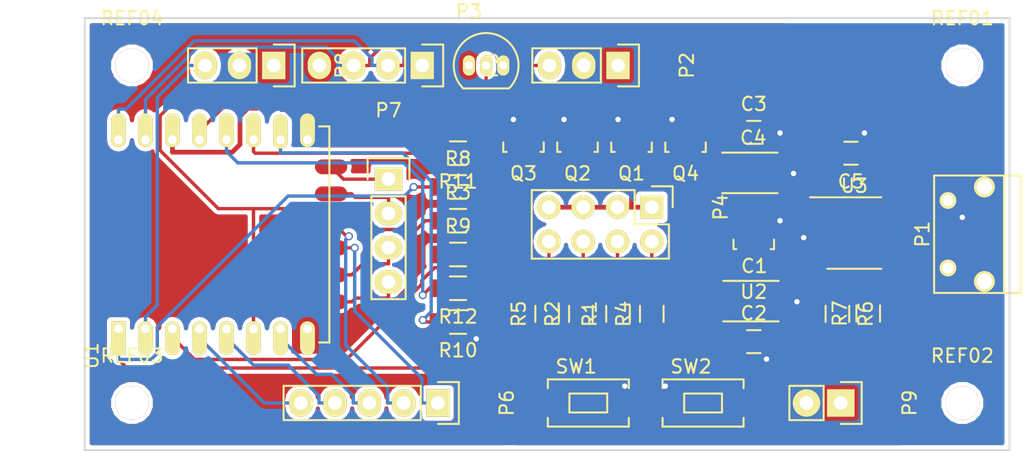
<source format=kicad_pcb>
(kicad_pcb (version 4) (host pcbnew 4.0.2+dfsg1-stable)

  (general
    (links 93)
    (no_connects 0)
    (area 100.024999 47.534523 180.183584 85.108333)
    (thickness 1.6)
    (drawings 4)
    (tracks 436)
    (zones 0)
    (modules 39)
    (nets 35)
  )

  (page A4)
  (layers
    (0 F.Cu signal)
    (31 B.Cu signal)
    (32 B.Adhes user)
    (33 F.Adhes user)
    (34 B.Paste user)
    (35 F.Paste user)
    (36 B.SilkS user)
    (37 F.SilkS user)
    (38 B.Mask user)
    (39 F.Mask user)
    (40 Dwgs.User user)
    (41 Cmts.User user)
    (42 Eco1.User user)
    (43 Eco2.User user)
    (44 Edge.Cuts user)
    (45 Margin user)
    (46 B.CrtYd user)
    (47 F.CrtYd user)
    (48 B.Fab user)
    (49 F.Fab user hide)
  )

  (setup
    (last_trace_width 0.25)
    (trace_clearance 0.2)
    (zone_clearance 0.508)
    (zone_45_only no)
    (trace_min 0.2)
    (segment_width 0.2)
    (edge_width 0.15)
    (via_size 0.6)
    (via_drill 0.4)
    (via_min_size 0.4)
    (via_min_drill 0.3)
    (uvia_size 0.3)
    (uvia_drill 0.1)
    (uvias_allowed no)
    (uvia_min_size 0.2)
    (uvia_min_drill 0.1)
    (pcb_text_width 0.3)
    (pcb_text_size 1.5 1.5)
    (mod_edge_width 0.15)
    (mod_text_size 1 1)
    (mod_text_width 0.15)
    (pad_size 1.524 1.524)
    (pad_drill 0.762)
    (pad_to_mask_clearance 0.2)
    (aux_axis_origin 0 0)
    (visible_elements FFFFFF7F)
    (pcbplotparams
      (layerselection 0x00030_80000001)
      (usegerberextensions false)
      (excludeedgelayer true)
      (linewidth 0.100000)
      (plotframeref false)
      (viasonmask false)
      (mode 1)
      (useauxorigin false)
      (hpglpennumber 1)
      (hpglpenspeed 20)
      (hpglpendiameter 15)
      (hpglpenoverlay 2)
      (psnegative false)
      (psa4output false)
      (plotreference true)
      (plotvalue true)
      (plotinvisibletext false)
      (padsonsilk false)
      (subtractmaskfromsilk false)
      (outputformat 1)
      (mirror false)
      (drillshape 1)
      (scaleselection 1)
      (outputdirectory ""))
  )

  (net 0 "")
  (net 1 GND)
  (net 2 +5V)
  (net 3 +3V3)
  (net 4 IR_IN)
  (net 5 TEMP_READ)
  (net 6 LED_DR)
  (net 7 "Net-(C5-Pad2)")
  (net 8 LED_DR_5)
  (net 9 "Net-(P4-Pad2)")
  (net 10 "Net-(P4-Pad4)")
  (net 11 "Net-(P4-Pad6)")
  (net 12 "Net-(P4-Pad8)")
  (net 13 RXD_UA_1)
  (net 14 TXD_UA_1)
  (net 15 "Net-(P6-Pad1)")
  (net 16 "Net-(P6-Pad2)")
  (net 17 "Net-(P6-Pad3)")
  (net 18 "Net-(P6-Pad4)")
  (net 19 "Net-(P6-Pad5)")
  (net 20 "Net-(P7-Pad1)")
  (net 21 "Net-(P7-Pad2)")
  (net 22 "Net-(P7-Pad3)")
  (net 23 "Net-(P7-Pad4)")
  (net 24 TEMT)
  (net 25 "Net-(R6-Pad1)")
  (net 26 "Net-(R7-Pad2)")
  (net 27 "Net-(R8-Pad1)")
  (net 28 "Net-(R9-Pad1)")
  (net 29 "Net-(R10-Pad2)")
  (net 30 "Net-(R11-Pad2)")
  (net 31 "Net-(R12-Pad2)")
  (net 32 "Net-(U3-Pad2)")
  (net 33 USBDM_1_N)
  (net 34 USBDP_1_P)

  (net_class Default "This is the default net class."
    (clearance 0.2)
    (trace_width 0.25)
    (via_dia 0.6)
    (via_drill 0.4)
    (uvia_dia 0.3)
    (uvia_drill 0.1)
    (add_net IR_IN)
    (add_net "Net-(C5-Pad2)")
    (add_net "Net-(P4-Pad2)")
    (add_net "Net-(P4-Pad4)")
    (add_net "Net-(P4-Pad6)")
    (add_net "Net-(P4-Pad8)")
    (add_net "Net-(P6-Pad1)")
    (add_net "Net-(P6-Pad2)")
    (add_net "Net-(P6-Pad3)")
    (add_net "Net-(P6-Pad4)")
    (add_net "Net-(P6-Pad5)")
    (add_net "Net-(P7-Pad1)")
    (add_net "Net-(P7-Pad2)")
    (add_net "Net-(P7-Pad3)")
    (add_net "Net-(P7-Pad4)")
    (add_net "Net-(R10-Pad2)")
    (add_net "Net-(R11-Pad2)")
    (add_net "Net-(R12-Pad2)")
    (add_net "Net-(R6-Pad1)")
    (add_net "Net-(R7-Pad2)")
    (add_net "Net-(R8-Pad1)")
    (add_net "Net-(R9-Pad1)")
    (add_net "Net-(U3-Pad2)")
    (add_net RXD_UA_1)
    (add_net TEMP_READ)
    (add_net TEMT)
    (add_net TXD_UA_1)
    (add_net USBDM_1_N)
    (add_net USBDP_1_P)
  )

  (net_class 3v ""
    (clearance 0.2)
    (trace_width 0.35)
    (via_dia 0.6)
    (via_drill 0.4)
    (uvia_dia 0.3)
    (uvia_drill 0.1)
    (add_net +3V3)
    (add_net LED_DR)
  )

  (net_class 5v ""
    (clearance 0.2)
    (trace_width 0.35)
    (via_dia 0.6)
    (via_drill 0.4)
    (uvia_dia 0.3)
    (uvia_drill 0.1)
    (add_net +5V)
    (add_net LED_DR_5)
  )

  (net_class GND ""
    (clearance 0.2)
    (trace_width 0.35)
    (via_dia 0.6)
    (via_drill 0.4)
    (uvia_dia 0.3)
    (uvia_drill 0.1)
    (add_net GND)
  )

  (module Capacitors_SMD:C_0805 (layer F.Cu) (tedit 5415D6EA) (tstamp 58BC4749)
    (at 156.054 75.4564)
    (descr "Capacitor SMD 0805, reflow soldering, AVX (see smccp.pdf)")
    (tags "capacitor 0805")
    (path /58BC35A8)
    (attr smd)
    (fp_text reference C2 (at 0 -2.1) (layer F.SilkS)
      (effects (font (size 1 1) (thickness 0.15)))
    )
    (fp_text value C (at 0 2.1) (layer F.Fab)
      (effects (font (size 1 1) (thickness 0.15)))
    )
    (fp_line (start -1.8 -1) (end 1.8 -1) (layer F.CrtYd) (width 0.05))
    (fp_line (start -1.8 1) (end 1.8 1) (layer F.CrtYd) (width 0.05))
    (fp_line (start -1.8 -1) (end -1.8 1) (layer F.CrtYd) (width 0.05))
    (fp_line (start 1.8 -1) (end 1.8 1) (layer F.CrtYd) (width 0.05))
    (fp_line (start 0.5 -0.85) (end -0.5 -0.85) (layer F.SilkS) (width 0.15))
    (fp_line (start -0.5 0.85) (end 0.5 0.85) (layer F.SilkS) (width 0.15))
    (pad 1 smd rect (at -1 0) (size 1 1.25) (layers F.Cu F.Paste F.Mask)
      (net 2 +5V))
    (pad 2 smd rect (at 1 0) (size 1 1.25) (layers F.Cu F.Paste F.Mask)
      (net 1 GND))
    (model Capacitors_SMD.3dshapes/C_0805.wrl
      (at (xyz 0 0 0))
      (scale (xyz 1 1 1))
      (rotate (xyz 0 0 0))
    )
  )

  (module Capacitors_SMD:C_0805 (layer F.Cu) (tedit 5415D6EA) (tstamp 58BC474F)
    (at 156.054 59.9564)
    (descr "Capacitor SMD 0805, reflow soldering, AVX (see smccp.pdf)")
    (tags "capacitor 0805")
    (path /58BC366A)
    (attr smd)
    (fp_text reference C3 (at 0 -2.1) (layer F.SilkS)
      (effects (font (size 1 1) (thickness 0.15)))
    )
    (fp_text value C (at 0 2.1) (layer F.Fab)
      (effects (font (size 1 1) (thickness 0.15)))
    )
    (fp_line (start -1.8 -1) (end 1.8 -1) (layer F.CrtYd) (width 0.05))
    (fp_line (start -1.8 1) (end 1.8 1) (layer F.CrtYd) (width 0.05))
    (fp_line (start -1.8 -1) (end -1.8 1) (layer F.CrtYd) (width 0.05))
    (fp_line (start 1.8 -1) (end 1.8 1) (layer F.CrtYd) (width 0.05))
    (fp_line (start 0.5 -0.85) (end -0.5 -0.85) (layer F.SilkS) (width 0.15))
    (fp_line (start -0.5 0.85) (end 0.5 0.85) (layer F.SilkS) (width 0.15))
    (pad 1 smd rect (at -1 0) (size 1 1.25) (layers F.Cu F.Paste F.Mask)
      (net 3 +3V3))
    (pad 2 smd rect (at 1 0) (size 1 1.25) (layers F.Cu F.Paste F.Mask)
      (net 1 GND))
    (model Capacitors_SMD.3dshapes/C_0805.wrl
      (at (xyz 0 0 0))
      (scale (xyz 1 1 1))
      (rotate (xyz 0 0 0))
    )
  )

  (module MyKiCadLibs:USB_Micro-B-OshPark (layer F.Cu) (tedit 57FEB7F7) (tstamp 58BC476E)
    (at 172 67.5 90)
    (descr "Micro USB Type B Receptacle")
    (tags "USB USB_B USB_micro USB_OTG")
    (path /58BC34E7)
    (attr smd)
    (fp_text reference P1 (at 0 -3.45 90) (layer F.SilkS)
      (effects (font (size 1 1) (thickness 0.15)))
    )
    (fp_text value USB_OTG (at 0 4.8 90) (layer F.Fab)
      (effects (font (size 1 1) (thickness 0.15)))
    )
    (fp_line (start -4.6 -2.8) (end 4.6 -2.8) (layer F.CrtYd) (width 0.05))
    (fp_line (start 4.6 -2.8) (end 4.6 4.05) (layer F.CrtYd) (width 0.05))
    (fp_line (start 4.6 4.05) (end -4.6 4.05) (layer F.CrtYd) (width 0.05))
    (fp_line (start -4.6 4.05) (end -4.6 -2.8) (layer F.CrtYd) (width 0.05))
    (fp_line (start -4.3509 3.81746) (end 4.3491 3.81746) (layer F.SilkS) (width 0.15))
    (fp_line (start -4.3509 -2.58754) (end 4.3491 -2.58754) (layer F.SilkS) (width 0.15))
    (fp_line (start 4.3491 -2.58754) (end 4.3491 3.81746) (layer F.SilkS) (width 0.15))
    (fp_line (start 4.3491 2.58746) (end -4.3509 2.58746) (layer F.SilkS) (width 0.15))
    (fp_line (start -4.3509 3.81746) (end -4.3509 -2.58754) (layer F.SilkS) (width 0.15))
    (pad 1 smd rect (at -1.3009 -1.56254 180) (size 1.35 0.4) (layers F.Cu F.Paste F.Mask)
      (net 2 +5V))
    (pad 2 smd rect (at -0.6509 -1.56254 180) (size 1.35 0.4) (layers F.Cu F.Paste F.Mask)
      (net 33 USBDM_1_N))
    (pad 3 smd rect (at -0.0009 -1.56254 180) (size 1.35 0.4) (layers F.Cu F.Paste F.Mask)
      (net 34 USBDP_1_P))
    (pad 4 smd rect (at 0.6491 -1.56254 180) (size 1.35 0.4) (layers F.Cu F.Paste F.Mask))
    (pad 5 smd rect (at 1.2991 -1.56254 180) (size 1.35 0.4) (layers F.Cu F.Paste F.Mask)
      (net 1 GND))
    (pad 6 thru_hole circle (at -2.5009 -1.56254 180) (size 1.25 1.25) (drill 0.85) (layers *.Cu *.Mask F.SilkS)
      (net 1 GND))
    (pad 6 thru_hole circle (at 2.4991 -1.56254 180) (size 1.25 1.25) (drill 0.85) (layers *.Cu *.Mask F.SilkS)
      (net 1 GND))
    (pad 6 thru_hole circle (at -3.5009 1.13746 180) (size 1.55 1.55) (drill 1.15) (layers *.Cu *.Mask F.SilkS)
      (net 1 GND))
    (pad 6 thru_hole circle (at 3.4991 1.13746 180) (size 1.55 1.55) (drill 1.15) (layers *.Cu *.Mask F.SilkS)
      (net 1 GND))
  )

  (module Pin_Headers:Pin_Header_Straight_1x03 (layer F.Cu) (tedit 0) (tstamp 58BC4775)
    (at 146 55 270)
    (descr "Through hole pin header")
    (tags "pin header")
    (path /58BC467C)
    (fp_text reference P2 (at 0 -5.1 270) (layer F.SilkS)
      (effects (font (size 1 1) (thickness 0.15)))
    )
    (fp_text value TL1838_PINHEADER (at 0 -3.1 270) (layer F.Fab)
      (effects (font (size 1 1) (thickness 0.15)))
    )
    (fp_line (start -1.75 -1.75) (end -1.75 6.85) (layer F.CrtYd) (width 0.05))
    (fp_line (start 1.75 -1.75) (end 1.75 6.85) (layer F.CrtYd) (width 0.05))
    (fp_line (start -1.75 -1.75) (end 1.75 -1.75) (layer F.CrtYd) (width 0.05))
    (fp_line (start -1.75 6.85) (end 1.75 6.85) (layer F.CrtYd) (width 0.05))
    (fp_line (start -1.27 1.27) (end -1.27 6.35) (layer F.SilkS) (width 0.15))
    (fp_line (start -1.27 6.35) (end 1.27 6.35) (layer F.SilkS) (width 0.15))
    (fp_line (start 1.27 6.35) (end 1.27 1.27) (layer F.SilkS) (width 0.15))
    (fp_line (start 1.55 -1.55) (end 1.55 0) (layer F.SilkS) (width 0.15))
    (fp_line (start 1.27 1.27) (end -1.27 1.27) (layer F.SilkS) (width 0.15))
    (fp_line (start -1.55 0) (end -1.55 -1.55) (layer F.SilkS) (width 0.15))
    (fp_line (start -1.55 -1.55) (end 1.55 -1.55) (layer F.SilkS) (width 0.15))
    (pad 1 thru_hole rect (at 0 0 270) (size 2.032 1.7272) (drill 1.016) (layers *.Cu *.Mask F.SilkS)
      (net 3 +3V3))
    (pad 2 thru_hole oval (at 0 2.54 270) (size 2.032 1.7272) (drill 1.016) (layers *.Cu *.Mask F.SilkS)
      (net 1 GND))
    (pad 3 thru_hole oval (at 0 5.08 270) (size 2.032 1.7272) (drill 1.016) (layers *.Cu *.Mask F.SilkS)
      (net 4 IR_IN))
    (model Pin_Headers.3dshapes/Pin_Header_Straight_1x03.wrl
      (at (xyz 0 -0.1 0))
      (scale (xyz 1 1 1))
      (rotate (xyz 0 0 90))
    )
  )

  (module TO_SOT_Packages_SMD:SOT-23 (layer F.Cu) (tedit 553634F8) (tstamp 58BC4783)
    (at 147 60.7518 180)
    (descr "SOT-23, Standard")
    (tags SOT-23)
    (path /58C25AF4)
    (attr smd)
    (fp_text reference Q1 (at 0 -2.25 180) (layer F.SilkS)
      (effects (font (size 1 1) (thickness 0.15)))
    )
    (fp_text value "Q_NPN_BEC (MMBT2222ALT1G, 1459098 on E14)" (at 0 2.3 180) (layer F.Fab)
      (effects (font (size 1 1) (thickness 0.15)))
    )
    (fp_line (start -1.65 -1.6) (end 1.65 -1.6) (layer F.CrtYd) (width 0.05))
    (fp_line (start 1.65 -1.6) (end 1.65 1.6) (layer F.CrtYd) (width 0.05))
    (fp_line (start 1.65 1.6) (end -1.65 1.6) (layer F.CrtYd) (width 0.05))
    (fp_line (start -1.65 1.6) (end -1.65 -1.6) (layer F.CrtYd) (width 0.05))
    (fp_line (start 1.29916 -0.65024) (end 1.2509 -0.65024) (layer F.SilkS) (width 0.15))
    (fp_line (start -1.49982 0.0508) (end -1.49982 -0.65024) (layer F.SilkS) (width 0.15))
    (fp_line (start -1.49982 -0.65024) (end -1.2509 -0.65024) (layer F.SilkS) (width 0.15))
    (fp_line (start 1.29916 -0.65024) (end 1.49982 -0.65024) (layer F.SilkS) (width 0.15))
    (fp_line (start 1.49982 -0.65024) (end 1.49982 0.0508) (layer F.SilkS) (width 0.15))
    (pad 1 smd rect (at -0.95 1.00076 180) (size 0.8001 0.8001) (layers F.Cu F.Paste F.Mask)
      (net 6 LED_DR))
    (pad 2 smd rect (at 0.95 1.00076 180) (size 0.8001 0.8001) (layers F.Cu F.Paste F.Mask)
      (net 1 GND))
    (pad 3 smd rect (at 0 -0.99822 180) (size 0.8001 0.8001) (layers F.Cu F.Paste F.Mask)
      (net 8 LED_DR_5))
    (model TO_SOT_Packages_SMD.3dshapes/SOT-23.wrl
      (at (xyz 0 0 0))
      (scale (xyz 1 1 1))
      (rotate (xyz 0 0 0))
    )
  )

  (module TO_SOT_Packages_SMD:SOT-23 (layer F.Cu) (tedit 553634F8) (tstamp 58BC478A)
    (at 143 60.75 180)
    (descr "SOT-23, Standard")
    (tags SOT-23)
    (path /58BC4E69)
    (attr smd)
    (fp_text reference Q2 (at 0 -2.25 180) (layer F.SilkS)
      (effects (font (size 1 1) (thickness 0.15)))
    )
    (fp_text value "Q_NPN_BEC (MMBT2222ALT1G, 1459098 on E14)" (at 0 2.3 180) (layer F.Fab)
      (effects (font (size 1 1) (thickness 0.15)))
    )
    (fp_line (start -1.65 -1.6) (end 1.65 -1.6) (layer F.CrtYd) (width 0.05))
    (fp_line (start 1.65 -1.6) (end 1.65 1.6) (layer F.CrtYd) (width 0.05))
    (fp_line (start 1.65 1.6) (end -1.65 1.6) (layer F.CrtYd) (width 0.05))
    (fp_line (start -1.65 1.6) (end -1.65 -1.6) (layer F.CrtYd) (width 0.05))
    (fp_line (start 1.29916 -0.65024) (end 1.2509 -0.65024) (layer F.SilkS) (width 0.15))
    (fp_line (start -1.49982 0.0508) (end -1.49982 -0.65024) (layer F.SilkS) (width 0.15))
    (fp_line (start -1.49982 -0.65024) (end -1.2509 -0.65024) (layer F.SilkS) (width 0.15))
    (fp_line (start 1.29916 -0.65024) (end 1.49982 -0.65024) (layer F.SilkS) (width 0.15))
    (fp_line (start 1.49982 -0.65024) (end 1.49982 0.0508) (layer F.SilkS) (width 0.15))
    (pad 1 smd rect (at -0.95 1.00076 180) (size 0.8001 0.8001) (layers F.Cu F.Paste F.Mask)
      (net 6 LED_DR))
    (pad 2 smd rect (at 0.95 1.00076 180) (size 0.8001 0.8001) (layers F.Cu F.Paste F.Mask)
      (net 1 GND))
    (pad 3 smd rect (at 0 -0.99822 180) (size 0.8001 0.8001) (layers F.Cu F.Paste F.Mask)
      (net 8 LED_DR_5))
    (model TO_SOT_Packages_SMD.3dshapes/SOT-23.wrl
      (at (xyz 0 0 0))
      (scale (xyz 1 1 1))
      (rotate (xyz 0 0 0))
    )
  )

  (module Resistors_SMD:R_0805_HandSoldering (layer F.Cu) (tedit 54189DEE) (tstamp 58BC4790)
    (at 146 73.4 90)
    (descr "Resistor SMD 0805, hand soldering")
    (tags "resistor 0805")
    (path /58BC435D)
    (attr smd)
    (fp_text reference R1 (at 0 -2.1 90) (layer F.SilkS)
      (effects (font (size 1 1) (thickness 0.15)))
    )
    (fp_text value 25 (at 0 2.1 90) (layer F.Fab)
      (effects (font (size 1 1) (thickness 0.15)))
    )
    (fp_line (start -2.4 -1) (end 2.4 -1) (layer F.CrtYd) (width 0.05))
    (fp_line (start -2.4 1) (end 2.4 1) (layer F.CrtYd) (width 0.05))
    (fp_line (start -2.4 -1) (end -2.4 1) (layer F.CrtYd) (width 0.05))
    (fp_line (start 2.4 -1) (end 2.4 1) (layer F.CrtYd) (width 0.05))
    (fp_line (start 0.6 0.875) (end -0.6 0.875) (layer F.SilkS) (width 0.15))
    (fp_line (start -0.6 -0.875) (end 0.6 -0.875) (layer F.SilkS) (width 0.15))
    (pad 1 smd rect (at -1.35 0 90) (size 1.5 1.3) (layers F.Cu F.Paste F.Mask)
      (net 2 +5V))
    (pad 2 smd rect (at 1.35 0 90) (size 1.5 1.3) (layers F.Cu F.Paste F.Mask)
      (net 10 "Net-(P4-Pad4)"))
    (model Resistors_SMD.3dshapes/R_0805_HandSoldering.wrl
      (at (xyz 0 0 0))
      (scale (xyz 1 1 1))
      (rotate (xyz 0 0 0))
    )
  )

  (module Resistors_SMD:R_0805_HandSoldering (layer F.Cu) (tedit 54189DEE) (tstamp 58BC4796)
    (at 143.25 73.4 90)
    (descr "Resistor SMD 0805, hand soldering")
    (tags "resistor 0805")
    (path /58BC4E75)
    (attr smd)
    (fp_text reference R2 (at 0 -2.1 90) (layer F.SilkS)
      (effects (font (size 1 1) (thickness 0.15)))
    )
    (fp_text value 25 (at 0 2.1 90) (layer F.Fab)
      (effects (font (size 1 1) (thickness 0.15)))
    )
    (fp_line (start -2.4 -1) (end 2.4 -1) (layer F.CrtYd) (width 0.05))
    (fp_line (start -2.4 1) (end 2.4 1) (layer F.CrtYd) (width 0.05))
    (fp_line (start -2.4 -1) (end -2.4 1) (layer F.CrtYd) (width 0.05))
    (fp_line (start 2.4 -1) (end 2.4 1) (layer F.CrtYd) (width 0.05))
    (fp_line (start 0.6 0.875) (end -0.6 0.875) (layer F.SilkS) (width 0.15))
    (fp_line (start -0.6 -0.875) (end 0.6 -0.875) (layer F.SilkS) (width 0.15))
    (pad 1 smd rect (at -1.35 0 90) (size 1.5 1.3) (layers F.Cu F.Paste F.Mask)
      (net 2 +5V))
    (pad 2 smd rect (at 1.35 0 90) (size 1.5 1.3) (layers F.Cu F.Paste F.Mask)
      (net 11 "Net-(P4-Pad6)"))
    (model Resistors_SMD.3dshapes/R_0805_HandSoldering.wrl
      (at (xyz 0 0 0))
      (scale (xyz 1 1 1))
      (rotate (xyz 0 0 0))
    )
  )

  (module Resistors_SMD:R_0805_HandSoldering (layer F.Cu) (tedit 54189DEE) (tstamp 58BC479C)
    (at 134.15 66.5)
    (descr "Resistor SMD 0805, hand soldering")
    (tags "resistor 0805")
    (path /58BC5859)
    (attr smd)
    (fp_text reference R3 (at 0 -2.1) (layer F.SilkS)
      (effects (font (size 1 1) (thickness 0.15)))
    )
    (fp_text value 4.7k (at 0 2.1) (layer F.Fab)
      (effects (font (size 1 1) (thickness 0.15)))
    )
    (fp_line (start -2.4 -1) (end 2.4 -1) (layer F.CrtYd) (width 0.05))
    (fp_line (start -2.4 1) (end 2.4 1) (layer F.CrtYd) (width 0.05))
    (fp_line (start -2.4 -1) (end -2.4 1) (layer F.CrtYd) (width 0.05))
    (fp_line (start 2.4 -1) (end 2.4 1) (layer F.CrtYd) (width 0.05))
    (fp_line (start 0.6 0.875) (end -0.6 0.875) (layer F.SilkS) (width 0.15))
    (fp_line (start -0.6 -0.875) (end 0.6 -0.875) (layer F.SilkS) (width 0.15))
    (pad 1 smd rect (at -1.35 0) (size 1.5 1.3) (layers F.Cu F.Paste F.Mask)
      (net 5 TEMP_READ))
    (pad 2 smd rect (at 1.35 0) (size 1.5 1.3) (layers F.Cu F.Paste F.Mask)
      (net 3 +3V3))
    (model Resistors_SMD.3dshapes/R_0805_HandSoldering.wrl
      (at (xyz 0 0 0))
      (scale (xyz 1 1 1))
      (rotate (xyz 0 0 0))
    )
  )

  (module ESP8266:ESP-12E (layer F.Cu) (tedit 559F8D21) (tstamp 58BC47B6)
    (at 109 74.5 90)
    (descr "Module, ESP-8266, ESP-12, 16 pad, SMD")
    (tags "Module ESP-8266 ESP8266")
    (path /58BC334B)
    (fp_text reference U1 (at -2 -2 90) (layer F.SilkS)
      (effects (font (size 1 1) (thickness 0.15)))
    )
    (fp_text value ESP-12E (at 8 1 90) (layer F.Fab)
      (effects (font (size 1 1) (thickness 0.15)))
    )
    (fp_line (start -2.25 -0.5) (end -2.25 -8.75) (layer F.CrtYd) (width 0.05))
    (fp_line (start -2.25 -8.75) (end 15.25 -8.75) (layer F.CrtYd) (width 0.05))
    (fp_line (start 15.25 -8.75) (end 16.25 -8.75) (layer F.CrtYd) (width 0.05))
    (fp_line (start 16.25 -8.75) (end 16.25 16) (layer F.CrtYd) (width 0.05))
    (fp_line (start 16.25 16) (end -2.25 16) (layer F.CrtYd) (width 0.05))
    (fp_line (start -2.25 16) (end -2.25 -0.5) (layer F.CrtYd) (width 0.05))
    (fp_line (start -1.016 -8.382) (end 14.986 -8.382) (layer F.CrtYd) (width 0.1524))
    (fp_line (start 14.986 -8.382) (end 14.986 -0.889) (layer F.CrtYd) (width 0.1524))
    (fp_line (start -1.016 -8.382) (end -1.016 -1.016) (layer F.CrtYd) (width 0.1524))
    (fp_line (start -1.016 14.859) (end -1.016 15.621) (layer F.SilkS) (width 0.1524))
    (fp_line (start -1.016 15.621) (end 14.986 15.621) (layer F.SilkS) (width 0.1524))
    (fp_line (start 14.986 15.621) (end 14.986 14.859) (layer F.SilkS) (width 0.1524))
    (fp_line (start 14.992 -8.4) (end -1.008 -2.6) (layer F.CrtYd) (width 0.1524))
    (fp_line (start -1.008 -8.4) (end 14.992 -2.6) (layer F.CrtYd) (width 0.1524))
    (fp_text user "No Copper" (at 6.892 -5.4 90) (layer F.CrtYd)
      (effects (font (size 1 1) (thickness 0.15)))
    )
    (fp_line (start -1.008 -2.6) (end 14.992 -2.6) (layer F.CrtYd) (width 0.1524))
    (fp_line (start 15 -8.4) (end 15 15.6) (layer F.Fab) (width 0.05))
    (fp_line (start 14.992 15.6) (end -1.008 15.6) (layer F.Fab) (width 0.05))
    (fp_line (start -1.008 15.6) (end -1.008 -8.4) (layer F.Fab) (width 0.05))
    (fp_line (start -1.008 -8.4) (end 14.992 -8.4) (layer F.Fab) (width 0.05))
    (pad 1 thru_hole rect (at 0 0 90) (size 2.5 1.1) (drill 0.65 (offset -0.7 0)) (layers *.Cu *.Mask F.SilkS)
      (net 27 "Net-(R8-Pad1)"))
    (pad 2 thru_hole oval (at 0 2 90) (size 2.5 1.1) (drill 0.65 (offset -0.7 0)) (layers *.Cu *.Mask F.SilkS)
      (net 24 TEMT))
    (pad 3 thru_hole oval (at 0 4 90) (size 2.5 1.1) (drill 0.65 (offset -0.7 0)) (layers *.Cu *.Mask F.SilkS)
      (net 28 "Net-(R9-Pad1)"))
    (pad 4 thru_hole oval (at 0 6 90) (size 2.5 1.1) (drill 0.65 (offset -0.7 0)) (layers *.Cu *.Mask F.SilkS)
      (net 19 "Net-(P6-Pad5)"))
    (pad 5 thru_hole oval (at 0 8 90) (size 2.5 1.1) (drill 0.65 (offset -0.7 0)) (layers *.Cu *.Mask F.SilkS)
      (net 18 "Net-(P6-Pad4)"))
    (pad 6 thru_hole oval (at 0 10 90) (size 2.5 1.1) (drill 0.65 (offset -0.7 0)) (layers *.Cu *.Mask F.SilkS)
      (net 5 TEMP_READ))
    (pad 7 thru_hole oval (at 0 12 90) (size 2.5 1.1) (drill 0.65 (offset -0.7 0)) (layers *.Cu *.Mask F.SilkS)
      (net 17 "Net-(P6-Pad3)"))
    (pad 8 thru_hole oval (at 0 14 90) (size 2.5 1.1) (drill 0.65 (offset -0.7 0)) (layers *.Cu *.Mask F.SilkS)
      (net 3 +3V3))
    (pad 9 smd oval (at 1.99 15.75 180) (size 2.4 1.1) (layers F.Cu F.Paste F.Mask)
      (net 23 "Net-(P7-Pad4)"))
    (pad 10 smd oval (at 3.99 15.75 180) (size 2.4 1.1) (layers F.Cu F.Paste F.Mask)
      (net 22 "Net-(P7-Pad3)"))
    (pad 11 smd oval (at 5.99 15.75 180) (size 2.4 1.1) (layers F.Cu F.Paste F.Mask)
      (net 15 "Net-(P6-Pad1)"))
    (pad 12 smd oval (at 7.99 15.75 180) (size 2.4 1.1) (layers F.Cu F.Paste F.Mask)
      (net 16 "Net-(P6-Pad2)"))
    (pad 13 smd oval (at 9.99 15.75 180) (size 2.4 1.1) (layers F.Cu F.Paste F.Mask)
      (net 21 "Net-(P7-Pad2)"))
    (pad 14 smd oval (at 11.99 15.75 180) (size 2.4 1.1) (layers F.Cu F.Paste F.Mask)
      (net 20 "Net-(P7-Pad1)"))
    (pad 15 thru_hole oval (at 14 14 90) (size 2.5 1.1) (drill 0.65 (offset 0.7 0)) (layers *.Cu *.Mask F.SilkS)
      (net 1 GND))
    (pad 16 thru_hole oval (at 14 12 90) (size 2.5 1.1) (drill 0.65 (offset 0.6 0)) (layers *.Cu *.Mask F.SilkS)
      (net 29 "Net-(R10-Pad2)"))
    (pad 17 thru_hole oval (at 14 10 90) (size 2.5 1.1) (drill 0.65 (offset 0.7 0)) (layers *.Cu *.Mask F.SilkS)
      (net 30 "Net-(R11-Pad2)"))
    (pad 18 thru_hole oval (at 14 8 90) (size 2.5 1.1) (drill 0.65 (offset 0.7 0)) (layers *.Cu *.Mask F.SilkS)
      (net 31 "Net-(R12-Pad2)"))
    (pad 19 thru_hole oval (at 14 6 90) (size 2.5 1.1) (drill 0.65 (offset 0.7 0)) (layers *.Cu *.Mask F.SilkS)
      (net 4 IR_IN))
    (pad 20 thru_hole oval (at 14 4 90) (size 2.5 1.1) (drill 0.65 (offset 0.7 0)) (layers *.Cu *.Mask F.SilkS)
      (net 6 LED_DR))
    (pad 21 thru_hole oval (at 14 2 90) (size 2.5 1.1) (drill 0.65 (offset 0.7 0)) (layers *.Cu *.Mask F.SilkS)
      (net 14 TXD_UA_1))
    (pad 22 thru_hole oval (at 14 0 90) (size 2.5 1.1) (drill 0.65 (offset 0.7 0)) (layers *.Cu *.Mask F.SilkS)
      (net 13 RXD_UA_1))
    (model ${ESPLIB}/ESP8266.3dshapes/ESP-12.wrl
      (at (xyz 0.04 0 0))
      (scale (xyz 0.3937 0.3937 0.3937))
      (rotate (xyz 0 0 0))
    )
  )

  (module TO_SOT_Packages_SMD:SOT-23_Handsoldering (layer F.Cu) (tedit 54E9291B) (tstamp 58BC47BD)
    (at 156.054 67.9553 180)
    (descr "SOT-23, Handsoldering")
    (tags SOT-23)
    (path /58BC33EF)
    (attr smd)
    (fp_text reference U2 (at 0 -3.81 180) (layer F.SilkS)
      (effects (font (size 1 1) (thickness 0.15)))
    )
    (fp_text value AP1117 (at 0 3.81 180) (layer F.Fab)
      (effects (font (size 1 1) (thickness 0.15)))
    )
    (fp_line (start -1.49982 0.0508) (end -1.49982 -0.65024) (layer F.SilkS) (width 0.15))
    (fp_line (start -1.49982 -0.65024) (end -1.2509 -0.65024) (layer F.SilkS) (width 0.15))
    (fp_line (start 1.29916 -0.65024) (end 1.49982 -0.65024) (layer F.SilkS) (width 0.15))
    (fp_line (start 1.49982 -0.65024) (end 1.49982 0.0508) (layer F.SilkS) (width 0.15))
    (pad 1 smd rect (at -0.95 1.50114 180) (size 0.8001 1.80086) (layers F.Cu F.Paste F.Mask)
      (net 1 GND))
    (pad 2 smd rect (at 0.95 1.50114 180) (size 0.8001 1.80086) (layers F.Cu F.Paste F.Mask)
      (net 3 +3V3))
    (pad 3 smd rect (at 0 -1.50114 180) (size 0.8001 1.80086) (layers F.Cu F.Paste F.Mask)
      (net 2 +5V))
    (model TO_SOT_Packages_SMD.3dshapes/SOT-23_Handsoldering.wrl
      (at (xyz 0 0 0))
      (scale (xyz 1 1 1))
      (rotate (xyz 0 0 0))
    )
  )

  (module TO_SOT_Packages_THT:TO-92_Inline_Narrow_Oval (layer F.Cu) (tedit 54F24281) (tstamp 58BC48AD)
    (at 134.96 55)
    (descr "TO-92 leads in-line, narrow, oval pads, drill 0.6mm (see NXP sot054_po.pdf)")
    (tags "to-92 sc-43 sc-43a sot54 PA33 transistor")
    (path /58BC52EE)
    (fp_text reference P3 (at 0 -4) (layer F.SilkS)
      (effects (font (size 1 1) (thickness 0.15)))
    )
    (fp_text value DS18B20_PINHEADER_TO92 (at 0 3) (layer F.Fab)
      (effects (font (size 1 1) (thickness 0.15)))
    )
    (fp_line (start -1.4 1.95) (end -1.4 -2.65) (layer F.CrtYd) (width 0.05))
    (fp_line (start -1.4 1.95) (end 3.95 1.95) (layer F.CrtYd) (width 0.05))
    (fp_line (start -0.43 1.7) (end 2.97 1.7) (layer F.SilkS) (width 0.15))
    (fp_arc (start 1.27 0) (end 1.27 -2.4) (angle -135) (layer F.SilkS) (width 0.15))
    (fp_arc (start 1.27 0) (end 1.27 -2.4) (angle 135) (layer F.SilkS) (width 0.15))
    (fp_line (start -1.4 -2.65) (end 3.95 -2.65) (layer F.CrtYd) (width 0.05))
    (fp_line (start 3.95 1.95) (end 3.95 -2.65) (layer F.CrtYd) (width 0.05))
    (pad 2 thru_hole oval (at 1.27 0 180) (size 0.89916 1.50114) (drill 0.6) (layers *.Cu *.Mask F.SilkS)
      (net 5 TEMP_READ))
    (pad 3 thru_hole oval (at 2.54 0 180) (size 0.89916 1.50114) (drill 0.6) (layers *.Cu *.Mask F.SilkS)
      (net 1 GND))
    (pad 1 thru_hole oval (at 0 0 180) (size 0.89916 1.50114) (drill 0.6) (layers *.Cu *.Mask F.SilkS)
      (net 3 +3V3))
    (model TO_SOT_Packages_THT.3dshapes/TO-92_Inline_Narrow_Oval.wrl
      (at (xyz 0.05 0 0))
      (scale (xyz 1 1 1))
      (rotate (xyz 0 0 -90))
    )
  )

  (module TO_SOT_Packages_SMD:SOT-23 (layer F.Cu) (tedit 553634F8) (tstamp 58C222E6)
    (at 139 60.75 180)
    (descr "SOT-23, Standard")
    (tags SOT-23)
    (path /58C25C16)
    (attr smd)
    (fp_text reference Q3 (at 0 -2.25 180) (layer F.SilkS)
      (effects (font (size 1 1) (thickness 0.15)))
    )
    (fp_text value "Q_NPN_BEC (MMBT2222ALT1G, 1459098 on E14)" (at 0 2.3 180) (layer F.Fab)
      (effects (font (size 1 1) (thickness 0.15)))
    )
    (fp_line (start -1.65 -1.6) (end 1.65 -1.6) (layer F.CrtYd) (width 0.05))
    (fp_line (start 1.65 -1.6) (end 1.65 1.6) (layer F.CrtYd) (width 0.05))
    (fp_line (start 1.65 1.6) (end -1.65 1.6) (layer F.CrtYd) (width 0.05))
    (fp_line (start -1.65 1.6) (end -1.65 -1.6) (layer F.CrtYd) (width 0.05))
    (fp_line (start 1.29916 -0.65024) (end 1.2509 -0.65024) (layer F.SilkS) (width 0.15))
    (fp_line (start -1.49982 0.0508) (end -1.49982 -0.65024) (layer F.SilkS) (width 0.15))
    (fp_line (start -1.49982 -0.65024) (end -1.2509 -0.65024) (layer F.SilkS) (width 0.15))
    (fp_line (start 1.29916 -0.65024) (end 1.49982 -0.65024) (layer F.SilkS) (width 0.15))
    (fp_line (start 1.49982 -0.65024) (end 1.49982 0.0508) (layer F.SilkS) (width 0.15))
    (pad 1 smd rect (at -0.95 1.00076 180) (size 0.8001 0.8001) (layers F.Cu F.Paste F.Mask)
      (net 6 LED_DR))
    (pad 2 smd rect (at 0.95 1.00076 180) (size 0.8001 0.8001) (layers F.Cu F.Paste F.Mask)
      (net 1 GND))
    (pad 3 smd rect (at 0 -0.99822 180) (size 0.8001 0.8001) (layers F.Cu F.Paste F.Mask)
      (net 8 LED_DR_5))
    (model TO_SOT_Packages_SMD.3dshapes/SOT-23.wrl
      (at (xyz 0 0 0))
      (scale (xyz 1 1 1))
      (rotate (xyz 0 0 0))
    )
  )

  (module TO_SOT_Packages_SMD:SOT-23 (layer F.Cu) (tedit 553634F8) (tstamp 58C222ED)
    (at 151 60.7518 180)
    (descr "SOT-23, Standard")
    (tags SOT-23)
    (path /58C25C76)
    (attr smd)
    (fp_text reference Q4 (at 0 -2.25 180) (layer F.SilkS)
      (effects (font (size 1 1) (thickness 0.15)))
    )
    (fp_text value "Q_NPN_BEC (MMBT2222ALT1G, 1459098 on E14)" (at 0 2.3 180) (layer F.Fab)
      (effects (font (size 1 1) (thickness 0.15)))
    )
    (fp_line (start -1.65 -1.6) (end 1.65 -1.6) (layer F.CrtYd) (width 0.05))
    (fp_line (start 1.65 -1.6) (end 1.65 1.6) (layer F.CrtYd) (width 0.05))
    (fp_line (start 1.65 1.6) (end -1.65 1.6) (layer F.CrtYd) (width 0.05))
    (fp_line (start -1.65 1.6) (end -1.65 -1.6) (layer F.CrtYd) (width 0.05))
    (fp_line (start 1.29916 -0.65024) (end 1.2509 -0.65024) (layer F.SilkS) (width 0.15))
    (fp_line (start -1.49982 0.0508) (end -1.49982 -0.65024) (layer F.SilkS) (width 0.15))
    (fp_line (start -1.49982 -0.65024) (end -1.2509 -0.65024) (layer F.SilkS) (width 0.15))
    (fp_line (start 1.29916 -0.65024) (end 1.49982 -0.65024) (layer F.SilkS) (width 0.15))
    (fp_line (start 1.49982 -0.65024) (end 1.49982 0.0508) (layer F.SilkS) (width 0.15))
    (pad 1 smd rect (at -0.95 1.00076 180) (size 0.8001 0.8001) (layers F.Cu F.Paste F.Mask)
      (net 6 LED_DR))
    (pad 2 smd rect (at 0.95 1.00076 180) (size 0.8001 0.8001) (layers F.Cu F.Paste F.Mask)
      (net 1 GND))
    (pad 3 smd rect (at 0 -0.99822 180) (size 0.8001 0.8001) (layers F.Cu F.Paste F.Mask)
      (net 8 LED_DR_5))
    (model TO_SOT_Packages_SMD.3dshapes/SOT-23.wrl
      (at (xyz 0 0 0))
      (scale (xyz 1 1 1))
      (rotate (xyz 0 0 0))
    )
  )

  (module Resistors_SMD:R_0805_HandSoldering (layer F.Cu) (tedit 54189DEE) (tstamp 58C222F3)
    (at 148.5 73.4 90)
    (descr "Resistor SMD 0805, hand soldering")
    (tags "resistor 0805")
    (path /58C22194)
    (attr smd)
    (fp_text reference R4 (at 0 -2.1 90) (layer F.SilkS)
      (effects (font (size 1 1) (thickness 0.15)))
    )
    (fp_text value 25 (at 0 2.1 90) (layer F.Fab)
      (effects (font (size 1 1) (thickness 0.15)))
    )
    (fp_line (start -2.4 -1) (end 2.4 -1) (layer F.CrtYd) (width 0.05))
    (fp_line (start -2.4 1) (end 2.4 1) (layer F.CrtYd) (width 0.05))
    (fp_line (start -2.4 -1) (end -2.4 1) (layer F.CrtYd) (width 0.05))
    (fp_line (start 2.4 -1) (end 2.4 1) (layer F.CrtYd) (width 0.05))
    (fp_line (start 0.6 0.875) (end -0.6 0.875) (layer F.SilkS) (width 0.15))
    (fp_line (start -0.6 -0.875) (end 0.6 -0.875) (layer F.SilkS) (width 0.15))
    (pad 1 smd rect (at -1.35 0 90) (size 1.5 1.3) (layers F.Cu F.Paste F.Mask)
      (net 2 +5V))
    (pad 2 smd rect (at 1.35 0 90) (size 1.5 1.3) (layers F.Cu F.Paste F.Mask)
      (net 9 "Net-(P4-Pad2)"))
    (model Resistors_SMD.3dshapes/R_0805_HandSoldering.wrl
      (at (xyz 0 0 0))
      (scale (xyz 1 1 1))
      (rotate (xyz 0 0 0))
    )
  )

  (module Resistors_SMD:R_0805_HandSoldering (layer F.Cu) (tedit 54189DEE) (tstamp 58C222F9)
    (at 140.75 73.4 90)
    (descr "Resistor SMD 0805, hand soldering")
    (tags "resistor 0805")
    (path /58C2225F)
    (attr smd)
    (fp_text reference R5 (at 0 -2.1 90) (layer F.SilkS)
      (effects (font (size 1 1) (thickness 0.15)))
    )
    (fp_text value 25 (at 0 2.1 90) (layer F.Fab)
      (effects (font (size 1 1) (thickness 0.15)))
    )
    (fp_line (start -2.4 -1) (end 2.4 -1) (layer F.CrtYd) (width 0.05))
    (fp_line (start -2.4 1) (end 2.4 1) (layer F.CrtYd) (width 0.05))
    (fp_line (start -2.4 -1) (end -2.4 1) (layer F.CrtYd) (width 0.05))
    (fp_line (start 2.4 -1) (end 2.4 1) (layer F.CrtYd) (width 0.05))
    (fp_line (start 0.6 0.875) (end -0.6 0.875) (layer F.SilkS) (width 0.15))
    (fp_line (start -0.6 -0.875) (end 0.6 -0.875) (layer F.SilkS) (width 0.15))
    (pad 1 smd rect (at -1.35 0 90) (size 1.5 1.3) (layers F.Cu F.Paste F.Mask)
      (net 2 +5V))
    (pad 2 smd rect (at 1.35 0 90) (size 1.5 1.3) (layers F.Cu F.Paste F.Mask)
      (net 12 "Net-(P4-Pad8)"))
    (model Resistors_SMD.3dshapes/R_0805_HandSoldering.wrl
      (at (xyz 0 0 0))
      (scale (xyz 1 1 1))
      (rotate (xyz 0 0 0))
    )
  )

  (module Capacitors_SMD:C_0805_HandSoldering (layer F.Cu) (tedit 541A9B8D) (tstamp 58C2D2A6)
    (at 163.25 61.5 180)
    (descr "Capacitor SMD 0805, hand soldering")
    (tags "capacitor 0805")
    (path /58C2C519)
    (attr smd)
    (fp_text reference C5 (at 0 -2.1 180) (layer F.SilkS)
      (effects (font (size 1 1) (thickness 0.15)))
    )
    (fp_text value C (at 0 2.1 180) (layer F.Fab)
      (effects (font (size 1 1) (thickness 0.15)))
    )
    (fp_line (start -2.3 -1) (end 2.3 -1) (layer F.CrtYd) (width 0.05))
    (fp_line (start -2.3 1) (end 2.3 1) (layer F.CrtYd) (width 0.05))
    (fp_line (start -2.3 -1) (end -2.3 1) (layer F.CrtYd) (width 0.05))
    (fp_line (start 2.3 -1) (end 2.3 1) (layer F.CrtYd) (width 0.05))
    (fp_line (start 0.5 -0.85) (end -0.5 -0.85) (layer F.SilkS) (width 0.15))
    (fp_line (start -0.5 0.85) (end 0.5 0.85) (layer F.SilkS) (width 0.15))
    (pad 1 smd rect (at -1.25 0 180) (size 1.5 1.25) (layers F.Cu F.Paste F.Mask)
      (net 1 GND))
    (pad 2 smd rect (at 1.25 0 180) (size 1.5 1.25) (layers F.Cu F.Paste F.Mask)
      (net 7 "Net-(C5-Pad2)"))
    (model Capacitors_SMD.3dshapes/C_0805_HandSoldering.wrl
      (at (xyz 0 0 0))
      (scale (xyz 1 1 1))
      (rotate (xyz 0 0 0))
    )
  )

  (module Pin_Headers:Pin_Header_Straight_2x04 (layer F.Cu) (tedit 0) (tstamp 58C2D2B2)
    (at 148.5 65.5 270)
    (descr "Through hole pin header")
    (tags "pin header")
    (path /58C250C9)
    (fp_text reference P4 (at 0 -5.1 270) (layer F.SilkS)
      (effects (font (size 1 1) (thickness 0.15)))
    )
    (fp_text value CONN_02X04 (at 0 -3.1 270) (layer F.Fab)
      (effects (font (size 1 1) (thickness 0.15)))
    )
    (fp_line (start -1.75 -1.75) (end -1.75 9.4) (layer F.CrtYd) (width 0.05))
    (fp_line (start 4.3 -1.75) (end 4.3 9.4) (layer F.CrtYd) (width 0.05))
    (fp_line (start -1.75 -1.75) (end 4.3 -1.75) (layer F.CrtYd) (width 0.05))
    (fp_line (start -1.75 9.4) (end 4.3 9.4) (layer F.CrtYd) (width 0.05))
    (fp_line (start -1.27 1.27) (end -1.27 8.89) (layer F.SilkS) (width 0.15))
    (fp_line (start -1.27 8.89) (end 3.81 8.89) (layer F.SilkS) (width 0.15))
    (fp_line (start 3.81 8.89) (end 3.81 -1.27) (layer F.SilkS) (width 0.15))
    (fp_line (start 3.81 -1.27) (end 1.27 -1.27) (layer F.SilkS) (width 0.15))
    (fp_line (start 0 -1.55) (end -1.55 -1.55) (layer F.SilkS) (width 0.15))
    (fp_line (start 1.27 -1.27) (end 1.27 1.27) (layer F.SilkS) (width 0.15))
    (fp_line (start 1.27 1.27) (end -1.27 1.27) (layer F.SilkS) (width 0.15))
    (fp_line (start -1.55 -1.55) (end -1.55 0) (layer F.SilkS) (width 0.15))
    (pad 1 thru_hole rect (at 0 0 270) (size 1.7272 1.7272) (drill 1.016) (layers *.Cu *.Mask F.SilkS)
      (net 8 LED_DR_5))
    (pad 2 thru_hole oval (at 2.54 0 270) (size 1.7272 1.7272) (drill 1.016) (layers *.Cu *.Mask F.SilkS)
      (net 9 "Net-(P4-Pad2)"))
    (pad 3 thru_hole oval (at 0 2.54 270) (size 1.7272 1.7272) (drill 1.016) (layers *.Cu *.Mask F.SilkS)
      (net 8 LED_DR_5))
    (pad 4 thru_hole oval (at 2.54 2.54 270) (size 1.7272 1.7272) (drill 1.016) (layers *.Cu *.Mask F.SilkS)
      (net 10 "Net-(P4-Pad4)"))
    (pad 5 thru_hole oval (at 0 5.08 270) (size 1.7272 1.7272) (drill 1.016) (layers *.Cu *.Mask F.SilkS)
      (net 8 LED_DR_5))
    (pad 6 thru_hole oval (at 2.54 5.08 270) (size 1.7272 1.7272) (drill 1.016) (layers *.Cu *.Mask F.SilkS)
      (net 11 "Net-(P4-Pad6)"))
    (pad 7 thru_hole oval (at 0 7.62 270) (size 1.7272 1.7272) (drill 1.016) (layers *.Cu *.Mask F.SilkS)
      (net 8 LED_DR_5))
    (pad 8 thru_hole oval (at 2.54 7.62 270) (size 1.7272 1.7272) (drill 1.016) (layers *.Cu *.Mask F.SilkS)
      (net 12 "Net-(P4-Pad8)"))
    (model Pin_Headers.3dshapes/Pin_Header_Straight_2x04.wrl
      (at (xyz 0.05 -0.15 0))
      (scale (xyz 1 1 1))
      (rotate (xyz 0 0 90))
    )
  )

  (module Pin_Headers:Pin_Header_Straight_1x04 (layer F.Cu) (tedit 0) (tstamp 58C2D2BA)
    (at 131.5 55 270)
    (descr "Through hole pin header")
    (tags "pin header")
    (path /58C2D4F6)
    (fp_text reference P5 (at 0 -5.1 270) (layer F.SilkS)
      (effects (font (size 1 1) (thickness 0.15)))
    )
    (fp_text value CONN_01X04 (at 0 -3.1 270) (layer F.Fab)
      (effects (font (size 1 1) (thickness 0.15)))
    )
    (fp_line (start -1.75 -1.75) (end -1.75 9.4) (layer F.CrtYd) (width 0.05))
    (fp_line (start 1.75 -1.75) (end 1.75 9.4) (layer F.CrtYd) (width 0.05))
    (fp_line (start -1.75 -1.75) (end 1.75 -1.75) (layer F.CrtYd) (width 0.05))
    (fp_line (start -1.75 9.4) (end 1.75 9.4) (layer F.CrtYd) (width 0.05))
    (fp_line (start -1.27 1.27) (end -1.27 8.89) (layer F.SilkS) (width 0.15))
    (fp_line (start 1.27 1.27) (end 1.27 8.89) (layer F.SilkS) (width 0.15))
    (fp_line (start 1.55 -1.55) (end 1.55 0) (layer F.SilkS) (width 0.15))
    (fp_line (start -1.27 8.89) (end 1.27 8.89) (layer F.SilkS) (width 0.15))
    (fp_line (start 1.27 1.27) (end -1.27 1.27) (layer F.SilkS) (width 0.15))
    (fp_line (start -1.55 0) (end -1.55 -1.55) (layer F.SilkS) (width 0.15))
    (fp_line (start -1.55 -1.55) (end 1.55 -1.55) (layer F.SilkS) (width 0.15))
    (pad 1 thru_hole rect (at 0 0 270) (size 2.032 1.7272) (drill 1.016) (layers *.Cu *.Mask F.SilkS)
      (net 1 GND))
    (pad 2 thru_hole oval (at 0 2.54 270) (size 2.032 1.7272) (drill 1.016) (layers *.Cu *.Mask F.SilkS)
      (net 13 RXD_UA_1))
    (pad 3 thru_hole oval (at 0 5.08 270) (size 2.032 1.7272) (drill 1.016) (layers *.Cu *.Mask F.SilkS)
      (net 14 TXD_UA_1))
    (pad 4 thru_hole oval (at 0 7.62 270) (size 2.032 1.7272) (drill 1.016) (layers *.Cu *.Mask F.SilkS)
      (net 3 +3V3))
    (model Pin_Headers.3dshapes/Pin_Header_Straight_1x04.wrl
      (at (xyz 0 -0.15 0))
      (scale (xyz 1 1 1))
      (rotate (xyz 0 0 90))
    )
  )

  (module Pin_Headers:Pin_Header_Straight_1x05 (layer F.Cu) (tedit 54EA0684) (tstamp 58C2D2C3)
    (at 132.66 80 270)
    (descr "Through hole pin header")
    (tags "pin header")
    (path /58C3191F)
    (fp_text reference P6 (at 0 -5.1 270) (layer F.SilkS)
      (effects (font (size 1 1) (thickness 0.15)))
    )
    (fp_text value CONN_01X05 (at 0 -3.1 270) (layer F.Fab)
      (effects (font (size 1 1) (thickness 0.15)))
    )
    (fp_line (start -1.55 0) (end -1.55 -1.55) (layer F.SilkS) (width 0.15))
    (fp_line (start -1.55 -1.55) (end 1.55 -1.55) (layer F.SilkS) (width 0.15))
    (fp_line (start 1.55 -1.55) (end 1.55 0) (layer F.SilkS) (width 0.15))
    (fp_line (start -1.75 -1.75) (end -1.75 11.95) (layer F.CrtYd) (width 0.05))
    (fp_line (start 1.75 -1.75) (end 1.75 11.95) (layer F.CrtYd) (width 0.05))
    (fp_line (start -1.75 -1.75) (end 1.75 -1.75) (layer F.CrtYd) (width 0.05))
    (fp_line (start -1.75 11.95) (end 1.75 11.95) (layer F.CrtYd) (width 0.05))
    (fp_line (start 1.27 1.27) (end 1.27 11.43) (layer F.SilkS) (width 0.15))
    (fp_line (start 1.27 11.43) (end -1.27 11.43) (layer F.SilkS) (width 0.15))
    (fp_line (start -1.27 11.43) (end -1.27 1.27) (layer F.SilkS) (width 0.15))
    (fp_line (start 1.27 1.27) (end -1.27 1.27) (layer F.SilkS) (width 0.15))
    (pad 1 thru_hole rect (at 0 0 270) (size 2.032 1.7272) (drill 1.016) (layers *.Cu *.Mask F.SilkS)
      (net 15 "Net-(P6-Pad1)"))
    (pad 2 thru_hole oval (at 0 2.54 270) (size 2.032 1.7272) (drill 1.016) (layers *.Cu *.Mask F.SilkS)
      (net 16 "Net-(P6-Pad2)"))
    (pad 3 thru_hole oval (at 0 5.08 270) (size 2.032 1.7272) (drill 1.016) (layers *.Cu *.Mask F.SilkS)
      (net 17 "Net-(P6-Pad3)"))
    (pad 4 thru_hole oval (at 0 7.62 270) (size 2.032 1.7272) (drill 1.016) (layers *.Cu *.Mask F.SilkS)
      (net 18 "Net-(P6-Pad4)"))
    (pad 5 thru_hole oval (at 0 10.16 270) (size 2.032 1.7272) (drill 1.016) (layers *.Cu *.Mask F.SilkS)
      (net 19 "Net-(P6-Pad5)"))
    (model Pin_Headers.3dshapes/Pin_Header_Straight_1x05.wrl
      (at (xyz 0 -0.2 0))
      (scale (xyz 1 1 1))
      (rotate (xyz 0 0 90))
    )
  )

  (module Pin_Headers:Pin_Header_Straight_1x04 (layer F.Cu) (tedit 0) (tstamp 58C2D2CB)
    (at 129 63.42)
    (descr "Through hole pin header")
    (tags "pin header")
    (path /58C312F3)
    (fp_text reference P7 (at 0 -5.1) (layer F.SilkS)
      (effects (font (size 1 1) (thickness 0.15)))
    )
    (fp_text value CONN_01X04 (at 0 -3.1) (layer F.Fab)
      (effects (font (size 1 1) (thickness 0.15)))
    )
    (fp_line (start -1.75 -1.75) (end -1.75 9.4) (layer F.CrtYd) (width 0.05))
    (fp_line (start 1.75 -1.75) (end 1.75 9.4) (layer F.CrtYd) (width 0.05))
    (fp_line (start -1.75 -1.75) (end 1.75 -1.75) (layer F.CrtYd) (width 0.05))
    (fp_line (start -1.75 9.4) (end 1.75 9.4) (layer F.CrtYd) (width 0.05))
    (fp_line (start -1.27 1.27) (end -1.27 8.89) (layer F.SilkS) (width 0.15))
    (fp_line (start 1.27 1.27) (end 1.27 8.89) (layer F.SilkS) (width 0.15))
    (fp_line (start 1.55 -1.55) (end 1.55 0) (layer F.SilkS) (width 0.15))
    (fp_line (start -1.27 8.89) (end 1.27 8.89) (layer F.SilkS) (width 0.15))
    (fp_line (start 1.27 1.27) (end -1.27 1.27) (layer F.SilkS) (width 0.15))
    (fp_line (start -1.55 0) (end -1.55 -1.55) (layer F.SilkS) (width 0.15))
    (fp_line (start -1.55 -1.55) (end 1.55 -1.55) (layer F.SilkS) (width 0.15))
    (pad 1 thru_hole rect (at 0 0) (size 2.032 1.7272) (drill 1.016) (layers *.Cu *.Mask F.SilkS)
      (net 20 "Net-(P7-Pad1)"))
    (pad 2 thru_hole oval (at 0 2.54) (size 2.032 1.7272) (drill 1.016) (layers *.Cu *.Mask F.SilkS)
      (net 21 "Net-(P7-Pad2)"))
    (pad 3 thru_hole oval (at 0 5.08) (size 2.032 1.7272) (drill 1.016) (layers *.Cu *.Mask F.SilkS)
      (net 22 "Net-(P7-Pad3)"))
    (pad 4 thru_hole oval (at 0 7.62) (size 2.032 1.7272) (drill 1.016) (layers *.Cu *.Mask F.SilkS)
      (net 23 "Net-(P7-Pad4)"))
    (model Pin_Headers.3dshapes/Pin_Header_Straight_1x04.wrl
      (at (xyz 0 -0.15 0))
      (scale (xyz 1 1 1))
      (rotate (xyz 0 0 90))
    )
  )

  (module Pin_Headers:Pin_Header_Straight_1x03 (layer F.Cu) (tedit 0) (tstamp 58C2D2D2)
    (at 120.5 55 270)
    (descr "Through hole pin header")
    (tags "pin header")
    (path /58C30AF4)
    (fp_text reference P8 (at 0 -5.1 270) (layer F.SilkS)
      (effects (font (size 1 1) (thickness 0.15)))
    )
    (fp_text value TEMP6000 (at 0 -3.1 270) (layer F.Fab)
      (effects (font (size 1 1) (thickness 0.15)))
    )
    (fp_line (start -1.75 -1.75) (end -1.75 6.85) (layer F.CrtYd) (width 0.05))
    (fp_line (start 1.75 -1.75) (end 1.75 6.85) (layer F.CrtYd) (width 0.05))
    (fp_line (start -1.75 -1.75) (end 1.75 -1.75) (layer F.CrtYd) (width 0.05))
    (fp_line (start -1.75 6.85) (end 1.75 6.85) (layer F.CrtYd) (width 0.05))
    (fp_line (start -1.27 1.27) (end -1.27 6.35) (layer F.SilkS) (width 0.15))
    (fp_line (start -1.27 6.35) (end 1.27 6.35) (layer F.SilkS) (width 0.15))
    (fp_line (start 1.27 6.35) (end 1.27 1.27) (layer F.SilkS) (width 0.15))
    (fp_line (start 1.55 -1.55) (end 1.55 0) (layer F.SilkS) (width 0.15))
    (fp_line (start 1.27 1.27) (end -1.27 1.27) (layer F.SilkS) (width 0.15))
    (fp_line (start -1.55 0) (end -1.55 -1.55) (layer F.SilkS) (width 0.15))
    (fp_line (start -1.55 -1.55) (end 1.55 -1.55) (layer F.SilkS) (width 0.15))
    (pad 1 thru_hole rect (at 0 0 270) (size 2.032 1.7272) (drill 1.016) (layers *.Cu *.Mask F.SilkS)
      (net 3 +3V3))
    (pad 2 thru_hole oval (at 0 2.54 270) (size 2.032 1.7272) (drill 1.016) (layers *.Cu *.Mask F.SilkS)
      (net 1 GND))
    (pad 3 thru_hole oval (at 0 5.08 270) (size 2.032 1.7272) (drill 1.016) (layers *.Cu *.Mask F.SilkS)
      (net 24 TEMT))
    (model Pin_Headers.3dshapes/Pin_Header_Straight_1x03.wrl
      (at (xyz 0 -0.1 0))
      (scale (xyz 1 1 1))
      (rotate (xyz 0 0 90))
    )
  )

  (module Resistors_SMD:R_0805_HandSoldering (layer F.Cu) (tedit 54189DEE) (tstamp 58C2D2D8)
    (at 162.25 73.4 270)
    (descr "Resistor SMD 0805, hand soldering")
    (tags "resistor 0805")
    (path /58C2C51B)
    (attr smd)
    (fp_text reference R6 (at 0 -2.1 270) (layer F.SilkS)
      (effects (font (size 1 1) (thickness 0.15)))
    )
    (fp_text value 27 (at 0 2.1 270) (layer F.Fab)
      (effects (font (size 1 1) (thickness 0.15)))
    )
    (fp_line (start -2.4 -1) (end 2.4 -1) (layer F.CrtYd) (width 0.05))
    (fp_line (start -2.4 1) (end 2.4 1) (layer F.CrtYd) (width 0.05))
    (fp_line (start -2.4 -1) (end -2.4 1) (layer F.CrtYd) (width 0.05))
    (fp_line (start 2.4 -1) (end 2.4 1) (layer F.CrtYd) (width 0.05))
    (fp_line (start 0.6 0.875) (end -0.6 0.875) (layer F.SilkS) (width 0.15))
    (fp_line (start -0.6 -0.875) (end 0.6 -0.875) (layer F.SilkS) (width 0.15))
    (pad 1 smd rect (at -1.35 0 270) (size 1.5 1.3) (layers F.Cu F.Paste F.Mask)
      (net 25 "Net-(R6-Pad1)"))
    (pad 2 smd rect (at 1.35 0 270) (size 1.5 1.3) (layers F.Cu F.Paste F.Mask)
      (net 34 USBDP_1_P))
    (model Resistors_SMD.3dshapes/R_0805_HandSoldering.wrl
      (at (xyz 0 0 0))
      (scale (xyz 1 1 1))
      (rotate (xyz 0 0 0))
    )
  )

  (module Resistors_SMD:R_0805_HandSoldering (layer F.Cu) (tedit 54189DEE) (tstamp 58C2D2DE)
    (at 164.531 73.3703 90)
    (descr "Resistor SMD 0805, hand soldering")
    (tags "resistor 0805")
    (path /58C2C51C)
    (attr smd)
    (fp_text reference R7 (at 0 -2.1 90) (layer F.SilkS)
      (effects (font (size 1 1) (thickness 0.15)))
    )
    (fp_text value 27 (at 0 2.1 90) (layer F.Fab)
      (effects (font (size 1 1) (thickness 0.15)))
    )
    (fp_line (start -2.4 -1) (end 2.4 -1) (layer F.CrtYd) (width 0.05))
    (fp_line (start -2.4 1) (end 2.4 1) (layer F.CrtYd) (width 0.05))
    (fp_line (start -2.4 -1) (end -2.4 1) (layer F.CrtYd) (width 0.05))
    (fp_line (start 2.4 -1) (end 2.4 1) (layer F.CrtYd) (width 0.05))
    (fp_line (start 0.6 0.875) (end -0.6 0.875) (layer F.SilkS) (width 0.15))
    (fp_line (start -0.6 -0.875) (end 0.6 -0.875) (layer F.SilkS) (width 0.15))
    (pad 1 smd rect (at -1.35 0 90) (size 1.5 1.3) (layers F.Cu F.Paste F.Mask)
      (net 33 USBDM_1_N))
    (pad 2 smd rect (at 1.35 0 90) (size 1.5 1.3) (layers F.Cu F.Paste F.Mask)
      (net 26 "Net-(R7-Pad2)"))
    (model Resistors_SMD.3dshapes/R_0805_HandSoldering.wrl
      (at (xyz 0 0 0))
      (scale (xyz 1 1 1))
      (rotate (xyz 0 0 0))
    )
  )

  (module Resistors_SMD:R_0805_HandSoldering (layer F.Cu) (tedit 54189DEE) (tstamp 58C2D2E4)
    (at 134.15 64)
    (descr "Resistor SMD 0805, hand soldering")
    (tags "resistor 0805")
    (path /58C2E7E2)
    (attr smd)
    (fp_text reference R8 (at 0 -2.1) (layer F.SilkS)
      (effects (font (size 1 1) (thickness 0.15)))
    )
    (fp_text value 4.7k (at 0 2.1) (layer F.Fab)
      (effects (font (size 1 1) (thickness 0.15)))
    )
    (fp_line (start -2.4 -1) (end 2.4 -1) (layer F.CrtYd) (width 0.05))
    (fp_line (start -2.4 1) (end 2.4 1) (layer F.CrtYd) (width 0.05))
    (fp_line (start -2.4 -1) (end -2.4 1) (layer F.CrtYd) (width 0.05))
    (fp_line (start 2.4 -1) (end 2.4 1) (layer F.CrtYd) (width 0.05))
    (fp_line (start 0.6 0.875) (end -0.6 0.875) (layer F.SilkS) (width 0.15))
    (fp_line (start -0.6 -0.875) (end 0.6 -0.875) (layer F.SilkS) (width 0.15))
    (pad 1 smd rect (at -1.35 0) (size 1.5 1.3) (layers F.Cu F.Paste F.Mask)
      (net 27 "Net-(R8-Pad1)"))
    (pad 2 smd rect (at 1.35 0) (size 1.5 1.3) (layers F.Cu F.Paste F.Mask)
      (net 3 +3V3))
    (model Resistors_SMD.3dshapes/R_0805_HandSoldering.wrl
      (at (xyz 0 0 0))
      (scale (xyz 1 1 1))
      (rotate (xyz 0 0 0))
    )
  )

  (module Resistors_SMD:R_0805_HandSoldering (layer F.Cu) (tedit 54189DEE) (tstamp 58C2D2EA)
    (at 134.15 69)
    (descr "Resistor SMD 0805, hand soldering")
    (tags "resistor 0805")
    (path /58C2E741)
    (attr smd)
    (fp_text reference R9 (at 0 -2.1) (layer F.SilkS)
      (effects (font (size 1 1) (thickness 0.15)))
    )
    (fp_text value 4.7k (at 0 2.1) (layer F.Fab)
      (effects (font (size 1 1) (thickness 0.15)))
    )
    (fp_line (start -2.4 -1) (end 2.4 -1) (layer F.CrtYd) (width 0.05))
    (fp_line (start -2.4 1) (end 2.4 1) (layer F.CrtYd) (width 0.05))
    (fp_line (start -2.4 -1) (end -2.4 1) (layer F.CrtYd) (width 0.05))
    (fp_line (start 2.4 -1) (end 2.4 1) (layer F.CrtYd) (width 0.05))
    (fp_line (start 0.6 0.875) (end -0.6 0.875) (layer F.SilkS) (width 0.15))
    (fp_line (start -0.6 -0.875) (end 0.6 -0.875) (layer F.SilkS) (width 0.15))
    (pad 1 smd rect (at -1.35 0) (size 1.5 1.3) (layers F.Cu F.Paste F.Mask)
      (net 28 "Net-(R9-Pad1)"))
    (pad 2 smd rect (at 1.35 0) (size 1.5 1.3) (layers F.Cu F.Paste F.Mask)
      (net 3 +3V3))
    (model Resistors_SMD.3dshapes/R_0805_HandSoldering.wrl
      (at (xyz 0 0 0))
      (scale (xyz 1 1 1))
      (rotate (xyz 0 0 0))
    )
  )

  (module Resistors_SMD:R_0805_HandSoldering (layer F.Cu) (tedit 54189DEE) (tstamp 58C2D2F0)
    (at 134.15 74 180)
    (descr "Resistor SMD 0805, hand soldering")
    (tags "resistor 0805")
    (path /58C2FA5E)
    (attr smd)
    (fp_text reference R10 (at 0 -2.1 180) (layer F.SilkS)
      (effects (font (size 1 1) (thickness 0.15)))
    )
    (fp_text value 4.7k (at 0 2.1 180) (layer F.Fab)
      (effects (font (size 1 1) (thickness 0.15)))
    )
    (fp_line (start -2.4 -1) (end 2.4 -1) (layer F.CrtYd) (width 0.05))
    (fp_line (start -2.4 1) (end 2.4 1) (layer F.CrtYd) (width 0.05))
    (fp_line (start -2.4 -1) (end -2.4 1) (layer F.CrtYd) (width 0.05))
    (fp_line (start 2.4 -1) (end 2.4 1) (layer F.CrtYd) (width 0.05))
    (fp_line (start 0.6 0.875) (end -0.6 0.875) (layer F.SilkS) (width 0.15))
    (fp_line (start -0.6 -0.875) (end 0.6 -0.875) (layer F.SilkS) (width 0.15))
    (pad 1 smd rect (at -1.35 0 180) (size 1.5 1.3) (layers F.Cu F.Paste F.Mask)
      (net 1 GND))
    (pad 2 smd rect (at 1.35 0 180) (size 1.5 1.3) (layers F.Cu F.Paste F.Mask)
      (net 29 "Net-(R10-Pad2)"))
    (model Resistors_SMD.3dshapes/R_0805_HandSoldering.wrl
      (at (xyz 0 0 0))
      (scale (xyz 1 1 1))
      (rotate (xyz 0 0 0))
    )
  )

  (module Resistors_SMD:R_0805_HandSoldering (layer F.Cu) (tedit 54189DEE) (tstamp 58C2D2F6)
    (at 134.15 61.5 180)
    (descr "Resistor SMD 0805, hand soldering")
    (tags "resistor 0805")
    (path /58C2FF00)
    (attr smd)
    (fp_text reference R11 (at 0 -2.1 180) (layer F.SilkS)
      (effects (font (size 1 1) (thickness 0.15)))
    )
    (fp_text value 4.7k (at 0 2.1 180) (layer F.Fab)
      (effects (font (size 1 1) (thickness 0.15)))
    )
    (fp_line (start -2.4 -1) (end 2.4 -1) (layer F.CrtYd) (width 0.05))
    (fp_line (start -2.4 1) (end 2.4 1) (layer F.CrtYd) (width 0.05))
    (fp_line (start -2.4 -1) (end -2.4 1) (layer F.CrtYd) (width 0.05))
    (fp_line (start 2.4 -1) (end 2.4 1) (layer F.CrtYd) (width 0.05))
    (fp_line (start 0.6 0.875) (end -0.6 0.875) (layer F.SilkS) (width 0.15))
    (fp_line (start -0.6 -0.875) (end 0.6 -0.875) (layer F.SilkS) (width 0.15))
    (pad 1 smd rect (at -1.35 0 180) (size 1.5 1.3) (layers F.Cu F.Paste F.Mask)
      (net 3 +3V3))
    (pad 2 smd rect (at 1.35 0 180) (size 1.5 1.3) (layers F.Cu F.Paste F.Mask)
      (net 30 "Net-(R11-Pad2)"))
    (model Resistors_SMD.3dshapes/R_0805_HandSoldering.wrl
      (at (xyz 0 0 0))
      (scale (xyz 1 1 1))
      (rotate (xyz 0 0 0))
    )
  )

  (module Resistors_SMD:R_0805_HandSoldering (layer F.Cu) (tedit 54189DEE) (tstamp 58C2D2FC)
    (at 134.15 71.5 180)
    (descr "Resistor SMD 0805, hand soldering")
    (tags "resistor 0805")
    (path /58C3000C)
    (attr smd)
    (fp_text reference R12 (at 0 -2.1 180) (layer F.SilkS)
      (effects (font (size 1 1) (thickness 0.15)))
    )
    (fp_text value 4.7k (at 0 2.1 180) (layer F.Fab)
      (effects (font (size 1 1) (thickness 0.15)))
    )
    (fp_line (start -2.4 -1) (end 2.4 -1) (layer F.CrtYd) (width 0.05))
    (fp_line (start -2.4 1) (end 2.4 1) (layer F.CrtYd) (width 0.05))
    (fp_line (start -2.4 -1) (end -2.4 1) (layer F.CrtYd) (width 0.05))
    (fp_line (start 2.4 -1) (end 2.4 1) (layer F.CrtYd) (width 0.05))
    (fp_line (start 0.6 0.875) (end -0.6 0.875) (layer F.SilkS) (width 0.15))
    (fp_line (start -0.6 -0.875) (end 0.6 -0.875) (layer F.SilkS) (width 0.15))
    (pad 1 smd rect (at -1.35 0 180) (size 1.5 1.3) (layers F.Cu F.Paste F.Mask)
      (net 3 +3V3))
    (pad 2 smd rect (at 1.35 0 180) (size 1.5 1.3) (layers F.Cu F.Paste F.Mask)
      (net 31 "Net-(R12-Pad2)"))
    (model Resistors_SMD.3dshapes/R_0805_HandSoldering.wrl
      (at (xyz 0 0 0))
      (scale (xyz 1 1 1))
      (rotate (xyz 0 0 0))
    )
  )

  (module Housings_SSOP:SSOP-16_3.9x4.9mm_Pitch0.635mm (layer F.Cu) (tedit 54130A77) (tstamp 58C2D320)
    (at 163.5 67.4125)
    (descr "SSOP16: plastic shrink small outline package; 16 leads; body width 3.9 mm; lead pitch 0.635; (see NXP SSOP-TSSOP-VSO-REFLOW.pdf and sot519-1_po.pdf)")
    (tags "SSOP 0.635")
    (path /58C2C518)
    (attr smd)
    (fp_text reference U3 (at 0 -3.5) (layer F.SilkS)
      (effects (font (size 1 1) (thickness 0.15)))
    )
    (fp_text value FT230XS (at 0 3.5) (layer F.Fab)
      (effects (font (size 1 1) (thickness 0.15)))
    )
    (fp_line (start -3.45 -2.75) (end -3.45 2.75) (layer F.CrtYd) (width 0.05))
    (fp_line (start 3.45 -2.75) (end 3.45 2.75) (layer F.CrtYd) (width 0.05))
    (fp_line (start -3.45 -2.75) (end 3.45 -2.75) (layer F.CrtYd) (width 0.05))
    (fp_line (start -3.45 2.75) (end 3.45 2.75) (layer F.CrtYd) (width 0.05))
    (fp_line (start -2 2.6475) (end 2 2.6475) (layer F.SilkS) (width 0.15))
    (fp_line (start -3.275 -2.6475) (end 2 -2.6475) (layer F.SilkS) (width 0.15))
    (pad 1 smd rect (at -2.6 -2.2225) (size 1.2 0.4) (layers F.Cu F.Paste F.Mask)
      (net 14 TXD_UA_1))
    (pad 2 smd rect (at -2.6 -1.5875) (size 1.2 0.4) (layers F.Cu F.Paste F.Mask)
      (net 32 "Net-(U3-Pad2)"))
    (pad 3 smd rect (at -2.6 -0.9525) (size 1.2 0.4) (layers F.Cu F.Paste F.Mask)
      (net 7 "Net-(C5-Pad2)"))
    (pad 4 smd rect (at -2.6 -0.3175) (size 1.2 0.4) (layers F.Cu F.Paste F.Mask)
      (net 13 RXD_UA_1))
    (pad 5 smd rect (at -2.6 0.3175) (size 1.2 0.4) (layers F.Cu F.Paste F.Mask)
      (net 1 GND))
    (pad 6 smd rect (at -2.6 0.9525) (size 1.2 0.4) (layers F.Cu F.Paste F.Mask)
      (net 32 "Net-(U3-Pad2)"))
    (pad 7 smd rect (at -2.6 1.5875) (size 1.2 0.4) (layers F.Cu F.Paste F.Mask))
    (pad 8 smd rect (at -2.6 2.2225) (size 1.2 0.4) (layers F.Cu F.Paste F.Mask)
      (net 25 "Net-(R6-Pad1)"))
    (pad 9 smd rect (at 2.6 2.2225) (size 1.2 0.4) (layers F.Cu F.Paste F.Mask)
      (net 26 "Net-(R7-Pad2)"))
    (pad 10 smd rect (at 2.6 1.5875) (size 1.2 0.4) (layers F.Cu F.Paste F.Mask)
      (net 7 "Net-(C5-Pad2)"))
    (pad 11 smd rect (at 2.6 0.9525) (size 1.2 0.4) (layers F.Cu F.Paste F.Mask)
      (net 7 "Net-(C5-Pad2)"))
    (pad 12 smd rect (at 2.6 0.3175) (size 1.2 0.4) (layers F.Cu F.Paste F.Mask)
      (net 2 +5V))
    (pad 13 smd rect (at 2.6 -0.3175) (size 1.2 0.4) (layers F.Cu F.Paste F.Mask)
      (net 1 GND))
    (pad 14 smd rect (at 2.6 -0.9525) (size 1.2 0.4) (layers F.Cu F.Paste F.Mask))
    (pad 15 smd rect (at 2.6 -1.5875) (size 1.2 0.4) (layers F.Cu F.Paste F.Mask))
    (pad 16 smd rect (at 2.6 -2.2225) (size 1.2 0.4) (layers F.Cu F.Paste F.Mask))
    (model Housings_SSOP.3dshapes/SSOP-16_3.9x4.9mm_Pitch0.635mm.wrl
      (at (xyz 0 0 0))
      (scale (xyz 1 1 1))
      (rotate (xyz 0 0 0))
    )
  )

  (module Capacitors_Tantalum_SMD:TantalC_SizeB_EIA-3528_Reflow (layer F.Cu) (tedit 555EF748) (tstamp 58C2DFC5)
    (at 156.094 72.4564)
    (descr "Tantal Cap. , Size B, EIA-3528, Reflow")
    (tags "Tantal Capacitor Size-B EIA-3528 Reflow")
    (path /58BC35ED)
    (attr smd)
    (fp_text reference C1 (at 0 -2.6) (layer F.SilkS)
      (effects (font (size 1 1) (thickness 0.15)))
    )
    (fp_text value CP (at 0 2.7) (layer F.Fab)
      (effects (font (size 1 1) (thickness 0.15)))
    )
    (fp_line (start 2.7 -1.8) (end -2.7 -1.8) (layer F.CrtYd) (width 0.05))
    (fp_line (start -2.7 -1.8) (end -2.7 1.8) (layer F.CrtYd) (width 0.05))
    (fp_line (start -2.7 1.8) (end 2.7 1.8) (layer F.CrtYd) (width 0.05))
    (fp_line (start 2.7 1.8) (end 2.7 -1.8) (layer F.CrtYd) (width 0.05))
    (fp_line (start 1.8 1.5) (end -2.3 1.5) (layer F.SilkS) (width 0.15))
    (fp_line (start 1.8 -1.5) (end -2.3 -1.5) (layer F.SilkS) (width 0.15))
    (pad 2 smd rect (at 1.46 0) (size 1.8 2.23) (layers F.Cu F.Paste F.Mask)
      (net 1 GND))
    (pad 1 smd rect (at -1.46 0) (size 1.8 2.23) (layers F.Cu F.Paste F.Mask)
      (net 2 +5V))
    (model Capacitors_Tantalum_SMD.3dshapes/TantalC_SizeB_EIA-3528_Reflow.wrl
      (at (xyz 0 0 0))
      (scale (xyz 1 1 1))
      (rotate (xyz 0 0 180))
    )
  )

  (module Capacitors_Tantalum_SMD:TantalC_SizeB_EIA-3528_Reflow (layer F.Cu) (tedit 555EF748) (tstamp 58C2DFCA)
    (at 156.014 62.9564)
    (descr "Tantal Cap. , Size B, EIA-3528, Reflow")
    (tags "Tantal Capacitor Size-B EIA-3528 Reflow")
    (path /58BC36CB)
    (attr smd)
    (fp_text reference C4 (at 0 -2.6) (layer F.SilkS)
      (effects (font (size 1 1) (thickness 0.15)))
    )
    (fp_text value CP (at 0 2.7) (layer F.Fab)
      (effects (font (size 1 1) (thickness 0.15)))
    )
    (fp_line (start 2.7 -1.8) (end -2.7 -1.8) (layer F.CrtYd) (width 0.05))
    (fp_line (start -2.7 -1.8) (end -2.7 1.8) (layer F.CrtYd) (width 0.05))
    (fp_line (start -2.7 1.8) (end 2.7 1.8) (layer F.CrtYd) (width 0.05))
    (fp_line (start 2.7 1.8) (end 2.7 -1.8) (layer F.CrtYd) (width 0.05))
    (fp_line (start 1.8 1.5) (end -2.3 1.5) (layer F.SilkS) (width 0.15))
    (fp_line (start 1.8 -1.5) (end -2.3 -1.5) (layer F.SilkS) (width 0.15))
    (pad 2 smd rect (at 1.46 0) (size 1.8 2.23) (layers F.Cu F.Paste F.Mask)
      (net 1 GND))
    (pad 1 smd rect (at -1.46 0) (size 1.8 2.23) (layers F.Cu F.Paste F.Mask)
      (net 3 +3V3))
    (model Capacitors_Tantalum_SMD.3dshapes/TantalC_SizeB_EIA-3528_Reflow.wrl
      (at (xyz 0 0 0))
      (scale (xyz 1 1 1))
      (rotate (xyz 0 0 180))
    )
  )

  (module Buttons_Switches_SMD:SW_SPST_EVQPE1 (layer F.Cu) (tedit 55DB43C0) (tstamp 58C2E2B3)
    (at 152.3 80)
    (descr "Light Touch Switch")
    (path /58C30450)
    (attr smd)
    (fp_text reference SW2 (at -0.9 -2.7) (layer F.SilkS)
      (effects (font (size 1 1) (thickness 0.15)))
    )
    (fp_text value SW_PUSH (at 0 0) (layer F.Fab)
      (effects (font (size 1 1) (thickness 0.15)))
    )
    (fp_line (start -1.4 -0.7) (end 1.4 -0.7) (layer F.SilkS) (width 0.15))
    (fp_line (start 1.4 -0.7) (end 1.4 0.7) (layer F.SilkS) (width 0.15))
    (fp_line (start 1.4 0.7) (end -1.4 0.7) (layer F.SilkS) (width 0.15))
    (fp_line (start -1.4 0.7) (end -1.4 -0.7) (layer F.SilkS) (width 0.15))
    (fp_line (start -3.95 -2) (end 3.95 -2) (layer F.CrtYd) (width 0.05))
    (fp_line (start 3.95 -2) (end 3.95 2) (layer F.CrtYd) (width 0.05))
    (fp_line (start 3.95 2) (end -3.95 2) (layer F.CrtYd) (width 0.05))
    (fp_line (start -3.95 2) (end -3.95 -2) (layer F.CrtYd) (width 0.05))
    (fp_line (start 3 -1.75) (end 3 -1.1) (layer F.SilkS) (width 0.15))
    (fp_line (start 3 1.75) (end 3 1.1) (layer F.SilkS) (width 0.15))
    (fp_line (start -3 1.1) (end -3 1.75) (layer F.SilkS) (width 0.15))
    (fp_line (start -3 -1.75) (end -3 -1.1) (layer F.SilkS) (width 0.15))
    (fp_line (start 3 -1.75) (end -3 -1.75) (layer F.SilkS) (width 0.15))
    (fp_line (start -3 1.75) (end 3 1.75) (layer F.SilkS) (width 0.15))
    (pad 2 smd rect (at 2.7 0) (size 2 1.6) (layers F.Cu F.Paste F.Mask)
      (net 31 "Net-(R12-Pad2)"))
    (pad 1 smd rect (at -2.7 0) (size 2 1.6) (layers F.Cu F.Paste F.Mask)
      (net 1 GND))
  )

  (module Buttons_Switches_SMD:SW_SPST_EVQPE1 (layer F.Cu) (tedit 55DB43C0) (tstamp 58C2E325)
    (at 143.8 80)
    (descr "Light Touch Switch")
    (path /58C2E9EB)
    (attr smd)
    (fp_text reference SW1 (at -0.9 -2.7) (layer F.SilkS)
      (effects (font (size 1 1) (thickness 0.15)))
    )
    (fp_text value SW_PUSH (at 0 0) (layer F.Fab)
      (effects (font (size 1 1) (thickness 0.15)))
    )
    (fp_line (start -1.4 -0.7) (end 1.4 -0.7) (layer F.SilkS) (width 0.15))
    (fp_line (start 1.4 -0.7) (end 1.4 0.7) (layer F.SilkS) (width 0.15))
    (fp_line (start 1.4 0.7) (end -1.4 0.7) (layer F.SilkS) (width 0.15))
    (fp_line (start -1.4 0.7) (end -1.4 -0.7) (layer F.SilkS) (width 0.15))
    (fp_line (start -3.95 -2) (end 3.95 -2) (layer F.CrtYd) (width 0.05))
    (fp_line (start 3.95 -2) (end 3.95 2) (layer F.CrtYd) (width 0.05))
    (fp_line (start 3.95 2) (end -3.95 2) (layer F.CrtYd) (width 0.05))
    (fp_line (start -3.95 2) (end -3.95 -2) (layer F.CrtYd) (width 0.05))
    (fp_line (start 3 -1.75) (end 3 -1.1) (layer F.SilkS) (width 0.15))
    (fp_line (start 3 1.75) (end 3 1.1) (layer F.SilkS) (width 0.15))
    (fp_line (start -3 1.1) (end -3 1.75) (layer F.SilkS) (width 0.15))
    (fp_line (start -3 -1.75) (end -3 -1.1) (layer F.SilkS) (width 0.15))
    (fp_line (start 3 -1.75) (end -3 -1.75) (layer F.SilkS) (width 0.15))
    (fp_line (start -3 1.75) (end 3 1.75) (layer F.SilkS) (width 0.15))
    (pad 2 smd rect (at 2.7 0) (size 2 1.6) (layers F.Cu F.Paste F.Mask)
      (net 1 GND))
    (pad 1 smd rect (at -2.7 0) (size 2 1.6) (layers F.Cu F.Paste F.Mask)
      (net 27 "Net-(R8-Pad1)"))
  )

  (module Mounting_Holes:MountingHole_2-5mm (layer F.Cu) (tedit 58C2DEF7) (tstamp 58C2ED1A)
    (at 110 55)
    (descr "Mounting hole, Befestigungsbohrung, 2,5mm, No Annular, Kein Restring,")
    (tags "Mounting hole, Befestigungsbohrung, 2,5mm, No Annular, Kein Restring,")
    (fp_text reference REF04 (at 0 -3.50012) (layer F.SilkS)
      (effects (font (size 1 1) (thickness 0.15)))
    )
    (fp_text value MountingHole_2-5mm (at 0.09906 3.59918) (layer F.Fab)
      (effects (font (size 1 1) (thickness 0.15)))
    )
    (fp_circle (center 0 0) (end 2.5 0) (layer Cmts.User) (width 0.381))
    (pad 1 thru_hole circle (at 0 0) (size 2.5 2.5) (drill 2.5) (layers))
  )

  (module Mounting_Holes:MountingHole_2-5mm (layer F.Cu) (tedit 58C2DEF3) (tstamp 58C2ED1B)
    (at 110 80)
    (descr "Mounting hole, Befestigungsbohrung, 2,5mm, No Annular, Kein Restring,")
    (tags "Mounting hole, Befestigungsbohrung, 2,5mm, No Annular, Kein Restring,")
    (fp_text reference REF03 (at 0 -3.50012) (layer F.SilkS)
      (effects (font (size 1 1) (thickness 0.15)))
    )
    (fp_text value MountingHole_2-5mm (at 0.09906 3.59918) (layer F.Fab)
      (effects (font (size 1 1) (thickness 0.15)))
    )
    (fp_circle (center 0 0) (end 2.5 0) (layer Cmts.User) (width 0.381))
    (pad 1 thru_hole circle (at 0 0) (size 2.5 2.5) (drill 2.5) (layers))
  )

  (module Mounting_Holes:MountingHole_2-5mm (layer F.Cu) (tedit 58C2DEEF) (tstamp 58C2ED1C)
    (at 171.5 80)
    (descr "Mounting hole, Befestigungsbohrung, 2,5mm, No Annular, Kein Restring,")
    (tags "Mounting hole, Befestigungsbohrung, 2,5mm, No Annular, Kein Restring,")
    (fp_text reference REF02 (at 0 -3.50012) (layer F.SilkS)
      (effects (font (size 1 1) (thickness 0.15)))
    )
    (fp_text value MountingHole_2-5mm (at 0.09906 3.59918) (layer F.Fab)
      (effects (font (size 1 1) (thickness 0.15)))
    )
    (fp_circle (center 0 0) (end 2.5 0) (layer Cmts.User) (width 0.381))
    (pad 1 thru_hole circle (at 0 0) (size 2.5 2.5) (drill 2.5) (layers))
  )

  (module Mounting_Holes:MountingHole_2-5mm (layer F.Cu) (tedit 58C2DEDE) (tstamp 58C2ED1D)
    (at 171.5 55)
    (descr "Mounting hole, Befestigungsbohrung, 2,5mm, No Annular, Kein Restring,")
    (tags "Mounting hole, Befestigungsbohrung, 2,5mm, No Annular, Kein Restring,")
    (fp_text reference REF01 (at 0 -3.50012) (layer F.SilkS)
      (effects (font (size 1 1) (thickness 0.15)))
    )
    (fp_text value MountingHole_2-5mm (at 0.09906 3.59918) (layer F.Fab)
      (effects (font (size 1 1) (thickness 0.15)))
    )
    (fp_circle (center 0 0) (end 2.5 0) (layer Cmts.User) (width 0.381))
    (pad 1 thru_hole circle (at 0 0) (size 2.5 2.5) (drill 2.5) (layers))
  )

  (module Pin_Headers:Pin_Header_Straight_1x02 (layer F.Cu) (tedit 54EA090C) (tstamp 58C2E4A5)
    (at 162.5 80 270)
    (descr "Through hole pin header")
    (tags "pin header")
    (path /58C2E676)
    (fp_text reference P9 (at 0 -5.1 270) (layer F.SilkS)
      (effects (font (size 1 1) (thickness 0.15)))
    )
    (fp_text value CONN_01X02 (at 0 -3.1 270) (layer F.Fab)
      (effects (font (size 1 1) (thickness 0.15)))
    )
    (fp_line (start 1.27 1.27) (end 1.27 3.81) (layer F.SilkS) (width 0.15))
    (fp_line (start 1.55 -1.55) (end 1.55 0) (layer F.SilkS) (width 0.15))
    (fp_line (start -1.75 -1.75) (end -1.75 4.3) (layer F.CrtYd) (width 0.05))
    (fp_line (start 1.75 -1.75) (end 1.75 4.3) (layer F.CrtYd) (width 0.05))
    (fp_line (start -1.75 -1.75) (end 1.75 -1.75) (layer F.CrtYd) (width 0.05))
    (fp_line (start -1.75 4.3) (end 1.75 4.3) (layer F.CrtYd) (width 0.05))
    (fp_line (start 1.27 1.27) (end -1.27 1.27) (layer F.SilkS) (width 0.15))
    (fp_line (start -1.55 0) (end -1.55 -1.55) (layer F.SilkS) (width 0.15))
    (fp_line (start -1.55 -1.55) (end 1.55 -1.55) (layer F.SilkS) (width 0.15))
    (fp_line (start -1.27 1.27) (end -1.27 3.81) (layer F.SilkS) (width 0.15))
    (fp_line (start -1.27 3.81) (end 1.27 3.81) (layer F.SilkS) (width 0.15))
    (pad 1 thru_hole rect (at 0 0 270) (size 2.032 2.032) (drill 1.016) (layers *.Cu *.Mask F.SilkS)
      (net 2 +5V))
    (pad 2 thru_hole oval (at 0 2.54 270) (size 2.032 2.032) (drill 1.016) (layers *.Cu *.Mask F.SilkS)
      (net 1 GND))
    (model Pin_Headers.3dshapes/Pin_Header_Straight_1x02.wrl
      (at (xyz 0 -0.05 0))
      (scale (xyz 1 1 1))
      (rotate (xyz 0 0 90))
    )
  )

  (gr_line (start 175 83.5) (end 106.5 83.5) (layer Edge.Cuts) (width 0.15))
  (gr_line (start 175 51.5) (end 175 83.5) (layer Edge.Cuts) (width 0.15))
  (gr_line (start 106.5 51.5) (end 175 51.5) (layer Edge.Cuts) (width 0.15))
  (gr_line (start 106.5 83.5) (end 106.5 51.5) (layer Edge.Cuts) (width 0.15))

  (via (at 135.5 75.25) (size 0.6) (layers F.Cu B.Cu) (net 1))
  (via (at 146.5 78.75) (size 0.6) (layers F.Cu B.Cu) (net 1))
  (via (at 150 59) (size 0.6) (layers F.Cu B.Cu) (net 1))
  (via (at 146 59) (size 0.6) (layers F.Cu B.Cu) (net 1))
  (via (at 142 59) (size 0.6) (layers F.Cu B.Cu) (net 1))
  (via (at 138.25 59) (size 0.6) (layers F.Cu B.Cu) (net 1))
  (via (at 171.5 66.25) (size 0.6) (layers F.Cu B.Cu) (net 1))
  (via (at 164.25 60) (size 0.6) (layers F.Cu B.Cu) (net 1))
  (via (at 158 60) (size 0.6) (layers F.Cu B.Cu) (net 1))
  (via (at 159 63) (size 0.6) (layers F.Cu B.Cu) (net 1))
  (via (at 158 66.5) (size 0.6) (layers F.Cu B.Cu) (net 1))
  (via (at 159.75 67.75) (size 0.6) (layers F.Cu B.Cu) (net 1))
  (via (at 159.25 72.5) (size 0.6) (layers F.Cu B.Cu) (net 1))
  (via (at 157 76.75) (size 0.6) (layers F.Cu B.Cu) (net 1))
  (via (at 149.5 78.75) (size 0.6) (layers F.Cu B.Cu) (net 1))
  (segment (start 123 59.8918) (end 123 60.5) (width 0.35) (layer B.Cu) (net 1))
  (segment (start 121.383 58.275) (end 123 59.8918) (width 0.35) (layer B.Cu) (net 1))
  (segment (start 121.083 58.275) (end 121.383 58.275) (width 0.35) (layer B.Cu) (net 1))
  (segment (start 117.96 55.1524) (end 121.083 58.275) (width 0.35) (layer B.Cu) (net 1))
  (segment (start 117.96 55) (end 117.96 55.1524) (width 0.35) (layer B.Cu) (net 1))
  (segment (start 126.152 60.5) (end 131.5 55.1524) (width 0.35) (layer B.Cu) (net 1))
  (segment (start 123 60.5) (end 126.152 60.5) (width 0.35) (layer B.Cu) (net 1))
  (segment (start 138.5 78.75) (end 146.5 78.75) (width 0.35) (layer B.Cu) (net 1))
  (segment (start 135.5 75.75) (end 138.5 78.75) (width 0.35) (layer B.Cu) (net 1))
  (segment (start 135.5 75.25) (end 135.5 75.75) (width 0.35) (layer B.Cu) (net 1))
  (segment (start 135.5 74) (end 135.5 75.25) (width 0.35) (layer F.Cu) (net 1))
  (segment (start 146.5 78.75) (end 149.5 78.75) (width 0.35) (layer B.Cu) (net 1))
  (segment (start 146.5 80) (end 146.5 78.75) (width 0.35) (layer F.Cu) (net 1))
  (segment (start 156.7 58.7) (end 158 60) (width 0.35) (layer B.Cu) (net 1))
  (segment (start 150.3 58.7) (end 156.7 58.7) (width 0.35) (layer B.Cu) (net 1))
  (segment (start 150 59) (end 150.3 58.7) (width 0.35) (layer B.Cu) (net 1))
  (segment (start 138.25 59) (end 142 59) (width 0.35) (layer B.Cu) (net 1))
  (segment (start 146.5 58.5) (end 146 59) (width 0.35) (layer B.Cu) (net 1))
  (segment (start 149 58.5) (end 146.5 58.5) (width 0.35) (layer B.Cu) (net 1))
  (segment (start 149.2 58.7) (end 149 58.5) (width 0.35) (layer B.Cu) (net 1))
  (segment (start 149.7 58.7) (end 149.2 58.7) (width 0.35) (layer B.Cu) (net 1))
  (segment (start 150 59) (end 149.7 58.7) (width 0.35) (layer B.Cu) (net 1))
  (segment (start 150.05 59.05) (end 150 59) (width 0.35) (layer F.Cu) (net 1))
  (segment (start 150.05 59.751) (end 150.05 59.05) (width 0.35) (layer F.Cu) (net 1))
  (segment (start 144.62 58.7) (end 143.46 57.54) (width 0.35) (layer B.Cu) (net 1))
  (segment (start 145.7 58.7) (end 144.62 58.7) (width 0.35) (layer B.Cu) (net 1))
  (segment (start 146 59) (end 145.7 58.7) (width 0.35) (layer B.Cu) (net 1))
  (segment (start 146.05 59.05) (end 146 59) (width 0.35) (layer F.Cu) (net 1))
  (segment (start 146.05 59.751) (end 146.05 59.05) (width 0.35) (layer F.Cu) (net 1))
  (segment (start 142.05 59.05) (end 142 59) (width 0.35) (layer F.Cu) (net 1))
  (segment (start 142.05 59.7492) (end 142.05 59.05) (width 0.35) (layer F.Cu) (net 1))
  (segment (start 137.5 58.25) (end 137.5 55) (width 0.35) (layer B.Cu) (net 1))
  (segment (start 138.25 59) (end 137.5 58.25) (width 0.35) (layer B.Cu) (net 1))
  (segment (start 138.05 59.2) (end 138.25 59) (width 0.35) (layer F.Cu) (net 1))
  (segment (start 138.05 59.7492) (end 138.05 59.2) (width 0.35) (layer F.Cu) (net 1))
  (segment (start 171.5 66.25) (end 171.5 65.0009) (width 0.35) (layer B.Cu) (net 1))
  (segment (start 158.5 59.5) (end 158 60) (width 0.35) (layer B.Cu) (net 1))
  (segment (start 163.75 59.5) (end 158.5 59.5) (width 0.35) (layer B.Cu) (net 1))
  (segment (start 164.25 60) (end 163.75 59.5) (width 0.35) (layer B.Cu) (net 1))
  (segment (start 164.5 60.25) (end 164.25 60) (width 0.35) (layer F.Cu) (net 1))
  (segment (start 164.5 61.5) (end 164.5 60.25) (width 0.35) (layer F.Cu) (net 1))
  (segment (start 159 60.5) (end 159 63) (width 0.35) (layer B.Cu) (net 1))
  (segment (start 158.8 60.3) (end 159 60.5) (width 0.35) (layer B.Cu) (net 1))
  (segment (start 158.3 60.3) (end 158.8 60.3) (width 0.35) (layer B.Cu) (net 1))
  (segment (start 158 60) (end 158.3 60.3) (width 0.35) (layer B.Cu) (net 1))
  (segment (start 157.956 59.9564) (end 158 60) (width 0.35) (layer F.Cu) (net 1))
  (segment (start 157.054 59.9564) (end 157.956 59.9564) (width 0.35) (layer F.Cu) (net 1))
  (segment (start 158 64) (end 158 66.5) (width 0.35) (layer B.Cu) (net 1))
  (segment (start 159 63) (end 158 64) (width 0.35) (layer B.Cu) (net 1))
  (segment (start 158.956 62.9564) (end 159 63) (width 0.35) (layer F.Cu) (net 1))
  (segment (start 157.474 62.9564) (end 158.956 62.9564) (width 0.35) (layer F.Cu) (net 1))
  (segment (start 158.5 66.5) (end 159.75 67.75) (width 0.35) (layer B.Cu) (net 1))
  (segment (start 158 66.5) (end 158.5 66.5) (width 0.35) (layer B.Cu) (net 1))
  (segment (start 157.954 66.4542) (end 158 66.5) (width 0.35) (layer F.Cu) (net 1))
  (segment (start 157.004 66.4542) (end 157.954 66.4542) (width 0.35) (layer F.Cu) (net 1))
  (segment (start 159.25 68.25) (end 159.25 72.5) (width 0.35) (layer B.Cu) (net 1))
  (segment (start 159.75 67.75) (end 159.25 68.25) (width 0.35) (layer B.Cu) (net 1))
  (segment (start 159.77 67.73) (end 159.75 67.75) (width 0.35) (layer F.Cu) (net 1))
  (segment (start 160.9 67.73) (end 159.77 67.73) (width 0.35) (layer F.Cu) (net 1))
  (segment (start 159 76.75) (end 157 76.75) (width 0.35) (layer B.Cu) (net 1))
  (segment (start 159.25 76.5) (end 159 76.75) (width 0.35) (layer B.Cu) (net 1))
  (segment (start 159.25 72.5) (end 159.25 76.5) (width 0.35) (layer B.Cu) (net 1))
  (segment (start 159.206 72.4564) (end 159.25 72.5) (width 0.35) (layer F.Cu) (net 1))
  (segment (start 157.554 72.4564) (end 159.206 72.4564) (width 0.35) (layer F.Cu) (net 1))
  (segment (start 157 77.04) (end 157 76.75) (width 0.35) (layer B.Cu) (net 1))
  (segment (start 159.96 80) (end 157 77.04) (width 0.35) (layer B.Cu) (net 1))
  (segment (start 157 75.5107) (end 157.054 75.4564) (width 0.35) (layer F.Cu) (net 1))
  (segment (start 157 76.75) (end 157 75.5107) (width 0.35) (layer F.Cu) (net 1))
  (segment (start 155.3 78.45) (end 157 76.75) (width 0.35) (layer B.Cu) (net 1))
  (segment (start 149.8 78.45) (end 155.3 78.45) (width 0.35) (layer B.Cu) (net 1))
  (segment (start 149.5 78.75) (end 149.8 78.45) (width 0.35) (layer B.Cu) (net 1))
  (segment (start 149.6 78.85) (end 149.5 78.75) (width 0.35) (layer F.Cu) (net 1))
  (segment (start 149.6 80) (end 149.6 78.85) (width 0.35) (layer F.Cu) (net 1))
  (segment (start 170.437 65.0009) (end 170.4375 65.0009) (width 0.35) (layer B.Cu) (net 1))
  (segment (start 170.437 61.6875) (end 170.437 65.0009) (width 0.35) (layer B.Cu) (net 1))
  (segment (start 169.05 60.3) (end 170.437 61.6875) (width 0.35) (layer B.Cu) (net 1))
  (segment (start 164.55 60.3) (end 169.05 60.3) (width 0.35) (layer B.Cu) (net 1))
  (segment (start 164.25 60) (end 164.55 60.3) (width 0.35) (layer B.Cu) (net 1))
  (segment (start 170.4375 65.0009) (end 171.5 65.0009) (width 0.35) (layer B.Cu) (net 1))
  (segment (start 170.4375 70.0009) (end 170.437 70.0009) (width 0.35) (layer B.Cu) (net 1))
  (segment (start 170.437 66.2009) (end 170.4375 66.2009) (width 0.35) (layer F.Cu) (net 1))
  (segment (start 171.451 66.2009) (end 171.5 66.25) (width 0.35) (layer F.Cu) (net 1))
  (segment (start 170.4375 66.2009) (end 171.451 66.2009) (width 0.35) (layer F.Cu) (net 1))
  (segment (start 142 59) (end 143.46 57.54) (width 0.35) (layer B.Cu) (net 1))
  (segment (start 143.46 57.54) (end 143.46 55) (width 0.35) (layer B.Cu) (net 1))
  (segment (start 135.348 59) (end 131.5 55.1524) (width 0.35) (layer B.Cu) (net 1))
  (segment (start 138.25 59) (end 135.348 59) (width 0.35) (layer B.Cu) (net 1))
  (segment (start 131.5 55.1524) (end 131.5 55) (width 0.35) (layer B.Cu) (net 1))
  (segment (start 172.137 65.0009) (end 172.637 64.5009) (width 0.35) (layer B.Cu) (net 1))
  (segment (start 171.5 65.0009) (end 172.137 65.0009) (width 0.35) (layer B.Cu) (net 1))
  (segment (start 172.6375 64.5009) (end 173.1375 64.0009) (width 0.35) (layer B.Cu) (net 1))
  (segment (start 172.637 64.5009) (end 172.6375 64.5009) (width 0.35) (layer B.Cu) (net 1))
  (segment (start 168.3059 66.2009) (end 170.437 66.2009) (width 0.35) (layer F.Cu) (net 1))
  (segment (start 167.4118 67.095) (end 168.3059 66.2009) (width 0.35) (layer F.Cu) (net 1))
  (segment (start 166.1 67.095) (end 167.4118 67.095) (width 0.35) (layer F.Cu) (net 1))
  (segment (start 173.137 64.0009) (end 173.137 67.5009) (width 0.35) (layer B.Cu) (net 1))
  (segment (start 172.637 64.5009) (end 173.137 64.0009) (width 0.35) (layer B.Cu) (net 1))
  (segment (start 172.137 70.0009) (end 170.4375 70.0009) (width 0.35) (layer B.Cu) (net 1))
  (segment (start 173.137 71.0009) (end 172.137 70.0009) (width 0.35) (layer B.Cu) (net 1))
  (segment (start 173.137 67.5009) (end 173.137 71.0009) (width 0.35) (layer B.Cu) (net 1))
  (segment (start 173.1375 67.5014) (end 173.1375 71.0009) (width 0.35) (layer B.Cu) (net 1))
  (segment (start 173.137 67.5009) (end 173.1375 67.5014) (width 0.35) (layer B.Cu) (net 1))
  (segment (start 154.634 72.4564) (end 154.634 73.9467) (width 0.35) (layer F.Cu) (net 2))
  (segment (start 155.2786 70.3215) (end 154.634 70.9661) (width 0.35) (layer F.Cu) (net 2))
  (segment (start 155.2786 69.4564) (end 155.2786 70.3215) (width 0.35) (layer F.Cu) (net 2))
  (segment (start 156.054 69.4564) (end 155.2786 69.4564) (width 0.35) (layer F.Cu) (net 2))
  (segment (start 154.634 72.4564) (end 154.634 70.9661) (width 0.35) (layer F.Cu) (net 2))
  (segment (start 154.634 73.9467) (end 154.634 74.456) (width 0.35) (layer F.Cu) (net 2))
  (segment (start 149.8193 74.456) (end 154.634 74.456) (width 0.35) (layer F.Cu) (net 2))
  (segment (start 149.5253 74.75) (end 149.8193 74.456) (width 0.35) (layer F.Cu) (net 2))
  (segment (start 154.6341 74.4561) (end 155.054 74.4561) (width 0.35) (layer F.Cu) (net 2))
  (segment (start 154.634 74.456) (end 154.6341 74.4561) (width 0.35) (layer F.Cu) (net 2))
  (segment (start 148.5 74.75) (end 149.5253 74.75) (width 0.35) (layer F.Cu) (net 2))
  (segment (start 155.054 75.4564) (end 155.054 74.4561) (width 0.35) (layer F.Cu) (net 2))
  (segment (start 140.75 74.75) (end 143.25 74.75) (width 0.35) (layer F.Cu) (net 2))
  (segment (start 148.5 74.75) (end 147.4747 74.75) (width 0.35) (layer F.Cu) (net 2))
  (segment (start 143.25 74.75) (end 146 74.75) (width 0.35) (layer F.Cu) (net 2))
  (segment (start 146 74.75) (end 147.4747 74.75) (width 0.35) (layer F.Cu) (net 2))
  (segment (start 162.5 80) (end 162.5 79.3043) (width 0.35) (layer F.Cu) (net 2))
  (segment (start 162.5 79.3043) (end 162.5 78.6087) (width 0.35) (layer F.Cu) (net 2))
  (segment (start 156.2822 77.6849) (end 155.054 76.4567) (width 0.35) (layer F.Cu) (net 2))
  (segment (start 160.8806 77.6849) (end 156.2822 77.6849) (width 0.35) (layer F.Cu) (net 2))
  (segment (start 162.5 79.3043) (end 160.8806 77.6849) (width 0.35) (layer F.Cu) (net 2))
  (segment (start 155.054 75.4564) (end 155.054 76.4567) (width 0.35) (layer F.Cu) (net 2))
  (segment (start 170.2207 68.8009) (end 170.4375 68.8009) (width 0.35) (layer F.Cu) (net 2))
  (segment (start 169.3438 69.6778) (end 170.2207 68.8009) (width 0.35) (layer F.Cu) (net 2))
  (segment (start 169.3438 71.8519) (end 169.3438 69.6778) (width 0.35) (layer F.Cu) (net 2))
  (segment (start 162.587 78.6087) (end 169.3438 71.8519) (width 0.35) (layer F.Cu) (net 2))
  (segment (start 162.5 78.6087) (end 162.587 78.6087) (width 0.35) (layer F.Cu) (net 2))
  (segment (start 165.1247 64.7523) (end 165.1247 67.73) (width 0.35) (layer F.Cu) (net 2))
  (segment (start 165.8988 63.9782) (end 165.1247 64.7523) (width 0.35) (layer F.Cu) (net 2))
  (segment (start 170.8296 63.9782) (end 165.8988 63.9782) (width 0.35) (layer F.Cu) (net 2))
  (segment (start 172.1864 65.335) (end 170.8296 63.9782) (width 0.35) (layer F.Cu) (net 2))
  (segment (start 172.1864 68.1023) (end 172.1864 65.335) (width 0.35) (layer F.Cu) (net 2))
  (segment (start 171.4878 68.8009) (end 172.1864 68.1023) (width 0.35) (layer F.Cu) (net 2))
  (segment (start 170.4375 68.8009) (end 171.4878 68.8009) (width 0.35) (layer F.Cu) (net 2))
  (segment (start 166.1 67.73) (end 165.1247 67.73) (width 0.35) (layer F.Cu) (net 2))
  (segment (start 154.554 62.9564) (end 154.554 61.4661) (width 0.35) (layer F.Cu) (net 3))
  (segment (start 154.554 64.6285) (end 154.554 62.9564) (width 0.35) (layer F.Cu) (net 3))
  (segment (start 155.104 65.1785) (end 154.554 64.6285) (width 0.35) (layer F.Cu) (net 3))
  (segment (start 155.104 66.4542) (end 155.104 65.1785) (width 0.35) (layer F.Cu) (net 3))
  (segment (start 154.554 61.4567) (end 155.054 60.9567) (width 0.35) (layer F.Cu) (net 3))
  (segment (start 154.554 61.4661) (end 154.554 61.4567) (width 0.35) (layer F.Cu) (net 3))
  (segment (start 134.96 55) (end 134.1351 55) (width 0.35) (layer F.Cu) (net 3))
  (segment (start 120.5 55) (end 123.88 55) (width 0.35) (layer F.Cu) (net 3))
  (segment (start 132.7437 56.3914) (end 134.1351 55) (width 0.35) (layer F.Cu) (net 3))
  (segment (start 125.8908 56.3914) (end 132.7437 56.3914) (width 0.35) (layer F.Cu) (net 3))
  (segment (start 125.1189 55.6195) (end 125.8908 56.3914) (width 0.35) (layer F.Cu) (net 3))
  (segment (start 125.1189 55) (end 125.1189 55.6195) (width 0.35) (layer F.Cu) (net 3))
  (segment (start 123.88 55) (end 125.1189 55) (width 0.35) (layer F.Cu) (net 3))
  (segment (start 155.054 59.9564) (end 154.1787 59.9564) (width 0.35) (layer F.Cu) (net 3))
  (segment (start 155.054 59.9564) (end 155.054 60.9567) (width 0.35) (layer F.Cu) (net 3))
  (segment (start 135.5 71.5) (end 135.5 70.4747) (width 0.35) (layer F.Cu) (net 3))
  (segment (start 135.5 69) (end 135.5 70.4747) (width 0.35) (layer F.Cu) (net 3))
  (segment (start 153.942 59.7197) (end 153.3144 59.7197) (width 0.35) (layer F.Cu) (net 3))
  (segment (start 154.1787 59.9564) (end 153.942 59.7197) (width 0.35) (layer F.Cu) (net 3))
  (segment (start 137.5988 60.5265) (end 136.6253 61.5) (width 0.35) (layer F.Cu) (net 3))
  (segment (start 152.5076 60.5265) (end 137.5988 60.5265) (width 0.35) (layer F.Cu) (net 3))
  (segment (start 153.3144 59.7197) (end 152.5076 60.5265) (width 0.35) (layer F.Cu) (net 3))
  (segment (start 134.96 55) (end 134.96 53.8741) (width 0.35) (layer F.Cu) (net 3))
  (segment (start 148.5947 55) (end 146 55) (width 0.35) (layer F.Cu) (net 3))
  (segment (start 153.3144 59.7197) (end 148.5947 55) (width 0.35) (layer F.Cu) (net 3))
  (segment (start 135.2351 53.599) (end 134.96 53.8741) (width 0.35) (layer F.Cu) (net 3))
  (segment (start 143.9796 53.599) (end 135.2351 53.599) (width 0.35) (layer F.Cu) (net 3))
  (segment (start 144.7611 54.3805) (end 143.9796 53.599) (width 0.35) (layer F.Cu) (net 3))
  (segment (start 144.7611 55) (end 144.7611 54.3805) (width 0.35) (layer F.Cu) (net 3))
  (segment (start 146 55) (end 144.7611 55) (width 0.35) (layer F.Cu) (net 3))
  (segment (start 135.5 61.5) (end 136.0627 61.5) (width 0.35) (layer F.Cu) (net 3))
  (segment (start 136.0627 61.5) (end 136.6253 61.5) (width 0.35) (layer F.Cu) (net 3))
  (segment (start 136.0627 62.412) (end 135.5 62.9747) (width 0.35) (layer F.Cu) (net 3))
  (segment (start 136.0627 61.5) (end 136.0627 62.412) (width 0.35) (layer F.Cu) (net 3))
  (segment (start 135.5 64) (end 135.5 62.9747) (width 0.35) (layer F.Cu) (net 3))
  (segment (start 135.5 64) (end 135.5 66.5) (width 0.35) (layer F.Cu) (net 3))
  (segment (start 131.8831 67.9747) (end 135.5 67.9747) (width 0.35) (layer F.Cu) (net 3))
  (segment (start 130.9577 68.9001) (end 131.8831 67.9747) (width 0.35) (layer F.Cu) (net 3))
  (segment (start 130.9577 70.9884) (end 130.9577 68.9001) (width 0.35) (layer F.Cu) (net 3))
  (segment (start 128.3714 73.5747) (end 130.9577 70.9884) (width 0.35) (layer F.Cu) (net 3))
  (segment (start 123 73.5747) (end 128.3714 73.5747) (width 0.35) (layer F.Cu) (net 3))
  (segment (start 123 74.5) (end 123 73.5747) (width 0.35) (layer F.Cu) (net 3))
  (segment (start 135.5 69) (end 135.5 67.9747) (width 0.35) (layer F.Cu) (net 3))
  (segment (start 135.5 66.5) (end 135.5 67.9747) (width 0.35) (layer F.Cu) (net 3))
  (segment (start 140.92 55) (end 139.7311 55) (width 0.25) (layer F.Cu) (net 4))
  (segment (start 137.199 57.5321) (end 139.7311 55) (width 0.25) (layer F.Cu) (net 4))
  (segment (start 137.199 57.5322) (end 137.199 57.5321) (width 0.25) (layer F.Cu) (net 4))
  (segment (start 117.3277 57.5322) (end 137.199 57.5322) (width 0.25) (layer F.Cu) (net 4))
  (segment (start 115 59.8599) (end 117.3277 57.5322) (width 0.25) (layer F.Cu) (net 4))
  (segment (start 115 60.5) (end 115 59.8599) (width 0.25) (layer F.Cu) (net 4))
  (segment (start 136.23 55) (end 136.23 56.0759) (width 0.25) (layer F.Cu) (net 5))
  (segment (start 132.8 66.5) (end 131.7247 66.5) (width 0.25) (layer F.Cu) (net 5))
  (segment (start 131.0752 67.1495) (end 131.7247 66.5) (width 0.25) (layer F.Cu) (net 5))
  (segment (start 127.636 67.1495) (end 131.0752 67.1495) (width 0.25) (layer F.Cu) (net 5))
  (segment (start 126.0924 65.6059) (end 127.636 67.1495) (width 0.25) (layer F.Cu) (net 5))
  (segment (start 119 65.6059) (end 126.0924 65.6059) (width 0.25) (layer F.Cu) (net 5))
  (segment (start 119 74.5) (end 119 65.6059) (width 0.25) (layer F.Cu) (net 5))
  (segment (start 135.3984 56.9075) (end 136.23 56.0759) (width 0.25) (layer F.Cu) (net 5))
  (segment (start 113.9022 56.9075) (end 135.3984 56.9075) (width 0.25) (layer F.Cu) (net 5))
  (segment (start 112.0857 58.724) (end 113.9022 56.9075) (width 0.25) (layer F.Cu) (net 5))
  (segment (start 112.0857 61.2947) (end 112.0857 58.724) (width 0.25) (layer F.Cu) (net 5))
  (segment (start 116.3969 65.6059) (end 112.0857 61.2947) (width 0.25) (layer F.Cu) (net 5))
  (segment (start 119 65.6059) (end 116.3969 65.6059) (width 0.25) (layer F.Cu) (net 5))
  (segment (start 147.95 59.751) (end 147.1746 59.751) (width 0.35) (layer F.Cu) (net 6))
  (segment (start 148.7253 59.2664) (end 148.7253 59.751) (width 0.35) (layer F.Cu) (net 6))
  (segment (start 149.6975 58.2942) (end 148.7253 59.2664) (width 0.35) (layer F.Cu) (net 6))
  (segment (start 150.2993 58.2942) (end 149.6975 58.2942) (width 0.35) (layer F.Cu) (net 6))
  (segment (start 151.1746 59.1695) (end 150.2993 58.2942) (width 0.35) (layer F.Cu) (net 6))
  (segment (start 151.1746 59.751) (end 151.1746 59.1695) (width 0.35) (layer F.Cu) (net 6))
  (segment (start 151.95 59.751) (end 151.1746 59.751) (width 0.35) (layer F.Cu) (net 6))
  (segment (start 147.95 59.751) (end 148.7253 59.751) (width 0.35) (layer F.Cu) (net 6))
  (segment (start 113 60.5) (end 113 61.4253) (width 0.35) (layer F.Cu) (net 6))
  (segment (start 139.95 59.7492) (end 139.95 58.9739) (width 0.35) (layer F.Cu) (net 6))
  (segment (start 140.6167 58.3072) (end 139.95 58.9739) (width 0.35) (layer F.Cu) (net 6))
  (segment (start 142.3141 58.3072) (end 140.6167 58.3072) (width 0.35) (layer F.Cu) (net 6))
  (segment (start 143.1746 59.1677) (end 142.3141 58.3072) (width 0.35) (layer F.Cu) (net 6))
  (segment (start 143.1746 59.7492) (end 143.1746 59.1677) (width 0.35) (layer F.Cu) (net 6))
  (segment (start 147.1746 59.1695) (end 147.1746 59.751) (width 0.35) (layer F.Cu) (net 6))
  (segment (start 146.3212 58.3161) (end 147.1746 59.1695) (width 0.35) (layer F.Cu) (net 6))
  (segment (start 145.6738 58.3161) (end 146.3212 58.3161) (width 0.35) (layer F.Cu) (net 6))
  (segment (start 144.7253 59.2646) (end 145.6738 58.3161) (width 0.35) (layer F.Cu) (net 6))
  (segment (start 144.7253 59.7492) (end 144.7253 59.2646) (width 0.35) (layer F.Cu) (net 6))
  (segment (start 143.95 59.7492) (end 144.7253 59.7492) (width 0.35) (layer F.Cu) (net 6))
  (segment (start 143.95 59.7492) (end 143.1746 59.7492) (width 0.35) (layer F.Cu) (net 6))
  (segment (start 139.1365 58.1604) (end 139.95 58.9739) (width 0.35) (layer F.Cu) (net 6))
  (segment (start 118.5989 58.1604) (end 139.1365 58.1604) (width 0.35) (layer F.Cu) (net 6))
  (segment (start 118 58.7593) (end 118.5989 58.1604) (width 0.35) (layer F.Cu) (net 6))
  (segment (start 118 60.8477) (end 118 58.7593) (width 0.35) (layer F.Cu) (net 6))
  (segment (start 117.4224 61.4253) (end 118 60.8477) (width 0.35) (layer F.Cu) (net 6))
  (segment (start 113 61.4253) (end 117.4224 61.4253) (width 0.35) (layer F.Cu) (net 6))
  (segment (start 166.1 69) (end 165.1747 69) (width 0.25) (layer F.Cu) (net 7))
  (segment (start 162 61.5) (end 162 62.4503) (width 0.25) (layer F.Cu) (net 7))
  (segment (start 162 66.46) (end 162 62.4503) (width 0.25) (layer F.Cu) (net 7))
  (segment (start 162.6347 66.46) (end 162 66.46) (width 0.25) (layer F.Cu) (net 7))
  (segment (start 165.1747 69) (end 162.6347 66.46) (width 0.25) (layer F.Cu) (net 7))
  (segment (start 162 66.46) (end 160.9 66.46) (width 0.25) (layer F.Cu) (net 7))
  (segment (start 167.0253 68.365) (end 167.0253 69) (width 0.25) (layer F.Cu) (net 7))
  (segment (start 166.1 68.365) (end 167.0253 68.365) (width 0.25) (layer F.Cu) (net 7))
  (segment (start 166.1 69) (end 167.0253 69) (width 0.25) (layer F.Cu) (net 7))
  (segment (start 143.42 65.5) (end 145.96 65.5) (width 0.35) (layer F.Cu) (net 8))
  (segment (start 147 61.75) (end 147 62.5254) (width 0.35) (layer F.Cu) (net 8))
  (segment (start 147 65.5) (end 147 62.5254) (width 0.35) (layer F.Cu) (net 8))
  (segment (start 145.96 65.5) (end 147 65.5) (width 0.35) (layer F.Cu) (net 8))
  (segment (start 147 65.5) (end 148.5 65.5) (width 0.35) (layer F.Cu) (net 8))
  (segment (start 151 61.75) (end 147 61.75) (width 0.35) (layer F.Cu) (net 8))
  (segment (start 139 61.7482) (end 143 61.7482) (width 0.35) (layer F.Cu) (net 8))
  (segment (start 146.2228 61.7482) (end 146.2246 61.75) (width 0.35) (layer F.Cu) (net 8))
  (segment (start 143 61.7482) (end 146.2228 61.7482) (width 0.35) (layer F.Cu) (net 8))
  (segment (start 147 61.75) (end 146.2246 61.75) (width 0.35) (layer F.Cu) (net 8))
  (segment (start 140.88 65.5) (end 143.42 65.5) (width 0.35) (layer F.Cu) (net 8))
  (segment (start 148.5 68.04) (end 148.5 72.05) (width 0.25) (layer F.Cu) (net 9))
  (segment (start 146 69.2689) (end 146 72.05) (width 0.25) (layer F.Cu) (net 10))
  (segment (start 145.96 69.2289) (end 146 69.2689) (width 0.25) (layer F.Cu) (net 10))
  (segment (start 145.96 68.04) (end 145.96 69.2289) (width 0.25) (layer F.Cu) (net 10))
  (segment (start 143.25 69.3989) (end 143.25 72.05) (width 0.25) (layer F.Cu) (net 11))
  (segment (start 143.42 69.2289) (end 143.25 69.3989) (width 0.25) (layer F.Cu) (net 11))
  (segment (start 143.42 68.04) (end 143.42 69.2289) (width 0.25) (layer F.Cu) (net 11))
  (segment (start 140.75 69.3589) (end 140.75 72.05) (width 0.25) (layer F.Cu) (net 12))
  (segment (start 140.88 69.2289) (end 140.75 69.3589) (width 0.25) (layer F.Cu) (net 12))
  (segment (start 140.88 68.04) (end 140.88 69.2289) (width 0.25) (layer F.Cu) (net 12))
  (segment (start 109.5721 58.2247) (end 109 58.2247) (width 0.25) (layer B.Cu) (net 13))
  (segment (start 114.6162 53.1806) (end 109.5721 58.2247) (width 0.25) (layer B.Cu) (net 13))
  (segment (start 126.4718 53.1806) (end 114.6162 53.1806) (width 0.25) (layer B.Cu) (net 13))
  (segment (start 127.7711 54.4799) (end 126.4718 53.1806) (width 0.25) (layer B.Cu) (net 13))
  (segment (start 127.7711 55) (end 127.7711 54.4799) (width 0.25) (layer B.Cu) (net 13))
  (segment (start 128.96 55) (end 127.7711 55) (width 0.25) (layer B.Cu) (net 13))
  (segment (start 109 60.5) (end 109 58.2247) (width 0.25) (layer B.Cu) (net 13))
  (segment (start 130.1489 53.9597) (end 130.1489 55) (width 0.25) (layer F.Cu) (net 13))
  (segment (start 131.0272 53.0814) (end 130.1489 53.9597) (width 0.25) (layer F.Cu) (net 13))
  (segment (start 149.7957 53.0814) (end 131.0272 53.0814) (width 0.25) (layer F.Cu) (net 13))
  (segment (start 156.2287 59.5144) (end 149.7957 53.0814) (width 0.25) (layer F.Cu) (net 13))
  (segment (start 156.2287 67.6802) (end 156.2287 59.5144) (width 0.25) (layer F.Cu) (net 13))
  (segment (start 157.4839 68.9354) (end 156.2287 67.6802) (width 0.25) (layer F.Cu) (net 13))
  (segment (start 157.4839 69.1733) (end 157.4839 68.9354) (width 0.25) (layer F.Cu) (net 13))
  (segment (start 161.436 73.1254) (end 157.4839 69.1733) (width 0.25) (layer F.Cu) (net 13))
  (segment (start 163.0353 73.1254) (end 161.436 73.1254) (width 0.25) (layer F.Cu) (net 13))
  (segment (start 163.2556 72.9051) (end 163.0353 73.1254) (width 0.25) (layer F.Cu) (net 13))
  (segment (start 163.2556 68.5253) (end 163.2556 72.9051) (width 0.25) (layer F.Cu) (net 13))
  (segment (start 161.8253 67.095) (end 163.2556 68.5253) (width 0.25) (layer F.Cu) (net 13))
  (segment (start 160.9 67.095) (end 161.8253 67.095) (width 0.25) (layer F.Cu) (net 13))
  (segment (start 128.96 55) (end 130.1489 55) (width 0.25) (layer F.Cu) (net 13))
  (segment (start 111 57.5159) (end 111 60.5) (width 0.25) (layer B.Cu) (net 14))
  (segment (start 114.875 53.6409) (end 111 57.5159) (width 0.25) (layer B.Cu) (net 14))
  (segment (start 124.3921 53.6409) (end 114.875 53.6409) (width 0.25) (layer B.Cu) (net 14))
  (segment (start 125.2311 54.4799) (end 124.3921 53.6409) (width 0.25) (layer B.Cu) (net 14))
  (segment (start 125.2311 55) (end 125.2311 54.4799) (width 0.25) (layer B.Cu) (net 14))
  (segment (start 126.42 55) (end 125.2311 55) (width 0.25) (layer B.Cu) (net 14))
  (segment (start 160.9 65.19) (end 159.9747 65.19) (width 0.25) (layer F.Cu) (net 14))
  (segment (start 126.42 55) (end 127.6089 55) (width 0.25) (layer F.Cu) (net 14))
  (segment (start 127.6089 54.4799) (end 127.6089 55) (width 0.25) (layer F.Cu) (net 14))
  (segment (start 129.4577 52.6311) (end 127.6089 54.4799) (width 0.25) (layer F.Cu) (net 14))
  (segment (start 151.5438 52.6311) (end 129.4577 52.6311) (width 0.25) (layer F.Cu) (net 14))
  (segment (start 159.9747 61.062) (end 151.5438 52.6311) (width 0.25) (layer F.Cu) (net 14))
  (segment (start 159.9747 65.19) (end 159.9747 61.062) (width 0.25) (layer F.Cu) (net 14))
  (via (at 126.4948 68.51) (size 0.6) (layers F.Cu B.Cu) (net 15))
  (segment (start 124.75 68.51) (end 126.2753 68.51) (width 0.25) (layer F.Cu) (net 15))
  (segment (start 132.66 80) (end 131.4711 80) (width 0.25) (layer B.Cu) (net 15))
  (segment (start 126.2753 68.51) (end 126.4948 68.51) (width 0.25) (layer F.Cu) (net 15))
  (segment (start 126.4948 73.1979) (end 126.4948 68.51) (width 0.25) (layer B.Cu) (net 15))
  (segment (start 131.4711 78.1742) (end 126.4948 73.1979) (width 0.25) (layer B.Cu) (net 15))
  (segment (start 131.4711 80) (end 131.4711 78.1742) (width 0.25) (layer B.Cu) (net 15))
  (via (at 126.0644 67.651) (size 0.6) (layers F.Cu B.Cu) (net 16))
  (segment (start 130.12 80) (end 128.9311 80) (width 0.25) (layer B.Cu) (net 16))
  (segment (start 125.8309 67.8845) (end 126.0644 67.651) (width 0.25) (layer B.Cu) (net 16))
  (segment (start 125.8309 75.7109) (end 125.8309 67.8845) (width 0.25) (layer B.Cu) (net 16))
  (segment (start 128.9311 78.8111) (end 125.8309 75.7109) (width 0.25) (layer B.Cu) (net 16))
  (segment (start 128.9311 80) (end 128.9311 78.8111) (width 0.25) (layer B.Cu) (net 16))
  (segment (start 125.891 67.651) (end 126.0644 67.651) (width 0.25) (layer F.Cu) (net 16))
  (segment (start 124.75 66.51) (end 125.891 67.651) (width 0.25) (layer F.Cu) (net 16))
  (segment (start 121 75.2011) (end 121 74.5) (width 0.25) (layer B.Cu) (net 17))
  (segment (start 123.6752 77.8763) (end 121 75.2011) (width 0.25) (layer B.Cu) (net 17))
  (segment (start 124.7875 77.8763) (end 123.6752 77.8763) (width 0.25) (layer B.Cu) (net 17))
  (segment (start 126.3911 79.4799) (end 124.7875 77.8763) (width 0.25) (layer B.Cu) (net 17))
  (segment (start 126.3911 80) (end 126.3911 79.4799) (width 0.25) (layer B.Cu) (net 17))
  (segment (start 127.58 80) (end 126.3911 80) (width 0.25) (layer B.Cu) (net 17))
  (segment (start 117 75.1878) (end 117 74.5) (width 0.25) (layer B.Cu) (net 18))
  (segment (start 119.009 77.1968) (end 117 75.1878) (width 0.25) (layer B.Cu) (net 18))
  (segment (start 121.568 77.1968) (end 119.009 77.1968) (width 0.25) (layer B.Cu) (net 18))
  (segment (start 123.8511 79.4799) (end 121.568 77.1968) (width 0.25) (layer B.Cu) (net 18))
  (segment (start 123.8511 80) (end 123.8511 79.4799) (width 0.25) (layer B.Cu) (net 18))
  (segment (start 125.04 80) (end 123.8511 80) (width 0.25) (layer B.Cu) (net 18))
  (segment (start 115 75.1926) (end 115 74.5) (width 0.25) (layer B.Cu) (net 19))
  (segment (start 119.8074 80) (end 115 75.1926) (width 0.25) (layer B.Cu) (net 19))
  (segment (start 122.5 80) (end 119.8074 80) (width 0.25) (layer B.Cu) (net 19))
  (segment (start 125.66 63.42) (end 124.75 62.51) (width 0.25) (layer F.Cu) (net 20))
  (segment (start 129 63.42) (end 125.66 63.42) (width 0.25) (layer F.Cu) (net 20))
  (segment (start 126.5364 64.7711) (end 126.2753 64.51) (width 0.25) (layer F.Cu) (net 21))
  (segment (start 129 64.7711) (end 126.5364 64.7711) (width 0.25) (layer F.Cu) (net 21))
  (segment (start 129 65.96) (end 129 64.7711) (width 0.25) (layer F.Cu) (net 21))
  (segment (start 124.75 64.51) (end 126.2753 64.51) (width 0.25) (layer F.Cu) (net 21))
  (segment (start 129 68.5) (end 129 69.6889) (width 0.25) (layer F.Cu) (net 22))
  (segment (start 124.75 70.51) (end 126.2753 70.51) (width 0.25) (layer F.Cu) (net 22))
  (segment (start 127.0964 69.6889) (end 129 69.6889) (width 0.25) (layer F.Cu) (net 22))
  (segment (start 126.2753 70.51) (end 127.0964 69.6889) (width 0.25) (layer F.Cu) (net 22))
  (segment (start 126.5564 72.2289) (end 126.2753 72.51) (width 0.25) (layer F.Cu) (net 23))
  (segment (start 129 72.2289) (end 126.5564 72.2289) (width 0.25) (layer F.Cu) (net 23))
  (segment (start 129 71.04) (end 129 72.2289) (width 0.25) (layer F.Cu) (net 23))
  (segment (start 124.75 72.51) (end 126.2753 72.51) (width 0.25) (layer F.Cu) (net 23))
  (segment (start 111.8753 57.3558) (end 114.2311 55) (width 0.25) (layer B.Cu) (net 24))
  (segment (start 111.8753 72.7494) (end 111.8753 57.3558) (width 0.25) (layer B.Cu) (net 24))
  (segment (start 111 73.6247) (end 111.8753 72.7494) (width 0.25) (layer B.Cu) (net 24))
  (segment (start 111 74.5) (end 111 73.6247) (width 0.25) (layer B.Cu) (net 24))
  (segment (start 115.42 55) (end 114.2311 55) (width 0.25) (layer B.Cu) (net 24))
  (segment (start 161.3 69.635) (end 160.9 69.635) (width 0.25) (layer F.Cu) (net 25))
  (segment (start 162.25 70.585) (end 161.3 69.635) (width 0.25) (layer F.Cu) (net 25))
  (segment (start 162.25 72.05) (end 162.25 70.585) (width 0.25) (layer F.Cu) (net 25))
  (segment (start 165.7 69.635) (end 166.1 69.635) (width 0.25) (layer F.Cu) (net 26))
  (segment (start 164.5 70.835) (end 165.7 69.635) (width 0.25) (layer F.Cu) (net 26))
  (segment (start 164.5 70.9895) (end 164.5 70.835) (width 0.25) (layer F.Cu) (net 26))
  (segment (start 164.531 71.0203) (end 164.5 70.9895) (width 0.25) (layer F.Cu) (net 26))
  (segment (start 164.531 72.0203) (end 164.531 71.0203) (width 0.25) (layer F.Cu) (net 26))
  (via (at 130.8673 64) (size 0.6) (layers F.Cu B.Cu) (net 27))
  (segment (start 132.8 64) (end 131.7247 64) (width 0.25) (layer F.Cu) (net 27))
  (segment (start 109 74.5) (end 109 76.7753) (width 0.25) (layer B.Cu) (net 27))
  (segment (start 130.1938 64.6735) (end 130.8673 64) (width 0.25) (layer B.Cu) (net 27))
  (segment (start 121.5563 64.6735) (end 130.1938 64.6735) (width 0.25) (layer B.Cu) (net 27))
  (segment (start 111.8754 74.3544) (end 121.5563 64.6735) (width 0.25) (layer B.Cu) (net 27))
  (segment (start 111.8754 76.3112) (end 111.8754 74.3544) (width 0.25) (layer B.Cu) (net 27))
  (segment (start 111.4113 76.7753) (end 111.8754 76.3112) (width 0.25) (layer B.Cu) (net 27))
  (segment (start 109 76.7753) (end 111.4113 76.7753) (width 0.25) (layer B.Cu) (net 27))
  (segment (start 131.7247 64) (end 130.8673 64) (width 0.25) (layer F.Cu) (net 27))
  (segment (start 109.6343 77.4096) (end 109 76.7753) (width 0.25) (layer F.Cu) (net 27))
  (segment (start 139.6349 77.4096) (end 109.6343 77.4096) (width 0.25) (layer F.Cu) (net 27))
  (segment (start 141.1 78.8747) (end 139.6349 77.4096) (width 0.25) (layer F.Cu) (net 27))
  (segment (start 141.1 80) (end 141.1 78.8747) (width 0.25) (layer F.Cu) (net 27))
  (segment (start 109 74.5) (end 109 76.7753) (width 0.25) (layer F.Cu) (net 27))
  (segment (start 132.8 69) (end 132.8 69.9753) (width 0.25) (layer F.Cu) (net 28))
  (segment (start 113 75.1407) (end 113 74.5) (width 0.25) (layer F.Cu) (net 28))
  (segment (start 114.6346 76.7753) (end 113 75.1407) (width 0.25) (layer F.Cu) (net 28))
  (segment (start 125.8869 76.7753) (end 114.6346 76.7753) (width 0.25) (layer F.Cu) (net 28))
  (segment (start 131.4675 71.1947) (end 125.8869 76.7753) (width 0.25) (layer F.Cu) (net 28))
  (segment (start 131.4675 70.9271) (end 131.4675 71.1947) (width 0.25) (layer F.Cu) (net 28))
  (segment (start 132.4193 69.9753) (end 131.4675 70.9271) (width 0.25) (layer F.Cu) (net 28))
  (segment (start 132.8 69.9753) (end 132.4193 69.9753) (width 0.25) (layer F.Cu) (net 28))
  (via (at 131.5443 73.8558) (size 0.6) (layers F.Cu B.Cu) (net 29))
  (segment (start 132.8 74) (end 131.7247 74) (width 0.25) (layer F.Cu) (net 29))
  (segment (start 121 60.5) (end 121 61.4753) (width 0.25) (layer B.Cu) (net 29))
  (segment (start 131.5805 73.8558) (end 131.5443 73.8558) (width 0.25) (layer F.Cu) (net 29))
  (segment (start 131.7247 74) (end 131.5805 73.8558) (width 0.25) (layer F.Cu) (net 29))
  (segment (start 130.0522 61.4753) (end 121 61.4753) (width 0.25) (layer B.Cu) (net 29))
  (segment (start 132.1608 63.5839) (end 130.0522 61.4753) (width 0.25) (layer B.Cu) (net 29))
  (segment (start 132.1608 73.2393) (end 132.1608 63.5839) (width 0.25) (layer B.Cu) (net 29))
  (segment (start 131.5443 73.8558) (end 132.1608 73.2393) (width 0.25) (layer B.Cu) (net 29))
  (segment (start 119.1247 61.5) (end 132.8 61.5) (width 0.25) (layer F.Cu) (net 30))
  (segment (start 119 61.3753) (end 119.1247 61.5) (width 0.25) (layer F.Cu) (net 30))
  (segment (start 119 60.5) (end 119 61.3753) (width 0.25) (layer F.Cu) (net 30))
  (via (at 131.5343 72.0142) (size 0.6) (layers F.Cu B.Cu) (net 31))
  (segment (start 136.5907 72.4753) (end 132.8 72.4753) (width 0.25) (layer F.Cu) (net 31))
  (segment (start 140.5417 76.4263) (end 136.5907 72.4753) (width 0.25) (layer F.Cu) (net 31))
  (segment (start 152.5516 76.4263) (end 140.5417 76.4263) (width 0.25) (layer F.Cu) (net 31))
  (segment (start 155 78.8747) (end 152.5516 76.4263) (width 0.25) (layer F.Cu) (net 31))
  (segment (start 155 80) (end 155 78.8747) (width 0.25) (layer F.Cu) (net 31))
  (segment (start 132.8 71.5) (end 132.8 72.4753) (width 0.25) (layer F.Cu) (net 31))
  (segment (start 117 60.5) (end 117 61.3753) (width 0.25) (layer B.Cu) (net 31))
  (segment (start 131.5342 72.0142) (end 131.5343 72.0142) (width 0.25) (layer B.Cu) (net 31))
  (segment (start 131.5342 63.6094) (end 131.5342 72.0142) (width 0.25) (layer B.Cu) (net 31))
  (segment (start 130.1417 62.2169) (end 131.5342 63.6094) (width 0.25) (layer B.Cu) (net 31))
  (segment (start 117.8416 62.2169) (end 130.1417 62.2169) (width 0.25) (layer B.Cu) (net 31))
  (segment (start 117 61.3753) (end 117.8416 62.2169) (width 0.25) (layer B.Cu) (net 31))
  (segment (start 132.0485 71.5) (end 131.5343 72.0142) (width 0.25) (layer F.Cu) (net 31))
  (segment (start 132.8 71.5) (end 132.0485 71.5) (width 0.25) (layer F.Cu) (net 31))
  (segment (start 159.1094 66.6903) (end 159.9747 65.825) (width 0.25) (layer F.Cu) (net 32))
  (segment (start 159.1094 68.0158) (end 159.1094 66.6903) (width 0.25) (layer F.Cu) (net 32))
  (segment (start 159.5208 68.4272) (end 159.1094 68.0158) (width 0.25) (layer F.Cu) (net 32))
  (segment (start 160.8378 68.4272) (end 159.5208 68.4272) (width 0.25) (layer F.Cu) (net 32))
  (segment (start 160.9 68.365) (end 160.8378 68.4272) (width 0.25) (layer F.Cu) (net 32))
  (segment (start 160.9 65.825) (end 159.9747 65.825) (width 0.25) (layer F.Cu) (net 32))
  (segment (start 164.531 74.8203) (end 164.531 74.7203) (width 0.25) (layer F.Cu) (net 33))
  (segment (start 165.431 74.7203) (end 164.531 74.7203) (width 0.25) (layer F.Cu) (net 33))
  (segment (start 166.5 73.6512) (end 165.431 74.7203) (width 0.25) (layer F.Cu) (net 33))
  (segment (start 166.5 72.75) (end 166.5 73.6512) (width 0.25) (layer F.Cu) (net 33))
  (segment (start 168.75 70.5) (end 166.5 72.75) (width 0.25) (layer F.Cu) (net 33))
  (segment (start 168.75 68.9134) (end 168.75 70.5) (width 0.25) (layer F.Cu) (net 33))
  (segment (start 169.512 68.1509) (end 168.75 68.9134) (width 0.25) (layer F.Cu) (net 33))
  (segment (start 170.437 68.1509) (end 169.512 68.1509) (width 0.25) (layer F.Cu) (net 33))
  (segment (start 170.437 68.1509) (end 170.4375 68.1509) (width 0.25) (layer F.Cu) (net 33))
  (segment (start 162.25 74.65) (end 162.25 74.75) (width 0.25) (layer F.Cu) (net 34))
  (segment (start 163.255 73.6453) (end 162.25 74.65) (width 0.25) (layer F.Cu) (net 34))
  (segment (start 164.891 73.6453) (end 163.255 73.6453) (width 0.25) (layer F.Cu) (net 34))
  (segment (start 168.3 70.2362) (end 164.891 73.6453) (width 0.25) (layer F.Cu) (net 34))
  (segment (start 168.3 68.7134) (end 168.3 70.2362) (width 0.25) (layer F.Cu) (net 34))
  (segment (start 169.512 67.5009) (end 168.3 68.7134) (width 0.25) (layer F.Cu) (net 34))
  (segment (start 170.437 67.5009) (end 169.512 67.5009) (width 0.25) (layer F.Cu) (net 34))
  (segment (start 170.437 67.5009) (end 170.4375 67.5009) (width 0.25) (layer F.Cu) (net 34))

  (zone (net 1) (net_name GND) (layer B.Cu) (tstamp 0) (hatch edge 0.508)
    (connect_pads yes (clearance 0.3))
    (min_thickness 0.3)
    (fill yes (arc_segments 16) (thermal_gap 0.508) (thermal_bridge_width 0.508))
    (polygon
      (pts
        (xy 106.5 51.5) (xy 106.5 83.5) (xy 175 83.5) (xy 175 51.5)
      )
    )
    (filled_polygon
      (pts
        (xy 174.475 82.975) (xy 107.025 82.975) (xy 107.025 80.336667) (xy 108.299706 80.336667) (xy 108.55797 80.961715)
        (xy 109.03577 81.44035) (xy 109.660366 81.699704) (xy 110.336667 81.700294) (xy 110.961715 81.44203) (xy 111.44035 80.96423)
        (xy 111.699704 80.339634) (xy 111.700294 79.663333) (xy 111.44203 79.038285) (xy 110.96423 78.55965) (xy 110.339634 78.300296)
        (xy 109.663333 78.299706) (xy 109.038285 78.55797) (xy 108.55965 79.03577) (xy 108.300296 79.660366) (xy 108.299706 80.336667)
        (xy 107.025 80.336667) (xy 107.025 73.95) (xy 107.991184 73.95) (xy 107.991184 76.45) (xy 108.022562 76.61676)
        (xy 108.121117 76.769919) (xy 108.271495 76.872668) (xy 108.45 76.908816) (xy 108.451558 76.908816) (xy 108.468769 76.995343)
        (xy 108.593414 77.181886) (xy 108.779957 77.306531) (xy 109 77.3503) (xy 111.4113 77.3503) (xy 111.631343 77.306531)
        (xy 111.817886 77.181886) (xy 112.281987 76.717786) (xy 112.321095 76.659256) (xy 112.617317 76.857185) (xy 113 76.933305)
        (xy 113.382683 76.857185) (xy 113.707107 76.640412) (xy 113.92388 76.315988) (xy 114 75.933305) (xy 114.07612 76.315988)
        (xy 114.292893 76.640412) (xy 114.617317 76.857185) (xy 115 76.933305) (xy 115.382683 76.857185) (xy 115.663666 76.669438)
        (xy 119.400813 80.406586) (xy 119.587357 80.531231) (xy 119.8074 80.575) (xy 121.264748 80.575) (xy 121.286392 80.683814)
        (xy 121.571145 81.109976) (xy 121.997307 81.394729) (xy 122.5 81.494721) (xy 123.002693 81.394729) (xy 123.428855 81.109976)
        (xy 123.713608 80.683814) (xy 123.739662 80.552834) (xy 123.802838 80.5654) (xy 123.826392 80.683814) (xy 124.111145 81.109976)
        (xy 124.537307 81.394729) (xy 125.04 81.494721) (xy 125.542693 81.394729) (xy 125.968855 81.109976) (xy 126.253608 80.683814)
        (xy 126.279662 80.552834) (xy 126.342838 80.5654) (xy 126.366392 80.683814) (xy 126.651145 81.109976) (xy 127.077307 81.394729)
        (xy 127.58 81.494721) (xy 128.082693 81.394729) (xy 128.508855 81.109976) (xy 128.793608 80.683814) (xy 128.819662 80.552834)
        (xy 128.882838 80.5654) (xy 128.906392 80.683814) (xy 129.191145 81.109976) (xy 129.617307 81.394729) (xy 130.12 81.494721)
        (xy 130.622693 81.394729) (xy 131.048855 81.109976) (xy 131.333608 80.683814) (xy 131.337584 80.663825) (xy 131.337584 81.016)
        (xy 131.368962 81.18276) (xy 131.467517 81.335919) (xy 131.617895 81.438668) (xy 131.7964 81.474816) (xy 133.5236 81.474816)
        (xy 133.69036 81.443438) (xy 133.843519 81.344883) (xy 133.946268 81.194505) (xy 133.982416 81.016) (xy 133.982416 78.984)
        (xy 161.025184 78.984) (xy 161.025184 81.016) (xy 161.056562 81.18276) (xy 161.155117 81.335919) (xy 161.305495 81.438668)
        (xy 161.484 81.474816) (xy 163.516 81.474816) (xy 163.68276 81.443438) (xy 163.835919 81.344883) (xy 163.938668 81.194505)
        (xy 163.974816 81.016) (xy 163.974816 80.336667) (xy 169.799706 80.336667) (xy 170.05797 80.961715) (xy 170.53577 81.44035)
        (xy 171.160366 81.699704) (xy 171.836667 81.700294) (xy 172.461715 81.44203) (xy 172.94035 80.96423) (xy 173.199704 80.339634)
        (xy 173.200294 79.663333) (xy 172.94203 79.038285) (xy 172.46423 78.55965) (xy 171.839634 78.300296) (xy 171.163333 78.299706)
        (xy 170.538285 78.55797) (xy 170.05965 79.03577) (xy 169.800296 79.660366) (xy 169.799706 80.336667) (xy 163.974816 80.336667)
        (xy 163.974816 78.984) (xy 163.943438 78.81724) (xy 163.844883 78.664081) (xy 163.694505 78.561332) (xy 163.516 78.525184)
        (xy 161.484 78.525184) (xy 161.31724 78.556562) (xy 161.164081 78.655117) (xy 161.061332 78.805495) (xy 161.025184 78.984)
        (xy 133.982416 78.984) (xy 133.951038 78.81724) (xy 133.852483 78.664081) (xy 133.702105 78.561332) (xy 133.5236 78.525184)
        (xy 132.0461 78.525184) (xy 132.0461 78.1742) (xy 132.002331 77.954157) (xy 131.877686 77.767614) (xy 127.0698 72.959728)
        (xy 127.0698 68.995738) (xy 127.130248 68.935395) (xy 127.244669 68.659839) (xy 127.24493 68.36147) (xy 127.130989 68.085714)
        (xy 126.920195 67.874552) (xy 126.80374 67.826196) (xy 126.814269 67.800839) (xy 126.81453 67.50247) (xy 126.700589 67.226714)
        (xy 126.489795 67.015552) (xy 126.214239 66.901131) (xy 125.91587 66.90087) (xy 125.640114 67.014811) (xy 125.428952 67.225605)
        (xy 125.314531 67.501161) (xy 125.314407 67.6424) (xy 125.299669 67.664457) (xy 125.2559 67.8845) (xy 125.2559 75.7109)
        (xy 125.269639 75.779969) (xy 125.299669 75.930943) (xy 125.424314 76.117486) (xy 127.86974 78.562912) (xy 127.58 78.505279)
        (xy 127.077307 78.605271) (xy 126.651145 78.890024) (xy 126.636425 78.912053) (xy 125.194086 77.469714) (xy 125.007543 77.345069)
        (xy 124.7875 77.3013) (xy 123.913372 77.3013) (xy 123.43458 76.822508) (xy 123.707107 76.640412) (xy 123.92388 76.315988)
        (xy 124 75.933305) (xy 124 74.466695) (xy 123.92388 74.084012) (xy 123.707107 73.759588) (xy 123.382683 73.542815)
        (xy 123 73.466695) (xy 122.617317 73.542815) (xy 122.292893 73.759588) (xy 122.07612 74.084012) (xy 122 74.466695)
        (xy 121.92388 74.084012) (xy 121.707107 73.759588) (xy 121.382683 73.542815) (xy 121 73.466695) (xy 120.617317 73.542815)
        (xy 120.292893 73.759588) (xy 120.07612 74.084012) (xy 120 74.466695) (xy 119.92388 74.084012) (xy 119.707107 73.759588)
        (xy 119.382683 73.542815) (xy 119 73.466695) (xy 118.617317 73.542815) (xy 118.292893 73.759588) (xy 118.07612 74.084012)
        (xy 118 74.466695) (xy 117.92388 74.084012) (xy 117.707107 73.759588) (xy 117.382683 73.542815) (xy 117 73.466695)
        (xy 116.617317 73.542815) (xy 116.292893 73.759588) (xy 116.07612 74.084012) (xy 116 74.466695) (xy 115.92388 74.084012)
        (xy 115.707107 73.759588) (xy 115.382683 73.542815) (xy 115 73.466695) (xy 114.617317 73.542815) (xy 114.292893 73.759588)
        (xy 114.07612 74.084012) (xy 114 74.466695) (xy 113.92388 74.084012) (xy 113.707107 73.759588) (xy 113.453104 73.589868)
        (xy 121.794472 65.2485) (xy 127.744792 65.2485) (xy 127.605271 65.457307) (xy 127.505279 65.96) (xy 127.605271 66.462693)
        (xy 127.890024 66.888855) (xy 128.316186 67.173608) (xy 128.599687 67.23) (xy 128.316186 67.286392) (xy 127.890024 67.571145)
        (xy 127.605271 67.997307) (xy 127.505279 68.5) (xy 127.605271 69.002693) (xy 127.890024 69.428855) (xy 128.316186 69.713608)
        (xy 128.599687 69.77) (xy 128.316186 69.826392) (xy 127.890024 70.111145) (xy 127.605271 70.537307) (xy 127.505279 71.04)
        (xy 127.605271 71.542693) (xy 127.890024 71.968855) (xy 128.316186 72.253608) (xy 128.818879 72.3536) (xy 129.181121 72.3536)
        (xy 129.683814 72.253608) (xy 130.109976 71.968855) (xy 130.394729 71.542693) (xy 130.494721 71.04) (xy 130.394729 70.537307)
        (xy 130.109976 70.111145) (xy 129.683814 69.826392) (xy 129.400313 69.77) (xy 129.683814 69.713608) (xy 130.109976 69.428855)
        (xy 130.394729 69.002693) (xy 130.494721 68.5) (xy 130.394729 67.997307) (xy 130.109976 67.571145) (xy 129.683814 67.286392)
        (xy 129.400313 67.23) (xy 129.683814 67.173608) (xy 130.109976 66.888855) (xy 130.394729 66.462693) (xy 130.494721 65.96)
        (xy 130.394729 65.457307) (xy 130.248004 65.237718) (xy 130.413843 65.204731) (xy 130.600386 65.080086) (xy 130.930417 64.750055)
        (xy 130.9592 64.75008) (xy 130.9592 71.528562) (xy 130.898852 71.588805) (xy 130.784431 71.864361) (xy 130.78417 72.16273)
        (xy 130.898111 72.438486) (xy 131.108905 72.649648) (xy 131.384461 72.764069) (xy 131.5858 72.764245) (xy 131.5858 73.001127)
        (xy 131.481183 73.105745) (xy 131.39577 73.10567) (xy 131.120014 73.219611) (xy 130.908852 73.430405) (xy 130.794431 73.705961)
        (xy 130.79417 74.00433) (xy 130.908111 74.280086) (xy 131.118905 74.491248) (xy 131.394461 74.605669) (xy 131.69283 74.60593)
        (xy 131.968586 74.491989) (xy 132.179748 74.281195) (xy 132.294169 74.005639) (xy 132.294245 73.919028) (xy 132.567387 73.645886)
        (xy 132.692031 73.459343) (xy 132.7358 73.2393) (xy 132.7358 65.474265) (xy 139.5664 65.474265) (xy 139.5664 65.525735)
        (xy 139.666392 66.028428) (xy 139.951145 66.45459) (xy 140.377307 66.739343) (xy 140.53143 66.77) (xy 140.377307 66.800657)
        (xy 139.951145 67.08541) (xy 139.666392 67.511572) (xy 139.5664 68.014265) (xy 139.5664 68.065735) (xy 139.666392 68.568428)
        (xy 139.951145 68.99459) (xy 140.377307 69.279343) (xy 140.88 69.379335) (xy 141.382693 69.279343) (xy 141.808855 68.99459)
        (xy 142.093608 68.568428) (xy 142.15 68.284927) (xy 142.206392 68.568428) (xy 142.491145 68.99459) (xy 142.917307 69.279343)
        (xy 143.42 69.379335) (xy 143.922693 69.279343) (xy 144.348855 68.99459) (xy 144.633608 68.568428) (xy 144.69 68.284927)
        (xy 144.746392 68.568428) (xy 145.031145 68.99459) (xy 145.457307 69.279343) (xy 145.96 69.379335) (xy 146.462693 69.279343)
        (xy 146.888855 68.99459) (xy 147.173608 68.568428) (xy 147.23 68.284927) (xy 147.286392 68.568428) (xy 147.571145 68.99459)
        (xy 147.997307 69.279343) (xy 148.5 69.379335) (xy 149.002693 69.279343) (xy 149.428855 68.99459) (xy 149.713608 68.568428)
        (xy 149.8136 68.065735) (xy 149.8136 68.014265) (xy 149.713608 67.511572) (xy 149.428855 67.08541) (xy 149.035258 66.822416)
        (xy 149.3636 66.822416) (xy 149.53036 66.791038) (xy 149.683519 66.692483) (xy 149.786268 66.542105) (xy 149.822416 66.3636)
        (xy 149.822416 64.6364) (xy 149.791038 64.46964) (xy 149.692483 64.316481) (xy 149.542105 64.213732) (xy 149.3636 64.177584)
        (xy 147.6364 64.177584) (xy 147.46964 64.208962) (xy 147.316481 64.307517) (xy 147.213732 64.457895) (xy 147.177584 64.6364)
        (xy 147.177584 64.991561) (xy 147.173608 64.971572) (xy 146.888855 64.54541) (xy 146.462693 64.260657) (xy 145.96 64.160665)
        (xy 145.457307 64.260657) (xy 145.031145 64.54541) (xy 144.746392 64.971572) (xy 144.69 65.255073) (xy 144.633608 64.971572)
        (xy 144.348855 64.54541) (xy 143.922693 64.260657) (xy 143.42 64.160665) (xy 142.917307 64.260657) (xy 142.491145 64.54541)
        (xy 142.206392 64.971572) (xy 142.15 65.255073) (xy 142.093608 64.971572) (xy 141.808855 64.54541) (xy 141.382693 64.260657)
        (xy 140.88 64.160665) (xy 140.377307 64.260657) (xy 139.951145 64.54541) (xy 139.666392 64.971572) (xy 139.5664 65.474265)
        (xy 132.7358 65.474265) (xy 132.7358 63.5839) (xy 132.692031 63.363857) (xy 132.692 63.363811) (xy 132.567387 63.177314)
        (xy 130.458786 61.068714) (xy 130.272243 60.944069) (xy 130.0522 60.9003) (xy 121.946892 60.9003) (xy 122 60.633305)
        (xy 122 59.166695) (xy 121.92388 58.784012) (xy 121.707107 58.459588) (xy 121.382683 58.242815) (xy 121 58.166695)
        (xy 120.617317 58.242815) (xy 120.292893 58.459588) (xy 120.07612 58.784012) (xy 120 59.166695) (xy 120 59.066695)
        (xy 119.92388 58.684012) (xy 119.707107 58.359588) (xy 119.382683 58.142815) (xy 119 58.066695) (xy 118.617317 58.142815)
        (xy 118.292893 58.359588) (xy 118.07612 58.684012) (xy 118 59.066695) (xy 117.92388 58.684012) (xy 117.707107 58.359588)
        (xy 117.382683 58.142815) (xy 117 58.066695) (xy 116.617317 58.142815) (xy 116.292893 58.359588) (xy 116.07612 58.684012)
        (xy 116 59.066695) (xy 115.92388 58.684012) (xy 115.707107 58.359588) (xy 115.382683 58.142815) (xy 115 58.066695)
        (xy 114.617317 58.142815) (xy 114.292893 58.359588) (xy 114.07612 58.684012) (xy 114 59.066695) (xy 113.92388 58.684012)
        (xy 113.707107 58.359588) (xy 113.382683 58.142815) (xy 113 58.066695) (xy 112.617317 58.142815) (xy 112.4503 58.254412)
        (xy 112.4503 57.593972) (xy 114.268103 55.77617) (xy 114.491145 56.109976) (xy 114.917307 56.394729) (xy 115.42 56.494721)
        (xy 115.922693 56.394729) (xy 116.348855 56.109976) (xy 116.633608 55.683814) (xy 116.7336 55.181121) (xy 116.7336 54.818879)
        (xy 116.633608 54.316186) (xy 116.566599 54.2159) (xy 119.177584 54.2159) (xy 119.177584 56.016) (xy 119.208962 56.18276)
        (xy 119.307517 56.335919) (xy 119.457895 56.438668) (xy 119.6364 56.474816) (xy 121.3636 56.474816) (xy 121.53036 56.443438)
        (xy 121.683519 56.344883) (xy 121.786268 56.194505) (xy 121.822416 56.016) (xy 121.822416 54.2159) (xy 122.733401 54.2159)
        (xy 122.666392 54.316186) (xy 122.5664 54.818879) (xy 122.5664 55.181121) (xy 122.666392 55.683814) (xy 122.951145 56.109976)
        (xy 123.377307 56.394729) (xy 123.88 56.494721) (xy 124.382693 56.394729) (xy 124.808855 56.109976) (xy 125.093608 55.683814)
        (xy 125.119662 55.552834) (xy 125.182838 55.5654) (xy 125.206392 55.683814) (xy 125.491145 56.109976) (xy 125.917307 56.394729)
        (xy 126.42 56.494721) (xy 126.922693 56.394729) (xy 127.348855 56.109976) (xy 127.633608 55.683814) (xy 127.659662 55.552834)
        (xy 127.722838 55.5654) (xy 127.746392 55.683814) (xy 128.031145 56.109976) (xy 128.457307 56.394729) (xy 128.96 56.494721)
        (xy 129.462693 56.394729) (xy 129.888855 56.109976) (xy 130.173608 55.683814) (xy 130.2736 55.181121) (xy 130.2736 54.818879)
        (xy 130.245078 54.675489) (xy 134.06042 54.675489) (xy 134.06042 55.324511) (xy 134.128896 55.668765) (xy 134.323901 55.96061)
        (xy 134.615746 56.155615) (xy 134.96 56.224091) (xy 135.304254 56.155615) (xy 135.595 55.961344) (xy 135.885746 56.155615)
        (xy 136.23 56.224091) (xy 136.574254 56.155615) (xy 136.866099 55.96061) (xy 137.061104 55.668765) (xy 137.12958 55.324511)
        (xy 137.12958 54.818879) (xy 139.6064 54.818879) (xy 139.6064 55.181121) (xy 139.706392 55.683814) (xy 139.991145 56.109976)
        (xy 140.417307 56.394729) (xy 140.92 56.494721) (xy 141.422693 56.394729) (xy 141.848855 56.109976) (xy 142.133608 55.683814)
        (xy 142.2336 55.181121) (xy 142.2336 54.818879) (xy 142.133608 54.316186) (xy 141.911648 53.984) (xy 144.677584 53.984)
        (xy 144.677584 56.016) (xy 144.708962 56.18276) (xy 144.807517 56.335919) (xy 144.957895 56.438668) (xy 145.1364 56.474816)
        (xy 146.8636 56.474816) (xy 147.03036 56.443438) (xy 147.183519 56.344883) (xy 147.286268 56.194505) (xy 147.322416 56.016)
        (xy 147.322416 55.336667) (xy 169.799706 55.336667) (xy 170.05797 55.961715) (xy 170.53577 56.44035) (xy 171.160366 56.699704)
        (xy 171.836667 56.700294) (xy 172.461715 56.44203) (xy 172.94035 55.96423) (xy 173.199704 55.339634) (xy 173.200294 54.663333)
        (xy 172.94203 54.038285) (xy 172.46423 53.55965) (xy 171.839634 53.300296) (xy 171.163333 53.299706) (xy 170.538285 53.55797)
        (xy 170.05965 54.03577) (xy 169.800296 54.660366) (xy 169.799706 55.336667) (xy 147.322416 55.336667) (xy 147.322416 53.984)
        (xy 147.291038 53.81724) (xy 147.192483 53.664081) (xy 147.042105 53.561332) (xy 146.8636 53.525184) (xy 145.1364 53.525184)
        (xy 144.96964 53.556562) (xy 144.816481 53.655117) (xy 144.713732 53.805495) (xy 144.677584 53.984) (xy 141.911648 53.984)
        (xy 141.848855 53.890024) (xy 141.422693 53.605271) (xy 140.92 53.505279) (xy 140.417307 53.605271) (xy 139.991145 53.890024)
        (xy 139.706392 54.316186) (xy 139.6064 54.818879) (xy 137.12958 54.818879) (xy 137.12958 54.675489) (xy 137.061104 54.331235)
        (xy 136.866099 54.03939) (xy 136.574254 53.844385) (xy 136.23 53.775909) (xy 135.885746 53.844385) (xy 135.595 54.038656)
        (xy 135.304254 53.844385) (xy 134.96 53.775909) (xy 134.615746 53.844385) (xy 134.323901 54.03939) (xy 134.128896 54.331235)
        (xy 134.06042 54.675489) (xy 130.245078 54.675489) (xy 130.173608 54.316186) (xy 129.888855 53.890024) (xy 129.462693 53.605271)
        (xy 128.96 53.505279) (xy 128.457307 53.605271) (xy 128.031145 53.890024) (xy 128.016426 53.912053) (xy 126.878386 52.774014)
        (xy 126.691843 52.649369) (xy 126.4718 52.6056) (xy 114.6162 52.6056) (xy 114.396157 52.649369) (xy 114.209614 52.774013)
        (xy 111.699753 55.283875) (xy 111.700294 54.663333) (xy 111.44203 54.038285) (xy 110.96423 53.55965) (xy 110.339634 53.300296)
        (xy 109.663333 53.299706) (xy 109.038285 53.55797) (xy 108.55965 54.03577) (xy 108.300296 54.660366) (xy 108.299706 55.336667)
        (xy 108.55797 55.961715) (xy 109.03577 56.44035) (xy 109.660366 56.699704) (xy 110.28338 56.700248) (xy 109.333928 57.6497)
        (xy 109 57.6497) (xy 108.779957 57.693469) (xy 108.593414 57.818114) (xy 108.468769 58.004657) (xy 108.425 58.2247)
        (xy 108.425 58.271317) (xy 108.292893 58.359588) (xy 108.07612 58.684012) (xy 108 59.066695) (xy 108 60.533305)
        (xy 108.07612 60.915988) (xy 108.292893 61.240412) (xy 108.617317 61.457185) (xy 109 61.533305) (xy 109.382683 61.457185)
        (xy 109.707107 61.240412) (xy 109.92388 60.915988) (xy 110 60.533305) (xy 110.07612 60.915988) (xy 110.292893 61.240412)
        (xy 110.617317 61.457185) (xy 111 61.533305) (xy 111.3003 61.473572) (xy 111.3003 72.511228) (xy 110.593414 73.218114)
        (xy 110.468769 73.404657) (xy 110.425 73.6247) (xy 110.425 73.671317) (xy 110.292893 73.759588) (xy 110.07612 74.084012)
        (xy 110.008816 74.422374) (xy 110.008816 73.95) (xy 109.977438 73.78324) (xy 109.878883 73.630081) (xy 109.728505 73.527332)
        (xy 109.55 73.491184) (xy 108.45 73.491184) (xy 108.28324 73.522562) (xy 108.130081 73.621117) (xy 108.027332 73.771495)
        (xy 107.991184 73.95) (xy 107.025 73.95) (xy 107.025 52.025) (xy 174.475 52.025)
      )
    )
  )
  (zone (net 3) (net_name +3V3) (layer F.Cu) (tstamp 0) (hatch edge 0.508)
    (connect_pads yes (clearance 0.3))
    (min_thickness 0.3)
    (fill yes (arc_segments 16) (thermal_gap 0.508) (thermal_bridge_width 0.508))
    (polygon
      (pts
        (xy 137.75 83.5) (xy 137.75 72.75) (xy 151.5 72.75) (xy 151.5 67.5) (xy 158.5 67.5)
        (xy 158.5 51.5) (xy 106.5 51.5) (xy 106.5 83.5)
      )
    )
    (filled_polygon
      (pts
        (xy 158.35 58.624128) (xy 151.950386 52.224514) (xy 151.763843 52.099869) (xy 151.5438 52.0561) (xy 129.4577 52.0561)
        (xy 129.237657 52.099869) (xy 129.051114 52.224514) (xy 127.363575 53.912053) (xy 127.348855 53.890024) (xy 126.922693 53.605271)
        (xy 126.42 53.505279) (xy 125.917307 53.605271) (xy 125.491145 53.890024) (xy 125.206392 54.316186) (xy 125.1064 54.818879)
        (xy 125.1064 55.181121) (xy 125.206392 55.683814) (xy 125.491145 56.109976) (xy 125.824175 56.3325) (xy 118.555825 56.3325)
        (xy 118.888855 56.109976) (xy 119.173608 55.683814) (xy 119.2736 55.181121) (xy 119.2736 54.818879) (xy 119.173608 54.316186)
        (xy 118.888855 53.890024) (xy 118.462693 53.605271) (xy 117.96 53.505279) (xy 117.457307 53.605271) (xy 117.031145 53.890024)
        (xy 116.746392 54.316186) (xy 116.69 54.599687) (xy 116.633608 54.316186) (xy 116.348855 53.890024) (xy 115.922693 53.605271)
        (xy 115.42 53.505279) (xy 114.917307 53.605271) (xy 114.491145 53.890024) (xy 114.206392 54.316186) (xy 114.1064 54.818879)
        (xy 114.1064 55.181121) (xy 114.206392 55.683814) (xy 114.491145 56.109976) (xy 114.824175 56.3325) (xy 113.9022 56.3325)
        (xy 113.682157 56.376269) (xy 113.495614 56.500914) (xy 111.679114 58.317414) (xy 111.668272 58.33364) (xy 111.382683 58.142815)
        (xy 111 58.066695) (xy 110.617317 58.142815) (xy 110.292893 58.359588) (xy 110.07612 58.684012) (xy 110 59.066695)
        (xy 109.92388 58.684012) (xy 109.707107 58.359588) (xy 109.382683 58.142815) (xy 109 58.066695) (xy 108.617317 58.142815)
        (xy 108.292893 58.359588) (xy 108.07612 58.684012) (xy 108 59.066695) (xy 108 60.533305) (xy 108.07612 60.915988)
        (xy 108.292893 61.240412) (xy 108.617317 61.457185) (xy 109 61.533305) (xy 109.382683 61.457185) (xy 109.707107 61.240412)
        (xy 109.92388 60.915988) (xy 110 60.533305) (xy 110.07612 60.915988) (xy 110.292893 61.240412) (xy 110.617317 61.457185)
        (xy 111 61.533305) (xy 111.382683 61.457185) (xy 111.52421 61.36262) (xy 111.553331 61.509023) (xy 111.554469 61.514743)
        (xy 111.679114 61.701286) (xy 115.990314 66.012487) (xy 116.11143 66.093414) (xy 116.176857 66.137131) (xy 116.3969 66.1809)
        (xy 118.425 66.1809) (xy 118.425 73.671317) (xy 118.292893 73.759588) (xy 118.07612 74.084012) (xy 118 74.466695)
        (xy 117.92388 74.084012) (xy 117.707107 73.759588) (xy 117.382683 73.542815) (xy 117 73.466695) (xy 116.617317 73.542815)
        (xy 116.292893 73.759588) (xy 116.07612 74.084012) (xy 116 74.466695) (xy 115.92388 74.084012) (xy 115.707107 73.759588)
        (xy 115.382683 73.542815) (xy 115 73.466695) (xy 114.617317 73.542815) (xy 114.292893 73.759588) (xy 114.07612 74.084012)
        (xy 114 74.466695) (xy 113.92388 74.084012) (xy 113.707107 73.759588) (xy 113.382683 73.542815) (xy 113 73.466695)
        (xy 112.617317 73.542815) (xy 112.292893 73.759588) (xy 112.07612 74.084012) (xy 112 74.466695) (xy 111.92388 74.084012)
        (xy 111.707107 73.759588) (xy 111.382683 73.542815) (xy 111 73.466695) (xy 110.617317 73.542815) (xy 110.292893 73.759588)
        (xy 110.07612 74.084012) (xy 110.008816 74.422374) (xy 110.008816 73.95) (xy 109.977438 73.78324) (xy 109.878883 73.630081)
        (xy 109.728505 73.527332) (xy 109.55 73.491184) (xy 108.45 73.491184) (xy 108.28324 73.522562) (xy 108.130081 73.621117)
        (xy 108.027332 73.771495) (xy 107.991184 73.95) (xy 107.991184 76.45) (xy 108.022562 76.61676) (xy 108.121117 76.769919)
        (xy 108.271495 76.872668) (xy 108.45 76.908816) (xy 108.451558 76.908816) (xy 108.468769 76.995343) (xy 108.593414 77.181886)
        (xy 109.227714 77.816187) (xy 109.389183 77.924077) (xy 109.414257 77.940831) (xy 109.6343 77.9846) (xy 137.6 77.9846)
        (xy 137.6 82.975) (xy 107.025 82.975) (xy 107.025 80.336667) (xy 108.299706 80.336667) (xy 108.55797 80.961715)
        (xy 109.03577 81.44035) (xy 109.660366 81.699704) (xy 110.336667 81.700294) (xy 110.961715 81.44203) (xy 111.44035 80.96423)
        (xy 111.699704 80.339634) (xy 111.700158 79.818879) (xy 121.1864 79.818879) (xy 121.1864 80.181121) (xy 121.286392 80.683814)
        (xy 121.571145 81.109976) (xy 121.997307 81.394729) (xy 122.5 81.494721) (xy 123.002693 81.394729) (xy 123.428855 81.109976)
        (xy 123.713608 80.683814) (xy 123.77 80.400313) (xy 123.826392 80.683814) (xy 124.111145 81.109976) (xy 124.537307 81.394729)
        (xy 125.04 81.494721) (xy 125.542693 81.394729) (xy 125.968855 81.109976) (xy 126.253608 80.683814) (xy 126.31 80.400313)
        (xy 126.366392 80.683814) (xy 126.651145 81.109976) (xy 127.077307 81.394729) (xy 127.58 81.494721) (xy 128.082693 81.394729)
        (xy 128.508855 81.109976) (xy 128.793608 80.683814) (xy 128.85 80.400313) (xy 128.906392 80.683814) (xy 129.191145 81.109976)
        (xy 129.617307 81.394729) (xy 130.12 81.494721) (xy 130.622693 81.394729) (xy 131.048855 81.109976) (xy 131.333608 80.683814)
        (xy 131.337584 80.663825) (xy 131.337584 81.016) (xy 131.368962 81.18276) (xy 131.467517 81.335919) (xy 131.617895 81.438668)
        (xy 131.7964 81.474816) (xy 133.5236 81.474816) (xy 133.69036 81.443438) (xy 133.843519 81.344883) (xy 133.946268 81.194505)
        (xy 133.982416 81.016) (xy 133.982416 78.984) (xy 133.951038 78.81724) (xy 133.852483 78.664081) (xy 133.702105 78.561332)
        (xy 133.5236 78.525184) (xy 131.7964 78.525184) (xy 131.62964 78.556562) (xy 131.476481 78.655117) (xy 131.373732 78.805495)
        (xy 131.337584 78.984) (xy 131.337584 79.336175) (xy 131.333608 79.316186) (xy 131.048855 78.890024) (xy 130.622693 78.605271)
        (xy 130.12 78.505279) (xy 129.617307 78.605271) (xy 129.191145 78.890024) (xy 128.906392 79.316186) (xy 128.85 79.599687)
        (xy 128.793608 79.316186) (xy 128.508855 78.890024) (xy 128.082693 78.605271) (xy 127.58 78.505279) (xy 127.077307 78.605271)
        (xy 126.651145 78.890024) (xy 126.366392 79.316186) (xy 126.31 79.599687) (xy 126.253608 79.316186) (xy 125.968855 78.890024)
        (xy 125.542693 78.605271) (xy 125.04 78.505279) (xy 124.537307 78.605271) (xy 124.111145 78.890024) (xy 123.826392 79.316186)
        (xy 123.77 79.599687) (xy 123.713608 79.316186) (xy 123.428855 78.890024) (xy 123.002693 78.605271) (xy 122.5 78.505279)
        (xy 121.997307 78.605271) (xy 121.571145 78.890024) (xy 121.286392 79.316186) (xy 121.1864 79.818879) (xy 111.700158 79.818879)
        (xy 111.700294 79.663333) (xy 111.44203 79.038285) (xy 110.96423 78.55965) (xy 110.339634 78.300296) (xy 109.663333 78.299706)
        (xy 109.038285 78.55797) (xy 108.55965 79.03577) (xy 108.300296 79.660366) (xy 108.299706 80.336667) (xy 107.025 80.336667)
        (xy 107.025 55.336667) (xy 108.299706 55.336667) (xy 108.55797 55.961715) (xy 109.03577 56.44035) (xy 109.660366 56.699704)
        (xy 110.336667 56.700294) (xy 110.961715 56.44203) (xy 111.44035 55.96423) (xy 111.699704 55.339634) (xy 111.700294 54.663333)
        (xy 111.44203 54.038285) (xy 110.96423 53.55965) (xy 110.339634 53.300296) (xy 109.663333 53.299706) (xy 109.038285 53.55797)
        (xy 108.55965 54.03577) (xy 108.300296 54.660366) (xy 108.299706 55.336667) (xy 107.025 55.336667) (xy 107.025 52.025)
        (xy 158.35 52.025)
      )
    )
    (filled_polygon
      (pts
        (xy 123.067675 66.51) (xy 123.143795 66.892683) (xy 123.360568 67.217107) (xy 123.684992 67.43388) (xy 124.067675 67.51)
        (xy 123.684992 67.58612) (xy 123.360568 67.802893) (xy 123.143795 68.127317) (xy 123.067675 68.51) (xy 123.143795 68.892683)
        (xy 123.360568 69.217107) (xy 123.684992 69.43388) (xy 124.067675 69.51) (xy 123.684992 69.58612) (xy 123.360568 69.802893)
        (xy 123.143795 70.127317) (xy 123.067675 70.51) (xy 123.143795 70.892683) (xy 123.360568 71.217107) (xy 123.684992 71.43388)
        (xy 124.067675 71.51) (xy 123.684992 71.58612) (xy 123.360568 71.802893) (xy 123.143795 72.127317) (xy 123.067675 72.51)
        (xy 123.143795 72.892683) (xy 123.360568 73.217107) (xy 123.684992 73.43388) (xy 124.067675 73.51) (xy 125.432325 73.51)
        (xy 125.815008 73.43388) (xy 126.139432 73.217107) (xy 126.227703 73.085) (xy 126.2753 73.085) (xy 126.495343 73.041231)
        (xy 126.681886 72.916586) (xy 126.794572 72.8039) (xy 129 72.8039) (xy 129.056333 72.792695) (xy 125.648728 76.2003)
        (xy 121.946892 76.2003) (xy 122 75.933305) (xy 122 74.466695) (xy 121.92388 74.084012) (xy 121.707107 73.759588)
        (xy 121.382683 73.542815) (xy 121 73.466695) (xy 120.617317 73.542815) (xy 120.292893 73.759588) (xy 120.07612 74.084012)
        (xy 120 74.466695) (xy 119.92388 74.084012) (xy 119.707107 73.759588) (xy 119.575 73.671317) (xy 119.575 66.1809)
        (xy 123.133137 66.1809)
      )
    )
    (filled_polygon
      (pts
        (xy 155.6537 59.752573) (xy 155.6537 67.35) (xy 151.5 67.35) (xy 151.441642 67.361818) (xy 151.392479 67.395409)
        (xy 151.360258 67.445481) (xy 151.35 67.5) (xy 151.35 72.6) (xy 149.608816 72.6) (xy 149.608816 71.3)
        (xy 149.577438 71.13324) (xy 149.478883 70.980081) (xy 149.328505 70.877332) (xy 149.15 70.841184) (xy 149.075 70.841184)
        (xy 149.075 69.231029) (xy 149.428855 68.99459) (xy 149.713608 68.568428) (xy 149.8136 68.065735) (xy 149.8136 68.014265)
        (xy 149.713608 67.511572) (xy 149.428855 67.08541) (xy 149.035258 66.822416) (xy 149.3636 66.822416) (xy 149.53036 66.791038)
        (xy 149.683519 66.692483) (xy 149.786268 66.542105) (xy 149.822416 66.3636) (xy 149.822416 64.6364) (xy 149.791038 64.46964)
        (xy 149.692483 64.316481) (xy 149.542105 64.213732) (xy 149.3636 64.177584) (xy 147.6364 64.177584) (xy 147.625 64.179729)
        (xy 147.625 62.540064) (xy 147.719969 62.478953) (xy 147.790997 62.375) (xy 150.209943 62.375) (xy 150.271067 62.469989)
        (xy 150.421445 62.572738) (xy 150.59995 62.608886) (xy 151.40005 62.608886) (xy 151.56681 62.577508) (xy 151.719969 62.478953)
        (xy 151.822718 62.328575) (xy 151.858866 62.15007) (xy 151.858866 61.34997) (xy 151.827488 61.18321) (xy 151.728933 61.030051)
        (xy 151.578555 60.927302) (xy 151.40005 60.891154) (xy 150.59995 60.891154) (xy 150.43319 60.922532) (xy 150.280031 61.021087)
        (xy 150.20903 61.125) (xy 147.790031 61.125) (xy 147.728933 61.030051) (xy 147.578555 60.927302) (xy 147.40005 60.891154)
        (xy 146.59995 60.891154) (xy 146.43319 60.922532) (xy 146.280031 61.021087) (xy 146.21026 61.1232) (xy 143.790031 61.1232)
        (xy 143.728933 61.028251) (xy 143.578555 60.925502) (xy 143.40005 60.889354) (xy 142.59995 60.889354) (xy 142.43319 60.920732)
        (xy 142.280031 61.019287) (xy 142.20903 61.1232) (xy 139.790031 61.1232) (xy 139.728933 61.028251) (xy 139.578555 60.925502)
        (xy 139.40005 60.889354) (xy 138.59995 60.889354) (xy 138.43319 60.920732) (xy 138.280031 61.019287) (xy 138.177282 61.169665)
        (xy 138.141134 61.34817) (xy 138.141134 62.14827) (xy 138.172512 62.31503) (xy 138.271067 62.468189) (xy 138.421445 62.570938)
        (xy 138.59995 62.607086) (xy 139.40005 62.607086) (xy 139.56681 62.575708) (xy 139.719969 62.477153) (xy 139.790997 62.3732)
        (xy 142.209943 62.3732) (xy 142.271067 62.468189) (xy 142.421445 62.570938) (xy 142.59995 62.607086) (xy 143.40005 62.607086)
        (xy 143.56681 62.575708) (xy 143.719969 62.477153) (xy 143.790997 62.3732) (xy 146.208785 62.3732) (xy 146.271067 62.469989)
        (xy 146.375 62.541003) (xy 146.375 64.243214) (xy 145.96 64.160665) (xy 145.457307 64.260657) (xy 145.031145 64.54541)
        (xy 144.810919 64.875) (xy 144.569081 64.875) (xy 144.348855 64.54541) (xy 143.922693 64.260657) (xy 143.42 64.160665)
        (xy 142.917307 64.260657) (xy 142.491145 64.54541) (xy 142.270919 64.875) (xy 142.029081 64.875) (xy 141.808855 64.54541)
        (xy 141.382693 64.260657) (xy 140.88 64.160665) (xy 140.377307 64.260657) (xy 139.951145 64.54541) (xy 139.666392 64.971572)
        (xy 139.5664 65.474265) (xy 139.5664 65.525735) (xy 139.666392 66.028428) (xy 139.951145 66.45459) (xy 140.377307 66.739343)
        (xy 140.53143 66.77) (xy 140.377307 66.800657) (xy 139.951145 67.08541) (xy 139.666392 67.511572) (xy 139.5664 68.014265)
        (xy 139.5664 68.065735) (xy 139.666392 68.568428) (xy 139.951145 68.99459) (xy 140.212702 69.169357) (xy 140.175 69.3589)
        (xy 140.175 70.841184) (xy 140.1 70.841184) (xy 139.93324 70.872562) (xy 139.780081 70.971117) (xy 139.677332 71.121495)
        (xy 139.641184 71.3) (xy 139.641184 72.6) (xy 137.75 72.6) (xy 137.691642 72.611818) (xy 137.642479 72.645409)
        (xy 137.615659 72.687087) (xy 136.997286 72.068714) (xy 136.810743 71.944069) (xy 136.5907 71.9003) (xy 134.008816 71.9003)
        (xy 134.008816 70.85) (xy 133.977438 70.68324) (xy 133.878883 70.530081) (xy 133.728505 70.427332) (xy 133.55 70.391184)
        (xy 133.192671 70.391184) (xy 133.206586 70.381886) (xy 133.331231 70.195343) (xy 133.348442 70.108816) (xy 133.55 70.108816)
        (xy 133.71676 70.077438) (xy 133.869919 69.978883) (xy 133.972668 69.828505) (xy 134.008816 69.65) (xy 134.008816 68.35)
        (xy 133.977438 68.18324) (xy 133.878883 68.030081) (xy 133.728505 67.927332) (xy 133.55 67.891184) (xy 132.05 67.891184)
        (xy 131.88324 67.922562) (xy 131.730081 68.021117) (xy 131.627332 68.171495) (xy 131.591184 68.35) (xy 131.591184 69.65)
        (xy 131.622562 69.81676) (xy 131.678201 69.903226) (xy 131.060914 70.520514) (xy 130.936269 70.707057) (xy 130.8925 70.9271)
        (xy 130.8925 70.956527) (xy 130.416678 71.432349) (xy 130.494721 71.04) (xy 130.394729 70.537307) (xy 130.109976 70.111145)
        (xy 129.683814 69.826392) (xy 129.552834 69.800338) (xy 129.5654 69.737162) (xy 129.683814 69.713608) (xy 130.109976 69.428855)
        (xy 130.394729 69.002693) (xy 130.494721 68.5) (xy 130.394729 67.997307) (xy 130.212445 67.7245) (xy 131.0752 67.7245)
        (xy 131.295243 67.680731) (xy 131.481786 67.556086) (xy 131.661148 67.376724) (xy 131.721117 67.469919) (xy 131.871495 67.572668)
        (xy 132.05 67.608816) (xy 133.55 67.608816) (xy 133.71676 67.577438) (xy 133.869919 67.478883) (xy 133.972668 67.328505)
        (xy 134.008816 67.15) (xy 134.008816 65.85) (xy 133.977438 65.68324) (xy 133.878883 65.530081) (xy 133.728505 65.427332)
        (xy 133.55 65.391184) (xy 132.05 65.391184) (xy 131.88324 65.422562) (xy 131.730081 65.521117) (xy 131.627332 65.671495)
        (xy 131.591184 65.85) (xy 131.591184 65.951558) (xy 131.504657 65.968769) (xy 131.318114 66.093413) (xy 130.837028 66.5745)
        (xy 130.320022 66.5745) (xy 130.394729 66.462693) (xy 130.494721 65.96) (xy 130.394729 65.457307) (xy 130.109976 65.031145)
        (xy 129.683814 64.746392) (xy 129.663825 64.742416) (xy 130.016 64.742416) (xy 130.18276 64.711038) (xy 130.335919 64.612483)
        (xy 130.36967 64.563087) (xy 130.441905 64.635448) (xy 130.717461 64.749869) (xy 131.01583 64.75013) (xy 131.291586 64.636189)
        (xy 131.352882 64.575) (xy 131.591184 64.575) (xy 131.591184 64.65) (xy 131.622562 64.81676) (xy 131.721117 64.969919)
        (xy 131.871495 65.072668) (xy 132.05 65.108816) (xy 133.55 65.108816) (xy 133.71676 65.077438) (xy 133.869919 64.978883)
        (xy 133.972668 64.828505) (xy 134.008816 64.65) (xy 134.008816 63.35) (xy 133.977438 63.18324) (xy 133.878883 63.030081)
        (xy 133.728505 62.927332) (xy 133.55 62.891184) (xy 132.05 62.891184) (xy 131.88324 62.922562) (xy 131.730081 63.021117)
        (xy 131.627332 63.171495) (xy 131.591184 63.35) (xy 131.591184 63.425) (xy 131.353038 63.425) (xy 131.292695 63.364552)
        (xy 131.017139 63.250131) (xy 130.71877 63.24987) (xy 130.474816 63.350671) (xy 130.474816 62.5564) (xy 130.443438 62.38964)
        (xy 130.344883 62.236481) (xy 130.194505 62.133732) (xy 130.016 62.097584) (xy 127.984 62.097584) (xy 127.81724 62.128962)
        (xy 127.664081 62.227517) (xy 127.561332 62.377895) (xy 127.525184 62.5564) (xy 127.525184 62.845) (xy 126.36569 62.845)
        (xy 126.432325 62.51) (xy 126.356205 62.127317) (xy 126.321248 62.075) (xy 131.591184 62.075) (xy 131.591184 62.15)
        (xy 131.622562 62.31676) (xy 131.721117 62.469919) (xy 131.871495 62.572668) (xy 132.05 62.608816) (xy 133.55 62.608816)
        (xy 133.71676 62.577438) (xy 133.869919 62.478883) (xy 133.972668 62.328505) (xy 134.008816 62.15) (xy 134.008816 60.85)
        (xy 133.977438 60.68324) (xy 133.878883 60.530081) (xy 133.728505 60.427332) (xy 133.55 60.391184) (xy 132.05 60.391184)
        (xy 131.88324 60.422562) (xy 131.730081 60.521117) (xy 131.627332 60.671495) (xy 131.591184 60.85) (xy 131.591184 60.925)
        (xy 123.917858 60.925) (xy 123.92388 60.915988) (xy 124 60.533305) (xy 124 59.066695) (xy 123.944047 58.7854)
        (xy 137.527022 58.7854) (xy 137.500131 58.850161) (xy 137.500071 58.918576) (xy 137.48319 58.921752) (xy 137.330031 59.020307)
        (xy 137.227282 59.170685) (xy 137.191134 59.34919) (xy 137.191134 60.14929) (xy 137.222512 60.31605) (xy 137.321067 60.469209)
        (xy 137.471445 60.571958) (xy 137.64995 60.608106) (xy 138.45005 60.608106) (xy 138.61681 60.576728) (xy 138.769969 60.478173)
        (xy 138.872718 60.327795) (xy 138.908866 60.14929) (xy 138.908866 59.368998) (xy 138.999869 59.149839) (xy 139.000081 58.907865)
        (xy 139.182332 59.090116) (xy 139.127282 59.170685) (xy 139.091134 59.34919) (xy 139.091134 60.14929) (xy 139.122512 60.31605)
        (xy 139.221067 60.469209) (xy 139.371445 60.571958) (xy 139.54995 60.608106) (xy 140.35005 60.608106) (xy 140.51681 60.576728)
        (xy 140.669969 60.478173) (xy 140.772718 60.327795) (xy 140.808866 60.14929) (xy 140.808866 59.34919) (xy 140.777488 59.18243)
        (xy 140.717922 59.089862) (xy 140.875584 58.9322) (xy 141.250059 58.9322) (xy 141.24988 59.137612) (xy 141.227282 59.170685)
        (xy 141.191134 59.34919) (xy 141.191134 60.14929) (xy 141.222512 60.31605) (xy 141.321067 60.469209) (xy 141.471445 60.571958)
        (xy 141.64995 60.608106) (xy 142.45005 60.608106) (xy 142.61681 60.576728) (xy 142.769969 60.478173) (xy 142.872718 60.327795)
        (xy 142.8804 60.28986) (xy 142.935423 60.326625) (xy 143.157777 60.370854) (xy 143.221067 60.469209) (xy 143.371445 60.571958)
        (xy 143.54995 60.608106) (xy 144.35005 60.608106) (xy 144.51681 60.576728) (xy 144.669969 60.478173) (xy 144.743482 60.370583)
        (xy 144.964477 60.326625) (xy 145.167242 60.191142) (xy 145.191765 60.154441) (xy 145.222512 60.31785) (xy 145.321067 60.471009)
        (xy 145.471445 60.573758) (xy 145.64995 60.609906) (xy 146.45005 60.609906) (xy 146.61681 60.578528) (xy 146.769969 60.479973)
        (xy 146.872718 60.329595) (xy 146.8804 60.29166) (xy 146.935423 60.328425) (xy 147.157777 60.372654) (xy 147.221067 60.471009)
        (xy 147.371445 60.573758) (xy 147.54995 60.609906) (xy 148.35005 60.609906) (xy 148.51681 60.578528) (xy 148.669969 60.479973)
        (xy 148.743482 60.372383) (xy 148.964477 60.328425) (xy 149.167242 60.192942) (xy 149.192029 60.155846) (xy 149.222512 60.31785)
        (xy 149.321067 60.471009) (xy 149.471445 60.573758) (xy 149.64995 60.609906) (xy 150.45005 60.609906) (xy 150.61681 60.578528)
        (xy 150.769969 60.479973) (xy 150.872718 60.329595) (xy 150.8804 60.29166) (xy 150.935423 60.328425) (xy 151.157777 60.372654)
        (xy 151.221067 60.471009) (xy 151.371445 60.573758) (xy 151.54995 60.609906) (xy 152.35005 60.609906) (xy 152.51681 60.578528)
        (xy 152.669969 60.479973) (xy 152.772718 60.329595) (xy 152.808866 60.15109) (xy 152.808866 59.35099) (xy 152.777488 59.18423)
        (xy 152.678933 59.031071) (xy 152.528555 58.928322) (xy 152.35005 58.892174) (xy 151.726535 58.892174) (xy 151.616542 58.727558)
        (xy 150.741242 57.852258) (xy 150.538477 57.716775) (xy 150.2993 57.6692) (xy 149.6975 57.6692) (xy 149.458322 57.716775)
        (xy 149.425547 57.738675) (xy 149.255558 57.852258) (xy 149.255556 57.852261) (xy 148.283358 58.824458) (xy 148.238112 58.892174)
        (xy 147.726535 58.892174) (xy 147.616542 58.727558) (xy 146.763142 57.874158) (xy 146.560377 57.738675) (xy 146.3212 57.6911)
        (xy 145.673805 57.6911) (xy 145.6738 57.691099) (xy 145.434623 57.738675) (xy 145.231858 57.874158) (xy 145.231856 57.874161)
        (xy 144.283358 58.822658) (xy 144.238112 58.890374) (xy 143.726535 58.890374) (xy 143.616542 58.725758) (xy 142.756042 57.865258)
        (xy 142.553277 57.729775) (xy 142.3141 57.6822) (xy 140.6167 57.6822) (xy 140.377522 57.729775) (xy 140.174758 57.865258)
        (xy 139.95 58.090016) (xy 139.578442 57.718458) (xy 139.375677 57.582975) (xy 139.1365 57.5354) (xy 138.008872 57.5354)
        (xy 139.768103 55.77617) (xy 139.991145 56.109976) (xy 140.417307 56.394729) (xy 140.92 56.494721) (xy 141.422693 56.394729)
        (xy 141.848855 56.109976) (xy 142.133608 55.683814) (xy 142.19 55.400313) (xy 142.246392 55.683814) (xy 142.531145 56.109976)
        (xy 142.957307 56.394729) (xy 143.46 56.494721) (xy 143.962693 56.394729) (xy 144.388855 56.109976) (xy 144.673608 55.683814)
        (xy 144.7736 55.181121) (xy 144.7736 54.818879) (xy 144.673608 54.316186) (xy 144.388855 53.890024) (xy 144.039213 53.6564)
        (xy 149.557528 53.6564)
      )
    )
    (filled_polygon
      (pts
        (xy 139.991145 53.890024) (xy 139.706392 54.316186) (xy 139.682838 54.4346) (xy 139.511057 54.468769) (xy 139.324513 54.593414)
        (xy 138.35145 55.566477) (xy 138.39958 55.324511) (xy 138.39958 54.675489) (xy 138.331104 54.331235) (xy 138.136099 54.03939)
        (xy 137.844254 53.844385) (xy 137.5 53.775909) (xy 137.155746 53.844385) (xy 136.865 54.038656) (xy 136.574254 53.844385)
        (xy 136.23 53.775909) (xy 135.885746 53.844385) (xy 135.593901 54.03939) (xy 135.398896 54.331235) (xy 135.33042 54.675489)
        (xy 135.33042 55.324511) (xy 135.398896 55.668765) (xy 135.569154 55.923574) (xy 135.160228 56.3325) (xy 132.69198 56.3325)
        (xy 132.786268 56.194505) (xy 132.822416 56.016) (xy 132.822416 53.984) (xy 132.791038 53.81724) (xy 132.692483 53.664081)
        (xy 132.681241 53.6564) (xy 140.340787 53.6564)
      )
    )
  )
  (zone (net 2) (net_name +5V) (layer F.Cu) (tstamp 0) (hatch edge 0.508)
    (connect_pads yes (clearance 0.3))
    (min_thickness 0.3)
    (fill yes (arc_segments 16) (thermal_gap 0.508) (thermal_bridge_width 0.508))
    (polygon
      (pts
        (xy 138.25 83.5) (xy 138.25 73.75) (xy 153 73.75) (xy 153 68.5) (xy 163.75 68.5)
        (xy 163.75 62.75) (xy 175 62.75) (xy 175 76.25) (xy 167 76.25) (xy 167 83.5)
      )
    )
    (filled_polygon
      (pts
        (xy 172.44446 62.96179) (xy 172.099561 63.306087) (xy 171.912673 63.756163) (xy 171.912248 64.243499) (xy 172.09835 64.6939)
        (xy 172.442647 65.038799) (xy 172.892723 65.225687) (xy 173.380059 65.226112) (xy 173.83046 65.04001) (xy 174.175359 64.695713)
        (xy 174.362247 64.245637) (xy 174.362672 63.758301) (xy 174.17657 63.3079) (xy 173.832273 62.963001) (xy 173.68055 62.9)
        (xy 174.475 62.9) (xy 174.475 76.1) (xy 167 76.1) (xy 166.941642 76.111818) (xy 166.892479 76.145409)
        (xy 166.860258 76.195481) (xy 166.85 76.25) (xy 166.85 82.975) (xy 138.4 82.975) (xy 138.4 77.9846)
        (xy 139.396728 77.9846) (xy 140.153311 78.741184) (xy 140.1 78.741184) (xy 139.93324 78.772562) (xy 139.780081 78.871117)
        (xy 139.677332 79.021495) (xy 139.641184 79.2) (xy 139.641184 80.8) (xy 139.672562 80.96676) (xy 139.771117 81.119919)
        (xy 139.921495 81.222668) (xy 140.1 81.258816) (xy 142.1 81.258816) (xy 142.26676 81.227438) (xy 142.419919 81.128883)
        (xy 142.522668 80.978505) (xy 142.558816 80.8) (xy 142.558816 79.2) (xy 145.041184 79.2) (xy 145.041184 80.8)
        (xy 145.072562 80.96676) (xy 145.171117 81.119919) (xy 145.321495 81.222668) (xy 145.5 81.258816) (xy 147.5 81.258816)
        (xy 147.66676 81.227438) (xy 147.819919 81.128883) (xy 147.922668 80.978505) (xy 147.958816 80.8) (xy 147.958816 79.2)
        (xy 148.141184 79.2) (xy 148.141184 80.8) (xy 148.172562 80.96676) (xy 148.271117 81.119919) (xy 148.421495 81.222668)
        (xy 148.6 81.258816) (xy 150.6 81.258816) (xy 150.76676 81.227438) (xy 150.919919 81.128883) (xy 151.022668 80.978505)
        (xy 151.058816 80.8) (xy 151.058816 79.2) (xy 151.027438 79.03324) (xy 150.928883 78.880081) (xy 150.778505 78.777332)
        (xy 150.6 78.741184) (xy 150.250008 78.741184) (xy 150.25013 78.60147) (xy 150.136189 78.325714) (xy 149.925395 78.114552)
        (xy 149.649839 78.000131) (xy 149.35147 77.99987) (xy 149.075714 78.113811) (xy 148.864552 78.324605) (xy 148.750131 78.600161)
        (xy 148.750008 78.741184) (xy 148.6 78.741184) (xy 148.43324 78.772562) (xy 148.280081 78.871117) (xy 148.177332 79.021495)
        (xy 148.141184 79.2) (xy 147.958816 79.2) (xy 147.927438 79.03324) (xy 147.828883 78.880081) (xy 147.678505 78.777332)
        (xy 147.5 78.741184) (xy 147.250008 78.741184) (xy 147.25013 78.60147) (xy 147.136189 78.325714) (xy 146.925395 78.114552)
        (xy 146.649839 78.000131) (xy 146.35147 77.99987) (xy 146.075714 78.113811) (xy 145.864552 78.324605) (xy 145.750131 78.600161)
        (xy 145.750008 78.741184) (xy 145.5 78.741184) (xy 145.33324 78.772562) (xy 145.180081 78.871117) (xy 145.077332 79.021495)
        (xy 145.041184 79.2) (xy 142.558816 79.2) (xy 142.527438 79.03324) (xy 142.428883 78.880081) (xy 142.278505 78.777332)
        (xy 142.1 78.741184) (xy 141.648442 78.741184) (xy 141.631231 78.654657) (xy 141.601941 78.610822) (xy 141.506586 78.468113)
        (xy 140.041486 77.003014) (xy 139.854943 76.878369) (xy 139.6349 76.8346) (xy 138.4 76.8346) (xy 138.4 75.097773)
        (xy 140.135114 76.832887) (xy 140.233356 76.89853) (xy 140.321657 76.957531) (xy 140.5417 77.0013) (xy 152.313428 77.0013)
        (xy 154.053311 78.741184) (xy 154 78.741184) (xy 153.83324 78.772562) (xy 153.680081 78.871117) (xy 153.577332 79.021495)
        (xy 153.541184 79.2) (xy 153.541184 80.8) (xy 153.572562 80.96676) (xy 153.671117 81.119919) (xy 153.821495 81.222668)
        (xy 154 81.258816) (xy 156 81.258816) (xy 156.16676 81.227438) (xy 156.319919 81.128883) (xy 156.422668 80.978505)
        (xy 156.458816 80.8) (xy 156.458816 79.971279) (xy 158.494 79.971279) (xy 158.494 80.028721) (xy 158.605593 80.589735)
        (xy 158.923381 81.06534) (xy 159.398986 81.383128) (xy 159.96 81.494721) (xy 160.521014 81.383128) (xy 160.996619 81.06534)
        (xy 161.314407 80.589735) (xy 161.426 80.028721) (xy 161.426 79.971279) (xy 161.314407 79.410265) (xy 160.996619 78.93466)
        (xy 160.521014 78.616872) (xy 159.96 78.505279) (xy 159.398986 78.616872) (xy 158.923381 78.93466) (xy 158.605593 79.410265)
        (xy 158.494 79.971279) (xy 156.458816 79.971279) (xy 156.458816 79.2) (xy 156.427438 79.03324) (xy 156.328883 78.880081)
        (xy 156.178505 78.777332) (xy 156 78.741184) (xy 155.548442 78.741184) (xy 155.531231 78.654657) (xy 155.501941 78.610822)
        (xy 155.406586 78.468113) (xy 152.958186 76.019714) (xy 152.771643 75.895069) (xy 152.76108 75.892968) (xy 152.5516 75.8513)
        (xy 140.779873 75.8513) (xy 139.759973 74.8314) (xy 156.095184 74.8314) (xy 156.095184 76.0814) (xy 156.126562 76.24816)
        (xy 156.225117 76.401319) (xy 156.308921 76.45858) (xy 156.250131 76.600161) (xy 156.24987 76.89853) (xy 156.363811 77.174286)
        (xy 156.574605 77.385448) (xy 156.850161 77.499869) (xy 157.14853 77.50013) (xy 157.424286 77.386189) (xy 157.635448 77.175395)
        (xy 157.749869 76.899839) (xy 157.75013 76.60147) (xy 157.712497 76.510393) (xy 157.72076 76.508838) (xy 157.873919 76.410283)
        (xy 157.976668 76.259905) (xy 158.012816 76.0814) (xy 158.012816 74.8314) (xy 157.981438 74.66464) (xy 157.882883 74.511481)
        (xy 157.732505 74.408732) (xy 157.554 74.372584) (xy 156.554 74.372584) (xy 156.38724 74.403962) (xy 156.234081 74.502517)
        (xy 156.131332 74.652895) (xy 156.095184 74.8314) (xy 139.759973 74.8314) (xy 138.828572 73.9) (xy 153 73.9)
        (xy 153.058358 73.888182) (xy 153.107521 73.854591) (xy 153.139742 73.804519) (xy 153.15 73.75) (xy 153.15 68.65)
        (xy 156.385328 68.65) (xy 156.908968 69.17364) (xy 156.938051 69.319853) (xy 156.952669 69.393343) (xy 157.077314 69.579886)
        (xy 158.380012 70.882584) (xy 156.654 70.882584) (xy 156.48724 70.913962) (xy 156.334081 71.012517) (xy 156.231332 71.162895)
        (xy 156.195184 71.3414) (xy 156.195184 73.5714) (xy 156.226562 73.73816) (xy 156.325117 73.891319) (xy 156.475495 73.994068)
        (xy 156.654 74.030216) (xy 158.454 74.030216) (xy 158.62076 73.998838) (xy 158.773919 73.900283) (xy 158.876668 73.749905)
        (xy 158.912816 73.5714) (xy 158.912816 73.172076) (xy 159.100161 73.249869) (xy 159.39853 73.25013) (xy 159.674286 73.136189)
        (xy 159.885448 72.925395) (xy 159.999869 72.649839) (xy 159.999998 72.502571) (xy 161.029413 73.531986) (xy 161.193188 73.641417)
        (xy 161.215957 73.656631) (xy 161.282136 73.669795) (xy 161.280081 73.671117) (xy 161.177332 73.821495) (xy 161.141184 74)
        (xy 161.141184 75.5) (xy 161.172562 75.66676) (xy 161.271117 75.819919) (xy 161.421495 75.922668) (xy 161.6 75.958816)
        (xy 162.9 75.958816) (xy 163.06676 75.927438) (xy 163.219919 75.828883) (xy 163.322668 75.678505) (xy 163.358816 75.5)
        (xy 163.358816 74.354567) (xy 163.422184 74.291218) (xy 163.422184 75.4703) (xy 163.453562 75.63706) (xy 163.552117 75.790219)
        (xy 163.702495 75.892968) (xy 163.881 75.929116) (xy 165.181 75.929116) (xy 165.34776 75.897738) (xy 165.500919 75.799183)
        (xy 165.603668 75.648805) (xy 165.639816 75.4703) (xy 165.639816 75.253764) (xy 165.651043 75.251531) (xy 165.651054 75.251524)
        (xy 165.651068 75.251521) (xy 165.747205 75.187277) (xy 165.837586 75.126886) (xy 165.837594 75.126875) (xy 165.837605 75.126867)
        (xy 166.906605 74.057767) (xy 166.967006 73.967361) (xy 167.031231 73.871243) (xy 167.031234 73.871229) (xy 167.031241 73.871218)
        (xy 167.050541 73.774163) (xy 167.075 73.6512) (xy 167.075 72.988172) (xy 168.819673 71.243499) (xy 171.912248 71.243499)
        (xy 172.09835 71.6939) (xy 172.442647 72.038799) (xy 172.892723 72.225687) (xy 173.380059 72.226112) (xy 173.83046 72.04001)
        (xy 174.175359 71.695713) (xy 174.362247 71.245637) (xy 174.362672 70.758301) (xy 174.17657 70.3079) (xy 173.832273 69.963001)
        (xy 173.382197 69.776113) (xy 172.894861 69.775688) (xy 172.44446 69.96179) (xy 172.099561 70.306087) (xy 171.912673 70.756163)
        (xy 171.912248 71.243499) (xy 168.819673 71.243499) (xy 169.156587 70.906586) (xy 169.281231 70.720043) (xy 169.325 70.5)
        (xy 169.325 70.213793) (xy 169.362274 70.213793) (xy 169.525588 70.609043) (xy 169.827727 70.911709) (xy 170.222691 71.075713)
        (xy 170.650353 71.076086) (xy 171.045603 70.912772) (xy 171.348269 70.610633) (xy 171.512273 70.215669) (xy 171.512646 69.788007)
        (xy 171.349332 69.392757) (xy 171.047193 69.090091) (xy 170.652229 68.926087) (xy 170.224567 68.925714) (xy 169.829317 69.089028)
        (xy 169.526651 69.391167) (xy 169.362647 69.786131) (xy 169.362274 70.213793) (xy 169.325 70.213793) (xy 169.325 69.151462)
        (xy 169.682669 68.793558) (xy 169.76246 68.809716) (xy 171.11246 68.809716) (xy 171.27922 68.778338) (xy 171.432379 68.679783)
        (xy 171.535128 68.529405) (xy 171.571276 68.3509) (xy 171.571276 67.9509) (xy 171.546892 67.821311) (xy 171.571276 67.7009)
        (xy 171.571276 67.3009) (xy 171.546892 67.171311) (xy 171.571276 67.0509) (xy 171.571276 67.000062) (xy 171.64853 67.00013)
        (xy 171.924286 66.886189) (xy 172.135448 66.675395) (xy 172.249869 66.399839) (xy 172.25013 66.10147) (xy 172.136189 65.825714)
        (xy 171.925395 65.614552) (xy 171.649839 65.500131) (xy 171.394246 65.499907) (xy 171.512273 65.215669) (xy 171.512646 64.788007)
        (xy 171.349332 64.392757) (xy 171.047193 64.090091) (xy 170.652229 63.926087) (xy 170.224567 63.925714) (xy 169.829317 64.089028)
        (xy 169.526651 64.391167) (xy 169.362647 64.786131) (xy 169.362274 65.213793) (xy 169.511894 65.5759) (xy 168.3059 65.5759)
        (xy 168.066722 65.623475) (xy 167.994075 65.672017) (xy 167.863958 65.758958) (xy 167.863956 65.758961) (xy 167.158816 66.4641)
        (xy 167.158816 66.26) (xy 167.135895 66.138187) (xy 167.158816 66.025) (xy 167.158816 65.625) (xy 167.135895 65.503187)
        (xy 167.158816 65.39) (xy 167.158816 64.99) (xy 167.127438 64.82324) (xy 167.028883 64.670081) (xy 166.878505 64.567332)
        (xy 166.7 64.531184) (xy 165.5 64.531184) (xy 165.33324 64.562562) (xy 165.180081 64.661117) (xy 165.077332 64.811495)
        (xy 165.041184 64.99) (xy 165.041184 65.39) (xy 165.064105 65.511813) (xy 165.041184 65.625) (xy 165.041184 66.025)
        (xy 165.064105 66.146813) (xy 165.041184 66.26) (xy 165.041184 66.66) (xy 165.064105 66.781813) (xy 165.041184 66.895)
        (xy 165.041184 67.295) (xy 165.072562 67.46176) (xy 165.171117 67.614919) (xy 165.321495 67.717668) (xy 165.378075 67.729126)
        (xy 165.33324 67.737562) (xy 165.180081 67.836117) (xy 165.077332 67.986495) (xy 165.059993 68.07212) (xy 163.9 66.912128)
        (xy 163.9 62.9) (xy 172.594003 62.9)
      )
    )
  )
)

</source>
